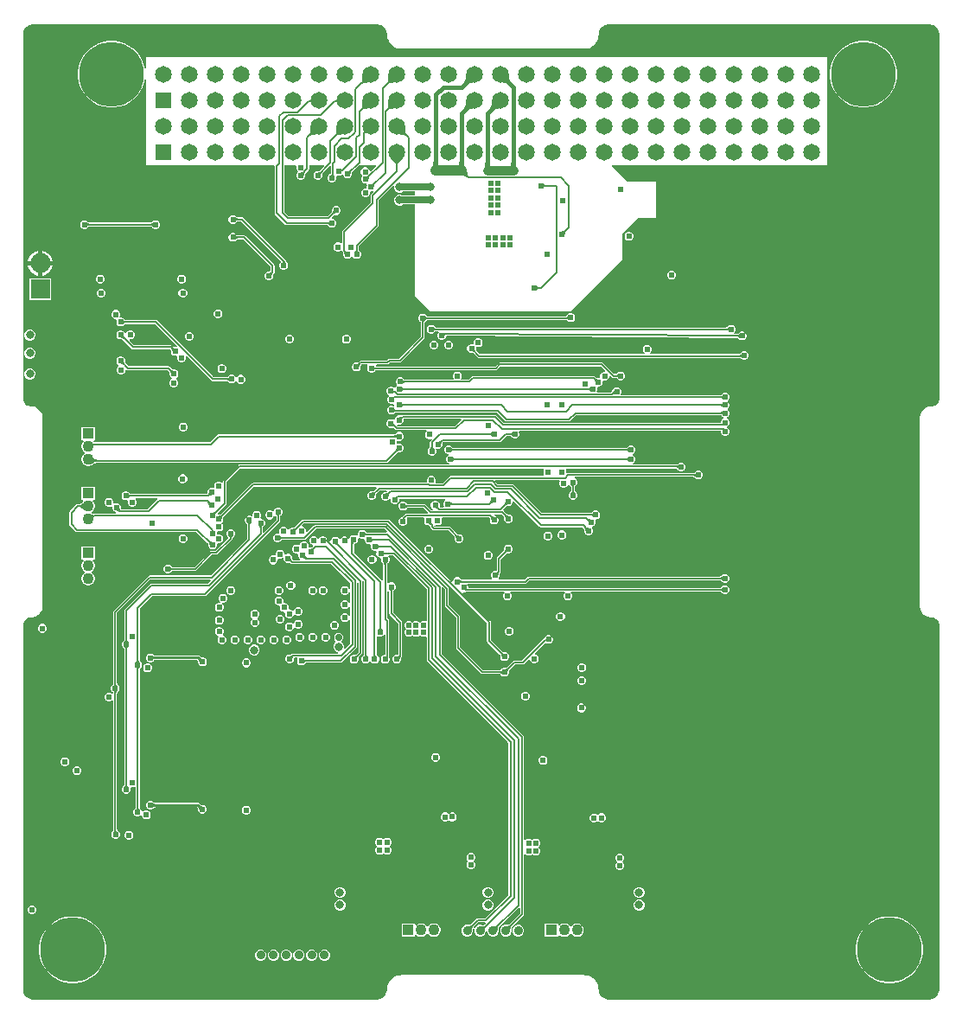
<source format=gbl>
G04*
G04 #@! TF.GenerationSoftware,Altium Limited,Altium Designer,25.0.2 (28)*
G04*
G04 Layer_Physical_Order=4*
G04 Layer_Color=16711680*
%FSLAX25Y25*%
%MOIN*%
G70*
G04*
G04 #@! TF.SameCoordinates,92B628A6-D60A-4015-8E16-F054796CA4EE*
G04*
G04*
G04 #@! TF.FilePolarity,Positive*
G04*
G01*
G75*
%ADD13C,0.00600*%
%ADD81C,0.01000*%
%ADD82C,0.00800*%
%ADD83C,0.00500*%
%ADD85C,0.01500*%
%ADD87C,0.02500*%
%ADD89C,0.04000*%
%ADD91C,0.03500*%
%ADD92R,0.04331X0.04331*%
%ADD93C,0.04331*%
%ADD94C,0.03543*%
%ADD95R,0.04331X0.04331*%
%ADD96C,0.06496*%
%ADD97R,0.07677X0.07677*%
%ADD98C,0.07677*%
%ADD99R,0.06496X0.06496*%
%ADD100C,0.25000*%
%ADD101C,0.02382*%
%ADD102C,0.03201*%
G36*
X351419Y376566D02*
X352133Y376271D01*
X352776Y375841D01*
X353322Y375295D01*
X353751Y374653D01*
X354047Y373939D01*
X354197Y373182D01*
Y372795D01*
Y232461D01*
Y232167D01*
X354083Y231592D01*
X353858Y231051D01*
X353533Y230563D01*
X353118Y230148D01*
X352630Y229823D01*
X352089Y229598D01*
X351514Y229484D01*
X351220D01*
X351201Y229480D01*
X351181Y229483D01*
X350811Y229465D01*
X350753Y229450D01*
X350693D01*
X349967Y229306D01*
X349894Y229275D01*
X349816Y229260D01*
X349132Y228976D01*
X349066Y228933D01*
X348993Y228902D01*
X348377Y228491D01*
X348321Y228435D01*
X348255Y228391D01*
X347731Y227867D01*
X347687Y227801D01*
X347631Y227745D01*
X347220Y227129D01*
X347189Y227056D01*
X347146Y226990D01*
X346862Y226306D01*
X346847Y226228D01*
X346816Y226155D01*
X346672Y225429D01*
Y225369D01*
X346657Y225311D01*
X346639Y224941D01*
X346642Y224921D01*
X346638Y224902D01*
Y152657D01*
X346642Y152638D01*
X346639Y152618D01*
X346657Y152248D01*
X346672Y152190D01*
Y152130D01*
X346816Y151404D01*
X346847Y151331D01*
X346862Y151253D01*
X347146Y150569D01*
X347189Y150503D01*
X347220Y150430D01*
X347631Y149814D01*
X347687Y149758D01*
X347731Y149692D01*
X348255Y149168D01*
X348321Y149124D01*
X348377Y149068D01*
X348993Y148657D01*
X349066Y148626D01*
X349132Y148582D01*
X349816Y148299D01*
X349894Y148284D01*
X349967Y148253D01*
X350693Y148109D01*
X350753D01*
X350811Y148094D01*
X351181Y148076D01*
X351201Y148079D01*
X351220Y148075D01*
X351514D01*
X352089Y147961D01*
X352630Y147736D01*
X353118Y147411D01*
X353533Y146996D01*
X353858Y146509D01*
X354083Y145967D01*
X354197Y145392D01*
Y145098D01*
Y4724D01*
Y4338D01*
X354047Y3581D01*
X353751Y2867D01*
X353322Y2224D01*
X352776Y1678D01*
X352133Y1249D01*
X351419Y953D01*
X350662Y803D01*
X226346D01*
X225588Y953D01*
X224875Y1249D01*
X224232Y1678D01*
X223686Y2224D01*
X223257Y2867D01*
X222961Y3581D01*
X222811Y4338D01*
Y4724D01*
X222807Y4744D01*
X222810Y4764D01*
X222787Y5227D01*
X222773Y5285D01*
Y5344D01*
X222592Y6252D01*
X222562Y6325D01*
X222546Y6403D01*
X222192Y7259D01*
X222148Y7324D01*
X222117Y7397D01*
X221603Y8168D01*
X221547Y8223D01*
X221503Y8289D01*
X220848Y8944D01*
X220782Y8988D01*
X220727Y9044D01*
X219956Y9558D01*
X219883Y9589D01*
X219818Y9633D01*
X218962Y9987D01*
X218884Y10002D01*
X218811Y10033D01*
X217903Y10213D01*
X217844D01*
X217786Y10228D01*
X217323Y10251D01*
X217303Y10248D01*
X217284Y10252D01*
X146732Y10252D01*
X146713Y10248D01*
X146693Y10251D01*
X146230Y10228D01*
X146172Y10213D01*
X146113D01*
X145204Y10033D01*
X145131Y10002D01*
X145054Y9987D01*
X144198Y9633D01*
X144132Y9589D01*
X144059Y9558D01*
X143289Y9044D01*
X143233Y8988D01*
X143167Y8944D01*
X142513Y8289D01*
X142469Y8223D01*
X142413Y8168D01*
X141898Y7397D01*
X141868Y7324D01*
X141824Y7259D01*
X141470Y6403D01*
X141454Y6325D01*
X141424Y6252D01*
X141243Y5344D01*
Y5285D01*
X141229Y5227D01*
X141206Y4764D01*
X141209Y4744D01*
X141205Y4724D01*
Y4338D01*
X141054Y3581D01*
X140759Y2867D01*
X140330Y2224D01*
X139783Y1678D01*
X139141Y1249D01*
X138427Y953D01*
X137670Y803D01*
X4338D01*
X3581Y953D01*
X2867Y1249D01*
X2224Y1678D01*
X1678Y2224D01*
X1249Y2867D01*
X953Y3581D01*
X803Y4338D01*
Y4724D01*
Y145079D01*
Y145372D01*
X917Y145947D01*
X1142Y146489D01*
X1467Y146976D01*
X1882Y147391D01*
X2369Y147717D01*
X2911Y147941D01*
X3486Y148056D01*
X3779D01*
X3799Y148059D01*
X3819Y148056D01*
X4189Y148075D01*
X4247Y148089D01*
X4307D01*
X5033Y148234D01*
X5106Y148264D01*
X5184Y148279D01*
X5868Y148563D01*
X5934Y148607D01*
X6007Y148637D01*
X6623Y149049D01*
X6679Y149105D01*
X6745Y149148D01*
X7269Y149672D01*
X7313Y149738D01*
X7369Y149794D01*
X7780Y150410D01*
X7811Y150483D01*
X7854Y150549D01*
X8138Y151233D01*
X8153Y151311D01*
X8184Y151384D01*
X8328Y152111D01*
Y152170D01*
X8343Y152228D01*
X8361Y152598D01*
X8358Y152618D01*
X8362Y152638D01*
Y224882D01*
X8358Y224902D01*
X8361Y224921D01*
X8343Y225292D01*
X8328Y225349D01*
Y225409D01*
X8184Y226136D01*
X8153Y226209D01*
X8138Y226286D01*
X7854Y226971D01*
X7811Y227036D01*
X7780Y227110D01*
X7369Y227726D01*
X7313Y227782D01*
X7269Y227847D01*
X6745Y228371D01*
X6679Y228415D01*
X6623Y228471D01*
X6007Y228883D01*
X5934Y228913D01*
X5868Y228957D01*
X5184Y229240D01*
X5106Y229256D01*
X5033Y229286D01*
X4307Y229431D01*
X4247D01*
X4189Y229445D01*
X3819Y229463D01*
X3799Y229460D01*
X3779Y229464D01*
X3486D01*
X2911Y229579D01*
X2369Y229803D01*
X1882Y230129D01*
X1467Y230543D01*
X1142Y231031D01*
X917Y231573D01*
X803Y232148D01*
Y232441D01*
Y372795D01*
Y373182D01*
X953Y373939D01*
X1249Y374653D01*
X1678Y375295D01*
X2224Y375841D01*
X2867Y376271D01*
X3581Y376566D01*
X4338Y376717D01*
X137670D01*
X138427Y376566D01*
X139141Y376271D01*
X139783Y375841D01*
X140330Y375295D01*
X140759Y374653D01*
X141054Y373939D01*
X141205Y373182D01*
Y372795D01*
X141209Y372776D01*
X141206Y372756D01*
X141229Y372293D01*
X141243Y372235D01*
Y372176D01*
X141424Y371267D01*
X141454Y371194D01*
X141470Y371117D01*
X141824Y370261D01*
X141868Y370195D01*
X141898Y370122D01*
X142413Y369352D01*
X142469Y369296D01*
X142513Y369231D01*
X143167Y368576D01*
X143233Y368532D01*
X143289Y368476D01*
X144059Y367961D01*
X144132Y367931D01*
X144198Y367887D01*
X145054Y367533D01*
X145131Y367517D01*
X145204Y367487D01*
X146113Y367306D01*
X146172D01*
X146230Y367292D01*
X146693Y367269D01*
X146713Y367272D01*
X146732Y367268D01*
X217284Y367268D01*
X217303Y367272D01*
X217323Y367269D01*
X217786Y367292D01*
X217844Y367306D01*
X217903D01*
X218811Y367487D01*
X218884Y367517D01*
X218962Y367533D01*
X219818Y367887D01*
X219883Y367931D01*
X219956Y367961D01*
X220727Y368476D01*
X220782Y368532D01*
X220848Y368576D01*
X221503Y369231D01*
X221547Y369296D01*
X221603Y369352D01*
X222117Y370122D01*
X222148Y370195D01*
X222192Y370261D01*
X222546Y371117D01*
X222562Y371194D01*
X222592Y371267D01*
X222773Y372176D01*
Y372235D01*
X222787Y372293D01*
X222810Y372756D01*
X222807Y372776D01*
X222811Y372795D01*
X222811Y373182D01*
X222961Y373939D01*
X223257Y374653D01*
X223686Y375295D01*
X224232Y375841D01*
X224875Y376271D01*
X225588Y376566D01*
X226346Y376717D01*
X350662D01*
X351419Y376566D01*
D02*
G37*
%LPC*%
G36*
X326015Y370420D02*
X323985D01*
X321979Y370102D01*
X320048Y369475D01*
X318239Y368553D01*
X316596Y367359D01*
X315160Y365924D01*
X313967Y364281D01*
X313045Y362472D01*
X312418Y360541D01*
X312100Y358535D01*
Y356505D01*
X312418Y354499D01*
X313045Y352568D01*
X313967Y350759D01*
X315160Y349116D01*
X316596Y347680D01*
X318239Y346487D01*
X320048Y345565D01*
X321979Y344937D01*
X323985Y344620D01*
X326015D01*
X328021Y344937D01*
X329952Y345565D01*
X331761Y346487D01*
X333404Y347680D01*
X334840Y349116D01*
X336033Y350759D01*
X336955Y352568D01*
X337582Y354499D01*
X337900Y356505D01*
Y358535D01*
X337582Y360541D01*
X336955Y362472D01*
X336033Y364281D01*
X334840Y365924D01*
X333404Y367359D01*
X331761Y368553D01*
X329952Y369475D01*
X328021Y370102D01*
X326015Y370420D01*
D02*
G37*
G36*
X36015D02*
X33985D01*
X31979Y370102D01*
X30048Y369475D01*
X28239Y368553D01*
X26596Y367359D01*
X25160Y365924D01*
X23967Y364281D01*
X23045Y362472D01*
X22418Y360541D01*
X22100Y358535D01*
Y356505D01*
X22418Y354499D01*
X23045Y352568D01*
X23967Y350759D01*
X25160Y349116D01*
X26596Y347680D01*
X28239Y346487D01*
X30048Y345565D01*
X31979Y344937D01*
X33985Y344620D01*
X36015D01*
X38021Y344937D01*
X39952Y345565D01*
X41761Y346487D01*
X43404Y347680D01*
X44840Y349116D01*
X46033Y350759D01*
X46955Y352568D01*
X47582Y354499D01*
X47827Y356043D01*
X48327Y356003D01*
Y322539D01*
X97477D01*
X97560Y322482D01*
X97845Y322039D01*
X97837Y322000D01*
Y304000D01*
X97888Y303746D01*
X98031Y303531D01*
X102031Y299531D01*
X102246Y299388D01*
X102500Y299337D01*
X118054D01*
X118094Y299318D01*
X118160Y299314D01*
X118206Y299305D01*
X118260Y299289D01*
X118323Y299263D01*
X118393Y299227D01*
X118471Y299179D01*
X118526Y299139D01*
X118567Y299042D01*
X119042Y298567D01*
X119664Y298309D01*
X120336D01*
X120958Y298567D01*
X121433Y299042D01*
X121691Y299664D01*
Y300336D01*
X121433Y300958D01*
X120958Y301433D01*
X120336Y301691D01*
X120054D01*
X119846Y302191D01*
X120727Y303071D01*
X120768Y303085D01*
X120818Y303129D01*
X120857Y303156D01*
X120906Y303183D01*
X120969Y303209D01*
X121044Y303233D01*
X121133Y303254D01*
X121200Y303265D01*
X121298Y303225D01*
X121970D01*
X122592Y303482D01*
X123067Y303958D01*
X123325Y304579D01*
Y305252D01*
X123067Y305873D01*
X122592Y306349D01*
X121970Y306607D01*
X121298D01*
X120676Y306349D01*
X120200Y305873D01*
X119943Y305252D01*
Y304579D01*
X119983Y304482D01*
X119972Y304415D01*
X119951Y304326D01*
X119927Y304250D01*
X119901Y304188D01*
X119874Y304138D01*
X119848Y304100D01*
X119804Y304050D01*
X119789Y304008D01*
X118444Y302663D01*
X103275D01*
X101549Y304389D01*
Y322539D01*
X105959D01*
X106293Y322039D01*
X106209Y321836D01*
Y321164D01*
X106466Y320542D01*
X106732Y320277D01*
X106935Y320052D01*
X106732Y319623D01*
X106567Y319458D01*
X106309Y318836D01*
Y318164D01*
X106567Y317542D01*
X107042Y317067D01*
X107664Y316809D01*
X108336D01*
X108958Y317067D01*
X109433Y317542D01*
X109691Y318164D01*
Y318836D01*
X109658Y318916D01*
X109664Y318949D01*
X109686Y319030D01*
X109712Y319102D01*
X109740Y319164D01*
X109771Y319217D01*
X109804Y319262D01*
X109854Y319319D01*
X109869Y319359D01*
X110957Y320447D01*
X111111Y320679D01*
X111166Y320952D01*
Y322539D01*
X116949D01*
X117140Y322077D01*
X115407Y320344D01*
X115366Y320330D01*
X115316Y320286D01*
X115277Y320260D01*
X115227Y320233D01*
X115165Y320207D01*
X115090Y320183D01*
X115001Y320162D01*
X114934Y320151D01*
X114836Y320191D01*
X114164D01*
X113542Y319934D01*
X113066Y319458D01*
X112809Y318836D01*
Y318164D01*
X113066Y317542D01*
X113542Y317067D01*
X114164Y316809D01*
X114836D01*
X115458Y317067D01*
X115934Y317542D01*
X116191Y318164D01*
Y318836D01*
X116151Y318934D01*
X116162Y319001D01*
X116183Y319090D01*
X116207Y319165D01*
X116233Y319227D01*
X116260Y319277D01*
X116286Y319316D01*
X116330Y319366D01*
X116344Y319407D01*
X119111Y322174D01*
X119611Y321967D01*
Y319518D01*
X119603Y319507D01*
X119609Y319468D01*
X119592Y319433D01*
X119587Y319363D01*
X119579Y319322D01*
X119565Y319281D01*
X119543Y319236D01*
X119512Y319187D01*
X119469Y319134D01*
X119430Y319094D01*
X119042Y318934D01*
X118567Y318458D01*
X118309Y317836D01*
Y317164D01*
X118567Y316542D01*
X119042Y316067D01*
X119664Y315809D01*
X120336D01*
X120958Y316067D01*
X121433Y316542D01*
X121691Y317164D01*
Y317836D01*
X121627Y317990D01*
X122010Y318373D01*
X122164Y318309D01*
X122836D01*
X123458Y318566D01*
X123809Y318918D01*
X124309Y318742D01*
Y318664D01*
X124566Y318042D01*
X125042Y317566D01*
X125664Y317309D01*
X126336D01*
X126958Y317566D01*
X127434Y318042D01*
X127691Y318664D01*
Y319336D01*
X127651Y319433D01*
X127662Y319501D01*
X127683Y319590D01*
X127707Y319665D01*
X127733Y319727D01*
X127760Y319777D01*
X127786Y319816D01*
X127830Y319866D01*
X127845Y319907D01*
X130477Y322539D01*
X136949D01*
X137140Y322077D01*
X134991Y319928D01*
X134491Y320135D01*
Y320236D01*
X134233Y320858D01*
X133758Y321334D01*
X133136Y321591D01*
X132464D01*
X131842Y321334D01*
X131367Y320858D01*
X131109Y320236D01*
Y319564D01*
X131367Y318942D01*
X131605Y318704D01*
X131653Y318045D01*
X131567Y317958D01*
X131309Y317336D01*
Y316664D01*
X131567Y316042D01*
X132042Y315566D01*
X132664Y315309D01*
X133212D01*
X133364Y315158D01*
X133445Y315036D01*
X133521Y314847D01*
X133309Y314336D01*
Y313664D01*
X132847Y313491D01*
X132664D01*
X132042Y313233D01*
X131567Y312758D01*
X131309Y312136D01*
Y311464D01*
X131567Y310842D01*
X132042Y310367D01*
X132664Y310109D01*
X133336D01*
X133958Y310367D01*
X134433Y310842D01*
X134691Y311464D01*
Y312136D01*
X135153Y312309D01*
X135336D01*
X135958Y312566D01*
X136250Y312188D01*
X135131Y311069D01*
X134988Y310854D01*
X134937Y310600D01*
Y307975D01*
X124031Y297069D01*
X123888Y296854D01*
X123837Y296600D01*
Y292361D01*
X123337Y292154D01*
X123158Y292334D01*
X122536Y292591D01*
X121864D01*
X121242Y292334D01*
X120766Y291858D01*
X120509Y291236D01*
Y290564D01*
X120766Y289942D01*
X121242Y289467D01*
X121864Y289209D01*
X122536D01*
X123158Y289467D01*
X123337Y289646D01*
X123699Y289540D01*
X123847Y289449D01*
X123888Y289246D01*
X124031Y289031D01*
X124155Y288907D01*
X124170Y288866D01*
X124214Y288816D01*
X124240Y288777D01*
X124267Y288727D01*
X124293Y288665D01*
X124317Y288590D01*
X124338Y288501D01*
X124349Y288434D01*
X124309Y288336D01*
Y287664D01*
X124566Y287042D01*
X125042Y286566D01*
X125664Y286309D01*
X126336D01*
X126958Y286566D01*
X127434Y287042D01*
X127479Y287153D01*
X128021D01*
X128067Y287042D01*
X128542Y286566D01*
X129164Y286309D01*
X129836D01*
X130458Y286566D01*
X130933Y287042D01*
X131191Y287664D01*
Y288336D01*
X130933Y288958D01*
X130458Y289434D01*
X130361Y289474D01*
X130321Y289529D01*
X130273Y289607D01*
X130237Y289677D01*
X130211Y289740D01*
X130195Y289794D01*
X130186Y289840D01*
X130182Y289906D01*
X130163Y289946D01*
Y291226D01*
X137669Y298731D01*
X137812Y298946D01*
X137863Y299200D01*
Y308926D01*
X143431Y314494D01*
X143900Y314255D01*
Y313582D01*
X144219Y312810D01*
X144810Y312219D01*
X145582Y311900D01*
X146418D01*
X147190Y312219D01*
X147288Y312318D01*
X152000D01*
Y310682D01*
X147288D01*
X147190Y310781D01*
X146418Y311100D01*
X145582D01*
X144810Y310781D01*
X144219Y310190D01*
X143900Y309418D01*
Y308582D01*
X144219Y307810D01*
X144810Y307219D01*
X145582Y306900D01*
X146418D01*
X147190Y307219D01*
X147288Y307318D01*
X152000D01*
Y272000D01*
X158000Y266000D01*
X212000D01*
X232000Y286000D01*
Y296000D01*
X238000Y302000D01*
X245000D01*
Y316000D01*
X234000D01*
X227923Y322077D01*
X228114Y322539D01*
X311024D01*
Y363976D01*
X48327D01*
Y359036D01*
X47827Y358997D01*
X47582Y360541D01*
X46955Y362472D01*
X46033Y364281D01*
X44840Y365924D01*
X43404Y367359D01*
X41761Y368553D01*
X39952Y369475D01*
X38021Y370102D01*
X36015Y370420D01*
D02*
G37*
G36*
X52336Y301191D02*
X51664D01*
X51042Y300934D01*
X50567Y300458D01*
X50552Y300423D01*
X50516Y300405D01*
X50450Y300379D01*
X50383Y300359D01*
X50313Y300345D01*
X50240Y300336D01*
X50147Y300333D01*
X50110Y300316D01*
X26390D01*
X26353Y300333D01*
X26260Y300336D01*
X26187Y300345D01*
X26117Y300359D01*
X26050Y300379D01*
X25984Y300405D01*
X25948Y300423D01*
X25934Y300458D01*
X25458Y300934D01*
X24836Y301191D01*
X24164D01*
X23542Y300934D01*
X23066Y300458D01*
X22809Y299836D01*
Y299164D01*
X23066Y298542D01*
X23542Y298066D01*
X24164Y297809D01*
X24836D01*
X25458Y298066D01*
X25934Y298542D01*
X25948Y298577D01*
X25984Y298595D01*
X26050Y298621D01*
X26117Y298641D01*
X26187Y298655D01*
X26260Y298664D01*
X26353Y298667D01*
X26390Y298684D01*
X50110D01*
X50147Y298667D01*
X50240Y298664D01*
X50313Y298655D01*
X50383Y298641D01*
X50450Y298621D01*
X50516Y298595D01*
X50552Y298577D01*
X50567Y298542D01*
X51042Y298066D01*
X51664Y297809D01*
X52336D01*
X52958Y298066D01*
X53434Y298542D01*
X53691Y299164D01*
Y299836D01*
X53434Y300458D01*
X52958Y300934D01*
X52336Y301191D01*
D02*
G37*
G36*
X234836Y296691D02*
X234164D01*
X233542Y296433D01*
X233067Y295958D01*
X232809Y295336D01*
Y294664D01*
X233067Y294042D01*
X233542Y293566D01*
X234164Y293309D01*
X234836D01*
X235458Y293566D01*
X235933Y294042D01*
X236191Y294664D01*
Y295336D01*
X235933Y295958D01*
X235458Y296433D01*
X234836Y296691D01*
D02*
G37*
G36*
X8230Y289454D02*
Y285396D01*
X12289D01*
X11989Y286513D01*
X11352Y287617D01*
X10451Y288518D01*
X9348Y289155D01*
X8230Y289454D01*
D02*
G37*
G36*
X6730Y289454D02*
X5613Y289155D01*
X4509Y288518D01*
X3608Y287617D01*
X2971Y286513D01*
X2672Y285396D01*
X6730D01*
Y289454D01*
D02*
G37*
G36*
X82136Y303191D02*
X81464D01*
X80842Y302934D01*
X80366Y302458D01*
X80109Y301836D01*
Y301164D01*
X80366Y300542D01*
X80842Y300066D01*
X81464Y299809D01*
X82136D01*
X82758Y300066D01*
X83233Y300542D01*
X83248Y300577D01*
X83284Y300595D01*
X83350Y300621D01*
X83417Y300641D01*
X83487Y300655D01*
X83560Y300664D01*
X83653Y300667D01*
X83690Y300684D01*
X85062D01*
X100201Y285546D01*
X100209Y285532D01*
X100174Y284865D01*
X99967Y284658D01*
X99709Y284036D01*
Y283364D01*
X99967Y282742D01*
X100442Y282266D01*
X101064Y282009D01*
X101736D01*
X102358Y282266D01*
X102833Y282742D01*
X103091Y283364D01*
Y284036D01*
X102833Y284658D01*
X102358Y285134D01*
X102273Y285169D01*
X102268Y285184D01*
X102254Y285246D01*
X102243Y285320D01*
X102236Y285405D01*
X102233Y285511D01*
X102198Y285590D01*
X102154Y285812D01*
X101977Y286077D01*
X101977Y286077D01*
X85977Y302077D01*
X85712Y302254D01*
X85400Y302316D01*
X85400Y302316D01*
X83690D01*
X83653Y302333D01*
X83560Y302336D01*
X83487Y302345D01*
X83417Y302359D01*
X83350Y302379D01*
X83284Y302405D01*
X83248Y302423D01*
X83233Y302458D01*
X82758Y302934D01*
X82136Y303191D01*
D02*
G37*
G36*
X12289Y283896D02*
X8230D01*
Y279837D01*
X9348Y280137D01*
X10451Y280774D01*
X11352Y281675D01*
X11989Y282778D01*
X12289Y283896D01*
D02*
G37*
G36*
X6730D02*
X2672D01*
X2971Y282778D01*
X3608Y281675D01*
X4509Y280774D01*
X5613Y280137D01*
X6730Y279837D01*
Y283896D01*
D02*
G37*
G36*
X251336Y281691D02*
X250664D01*
X250042Y281434D01*
X249567Y280958D01*
X249309Y280336D01*
Y279664D01*
X249567Y279042D01*
X250042Y278567D01*
X250664Y278309D01*
X251336D01*
X251958Y278567D01*
X252433Y279042D01*
X252691Y279664D01*
Y280336D01*
X252433Y280958D01*
X251958Y281434D01*
X251336Y281691D01*
D02*
G37*
G36*
X82136Y296291D02*
X81464D01*
X80842Y296034D01*
X80366Y295558D01*
X80109Y294936D01*
Y294264D01*
X80366Y293642D01*
X80842Y293166D01*
X81464Y292909D01*
X82136D01*
X82758Y293166D01*
X83233Y293642D01*
X83239Y293655D01*
X83270Y293670D01*
X83337Y293696D01*
X83406Y293716D01*
X83477Y293730D01*
X83551Y293739D01*
X83644Y293742D01*
X83681Y293759D01*
X85787D01*
X96184Y283362D01*
Y281949D01*
X96059Y281487D01*
X95386D01*
X94765Y281230D01*
X94289Y280754D01*
X94032Y280133D01*
Y279460D01*
X94289Y278838D01*
X94765Y278363D01*
X95386Y278105D01*
X96059D01*
X96680Y278363D01*
X97156Y278838D01*
X97414Y279460D01*
Y280133D01*
X97379Y280215D01*
X97390Y280234D01*
X97424Y280290D01*
X97468Y280350D01*
X97523Y280415D01*
X97597Y280493D01*
X97628Y280573D01*
X97754Y280761D01*
X97816Y281073D01*
Y283700D01*
X97754Y284012D01*
X97577Y284277D01*
X97577Y284277D01*
X86702Y295152D01*
X86437Y295329D01*
X86125Y295391D01*
X86125Y295391D01*
X83699D01*
X83662Y295408D01*
X83569Y295411D01*
X83496Y295420D01*
X83428Y295435D01*
X83362Y295455D01*
X83297Y295480D01*
X83257Y295500D01*
X83233Y295558D01*
X82758Y296034D01*
X82136Y296291D01*
D02*
G37*
G36*
X62422Y280223D02*
X61749D01*
X61128Y279965D01*
X60652Y279489D01*
X60395Y278868D01*
Y278195D01*
X60652Y277574D01*
X61128Y277098D01*
X61749Y276841D01*
X62422D01*
X63044Y277098D01*
X63519Y277574D01*
X63777Y278195D01*
Y278868D01*
X63519Y279489D01*
X63044Y279965D01*
X62422Y280223D01*
D02*
G37*
G36*
X30922D02*
X30249D01*
X29628Y279965D01*
X29152Y279489D01*
X28895Y278868D01*
Y278195D01*
X29152Y277574D01*
X29628Y277098D01*
X30249Y276841D01*
X30922D01*
X31544Y277098D01*
X32019Y277574D01*
X32277Y278195D01*
Y278868D01*
X32019Y279489D01*
X31544Y279965D01*
X30922Y280223D01*
D02*
G37*
G36*
X62816Y274723D02*
X62143D01*
X61522Y274465D01*
X61046Y273989D01*
X60788Y273368D01*
Y272695D01*
X61046Y272074D01*
X61522Y271598D01*
X62143Y271341D01*
X62816D01*
X63437Y271598D01*
X63913Y272074D01*
X64170Y272695D01*
Y273368D01*
X63913Y273989D01*
X63437Y274465D01*
X62816Y274723D01*
D02*
G37*
G36*
X31316D02*
X30643D01*
X30022Y274465D01*
X29546Y273989D01*
X29288Y273368D01*
Y272695D01*
X29546Y272074D01*
X30022Y271598D01*
X30643Y271341D01*
X31316D01*
X31937Y271598D01*
X32413Y272074D01*
X32670Y272695D01*
Y273368D01*
X32413Y273989D01*
X31937Y274465D01*
X31316Y274723D01*
D02*
G37*
G36*
X11719Y278884D02*
X3242D01*
Y270407D01*
X11719D01*
Y278884D01*
D02*
G37*
G36*
X212382Y265336D02*
X211709D01*
X211088Y265079D01*
X210612Y264603D01*
X210476Y264275D01*
X210446Y264248D01*
X210393Y264210D01*
X210343Y264181D01*
X210295Y264160D01*
X210246Y264145D01*
X210195Y264137D01*
X210117Y264132D01*
X210084Y264117D01*
X210049Y264123D01*
X210036Y264114D01*
X156960D01*
X156926Y264131D01*
X156919Y264129D01*
X156913Y264132D01*
X156835Y264137D01*
X156782Y264145D01*
X156727Y264161D01*
X156669Y264184D01*
X156608Y264216D01*
X156543Y264257D01*
X156505Y264286D01*
X156433Y264458D01*
X155958Y264933D01*
X155336Y265191D01*
X154664D01*
X154042Y264933D01*
X153567Y264458D01*
X153309Y263836D01*
Y263164D01*
X153567Y262542D01*
X154042Y262067D01*
X154122Y262033D01*
X154140Y262006D01*
X154183Y261933D01*
X154215Y261864D01*
X154239Y261800D01*
X154255Y261741D01*
X154264Y261686D01*
X154268Y261610D01*
X154286Y261571D01*
Y256296D01*
X145890Y247900D01*
X142186D01*
X141913Y247845D01*
X141681Y247691D01*
X140990Y247000D01*
X131086D01*
X130813Y246945D01*
X130581Y246791D01*
X130260Y246469D01*
X130219Y246455D01*
X130162Y246404D01*
X130117Y246371D01*
X130063Y246340D01*
X130002Y246312D01*
X129930Y246286D01*
X129849Y246264D01*
X129816Y246258D01*
X129736Y246291D01*
X129064D01*
X128442Y246034D01*
X127966Y245558D01*
X127709Y244936D01*
Y244264D01*
X127966Y243642D01*
X128442Y243166D01*
X129064Y242909D01*
X129736D01*
X130358Y243166D01*
X130833Y243642D01*
X131091Y244264D01*
Y244936D01*
X131058Y245016D01*
X131064Y245049D01*
X131086Y245130D01*
X131112Y245202D01*
X131140Y245264D01*
X131171Y245317D01*
X131204Y245362D01*
X131254Y245419D01*
X131269Y245460D01*
X131381Y245572D01*
X133574D01*
X133781Y245072D01*
X133766Y245058D01*
X133509Y244436D01*
Y243764D01*
X133766Y243142D01*
X134242Y242667D01*
X134864Y242409D01*
X135536D01*
X136158Y242667D01*
X136634Y243142D01*
X136667Y243222D01*
X136694Y243240D01*
X136767Y243283D01*
X136836Y243315D01*
X136900Y243339D01*
X136959Y243355D01*
X137014Y243364D01*
X137090Y243368D01*
X137129Y243386D01*
X183258D01*
X183532Y243441D01*
X183763Y243595D01*
X185054Y244886D01*
X223804D01*
X225364Y243327D01*
X225157Y242827D01*
X224799D01*
X224178Y242569D01*
X223702Y242094D01*
X223445Y241472D01*
Y240799D01*
X223463Y240755D01*
X223081Y240373D01*
X223036Y240391D01*
X222364D01*
X222284Y240358D01*
X222251Y240364D01*
X222170Y240386D01*
X222098Y240412D01*
X222036Y240440D01*
X221983Y240471D01*
X221938Y240504D01*
X221881Y240555D01*
X221841Y240569D01*
X221633Y240776D01*
X221402Y240931D01*
X221128Y240985D01*
X174272D01*
X173998Y240931D01*
X173767Y240776D01*
X172663Y239673D01*
X169992D01*
X169785Y240173D01*
X169799Y240187D01*
X170056Y240809D01*
Y241481D01*
X169799Y242103D01*
X169323Y242578D01*
X168702Y242836D01*
X168029D01*
X167408Y242578D01*
X166932Y242103D01*
X166674Y241481D01*
Y240809D01*
X166932Y240187D01*
X166946Y240173D01*
X166739Y239673D01*
X148276D01*
X148237Y239691D01*
X148161Y239695D01*
X148105Y239704D01*
X148044Y239720D01*
X147978Y239744D01*
X147907Y239776D01*
X147830Y239819D01*
X147810Y239831D01*
X147792Y239875D01*
X147316Y240351D01*
X146695Y240609D01*
X146022D01*
X145401Y240351D01*
X144925Y239875D01*
X144667Y239254D01*
Y238581D01*
X144925Y237960D01*
X144937Y237948D01*
X144913Y237362D01*
X144567Y237016D01*
X144454Y236744D01*
X143864Y236627D01*
X143728Y236763D01*
X143107Y237020D01*
X142434D01*
X141813Y236763D01*
X141337Y236287D01*
X141079Y235666D01*
Y234993D01*
X141337Y234372D01*
X141813Y233896D01*
X141840Y233833D01*
X141878Y233328D01*
X141531Y232981D01*
X141273Y232360D01*
Y231687D01*
X141531Y231065D01*
X142007Y230590D01*
X142628Y230332D01*
X143301D01*
X143679Y230489D01*
X144099Y230221D01*
X144105Y229811D01*
X143703Y229539D01*
X143336Y229691D01*
X142664D01*
X142042Y229433D01*
X141567Y228958D01*
X141309Y228336D01*
Y227664D01*
X141567Y227042D01*
X142042Y226567D01*
X142664Y226309D01*
X143336D01*
X143958Y226567D01*
X144310Y226919D01*
X144383Y226957D01*
X144471Y226998D01*
X144552Y227031D01*
X144626Y227054D01*
X144692Y227069D01*
X144751Y227078D01*
X144824Y227082D01*
X144863Y227100D01*
X183590D01*
X186795Y223895D01*
X187027Y223741D01*
X187300Y223686D01*
X211300D01*
X211573Y223741D01*
X211805Y223895D01*
X214096Y226186D01*
X269682D01*
X269712Y226170D01*
X269725Y226173D01*
X269737Y226168D01*
X269814Y226163D01*
X269867Y226154D01*
X269921Y226139D01*
X269977Y226116D01*
X270036Y226085D01*
X270098Y226044D01*
X270137Y226014D01*
X270220Y225814D01*
X270696Y225338D01*
X270859Y225271D01*
Y224729D01*
X270696Y224662D01*
X270220Y224186D01*
X269963Y223565D01*
Y223014D01*
X186296D01*
X183319Y225991D01*
X183087Y226145D01*
X182814Y226200D01*
X147585D01*
X147444Y226171D01*
X147133D01*
X146860Y226117D01*
X146715Y226020D01*
X146627Y225988D01*
X146565Y225931D01*
X146519Y225895D01*
X146475Y225867D01*
X146433Y225845D01*
X146395Y225831D01*
X146167Y225925D01*
X145494D01*
X144873Y225668D01*
X144397Y225192D01*
X144140Y224571D01*
Y224500D01*
X143640Y224293D01*
X143623Y224311D01*
X143001Y224568D01*
X142328D01*
X141707Y224311D01*
X141231Y223835D01*
X140974Y223214D01*
Y222541D01*
X141231Y221919D01*
X141707Y221444D01*
X142328Y221186D01*
X143001D01*
X143456Y221375D01*
X143465Y221375D01*
X143521Y221368D01*
X143569Y221357D01*
X143613Y221340D01*
X143654Y221319D01*
X143694Y221291D01*
X143753Y221238D01*
X143794Y221224D01*
X144408Y220609D01*
X144639Y220455D01*
X144913Y220401D01*
X156330D01*
X156331Y220399D01*
X156483Y219900D01*
X156116Y219533D01*
X155858Y218911D01*
Y218239D01*
X156116Y217617D01*
X156591Y217142D01*
X157213Y216884D01*
X157886D01*
X158196Y217013D01*
X158480Y216589D01*
X157995Y216105D01*
X157841Y215873D01*
X157786Y215600D01*
Y214129D01*
X157768Y214090D01*
X157764Y214014D01*
X157755Y213959D01*
X157739Y213900D01*
X157715Y213836D01*
X157683Y213767D01*
X157641Y213694D01*
X157622Y213667D01*
X157542Y213633D01*
X157067Y213158D01*
X156809Y212536D01*
Y211864D01*
X157067Y211242D01*
X157542Y210767D01*
X158164Y210509D01*
X158836D01*
X159458Y210767D01*
X159933Y211242D01*
X160191Y211864D01*
Y212536D01*
X160027Y212931D01*
X160410Y213314D01*
X160664Y213209D01*
X161336D01*
X161958Y213467D01*
X162434Y213942D01*
X162691Y214564D01*
Y215236D01*
X162658Y215316D01*
X162664Y215349D01*
X162686Y215430D01*
X162712Y215502D01*
X162740Y215564D01*
X162771Y215617D01*
X162804Y215662D01*
X162855Y215719D01*
X162869Y215759D01*
X162910Y215800D01*
X184796D01*
X185069Y215855D01*
X185301Y216009D01*
X187277Y217986D01*
X188571D01*
X188610Y217968D01*
X188686Y217964D01*
X188741Y217955D01*
X188800Y217939D01*
X188864Y217915D01*
X188933Y217883D01*
X189006Y217841D01*
X189033Y217822D01*
X189067Y217742D01*
X189542Y217267D01*
X190164Y217009D01*
X190836D01*
X191458Y217267D01*
X191934Y217742D01*
X192191Y218364D01*
Y219036D01*
X192008Y219477D01*
X192267Y219977D01*
X269963D01*
Y219349D01*
X270220Y218727D01*
X270696Y218251D01*
X271317Y217994D01*
X271990D01*
X272611Y218251D01*
X273087Y218727D01*
X273344Y219349D01*
Y220021D01*
X273087Y220643D01*
X272611Y221119D01*
X272448Y221186D01*
Y221727D01*
X272611Y221795D01*
X273087Y222270D01*
X273344Y222892D01*
Y223565D01*
X273087Y224186D01*
X272611Y224662D01*
X272448Y224729D01*
Y225271D01*
X272611Y225338D01*
X273087Y225814D01*
X273344Y226435D01*
Y227108D01*
X273087Y227730D01*
X272794Y228022D01*
X272667Y228346D01*
X272794Y228671D01*
X273087Y228963D01*
X273344Y229585D01*
Y230258D01*
X273087Y230879D01*
X272794Y231172D01*
X272667Y231496D01*
X272794Y231820D01*
X273087Y232113D01*
X273344Y232734D01*
Y233407D01*
X273087Y234029D01*
X272611Y234504D01*
X271990Y234762D01*
X271317D01*
X270696Y234504D01*
X270220Y234029D01*
X270187Y233949D01*
X270160Y233930D01*
X270086Y233888D01*
X270018Y233856D01*
X269954Y233832D01*
X269895Y233816D01*
X269839Y233807D01*
X269763Y233803D01*
X269724Y233785D01*
X231429D01*
X231251Y234285D01*
X231491Y234864D01*
Y235536D01*
X231234Y236158D01*
X230758Y236633D01*
X230136Y236891D01*
X229464D01*
X228842Y236633D01*
X228366Y236158D01*
X228109Y235536D01*
Y235461D01*
X228023Y235305D01*
X227975Y235230D01*
X227873Y235087D01*
X227834Y235040D01*
X227787Y234990D01*
X227771Y234947D01*
X227731Y234907D01*
X227723Y234900D01*
X227723Y234899D01*
X227709Y234885D01*
X222367D01*
X222108Y235385D01*
X222291Y235825D01*
Y236498D01*
X222271Y236547D01*
X222271Y236548D01*
X222621Y237009D01*
X223036D01*
X223658Y237266D01*
X224133Y237742D01*
X224391Y238364D01*
Y239036D01*
X224373Y239081D01*
X224755Y239463D01*
X224799Y239445D01*
X225472D01*
X226094Y239702D01*
X226569Y240178D01*
X226827Y240799D01*
Y241157D01*
X227327Y241364D01*
X227995Y240695D01*
X228227Y240541D01*
X228500Y240486D01*
X229371D01*
X229410Y240468D01*
X229486Y240464D01*
X229541Y240455D01*
X229600Y240439D01*
X229664Y240415D01*
X229733Y240383D01*
X229806Y240340D01*
X229833Y240322D01*
X229867Y240242D01*
X230342Y239767D01*
X230964Y239509D01*
X231636D01*
X232258Y239767D01*
X232733Y240242D01*
X232991Y240864D01*
Y241536D01*
X232733Y242158D01*
X232258Y242634D01*
X231636Y242891D01*
X230964D01*
X230342Y242634D01*
X229867Y242158D01*
X229833Y242078D01*
X229806Y242059D01*
X229733Y242017D01*
X229664Y241985D01*
X229600Y241961D01*
X229541Y241945D01*
X229486Y241936D01*
X229410Y241932D01*
X229371Y241914D01*
X228796D01*
X224605Y246105D01*
X224373Y246259D01*
X224100Y246314D01*
X184758D01*
X184485Y246259D01*
X184254Y246105D01*
X182963Y244814D01*
X137129D01*
X137090Y244832D01*
X137036Y244835D01*
X136986Y244874D01*
X136841Y245065D01*
X136838Y245072D01*
X136897Y245254D01*
X137146Y245572D01*
X141286D01*
X141559Y245626D01*
X141790Y245781D01*
X142482Y246472D01*
X146186D01*
X146459Y246527D01*
X146690Y246681D01*
X155505Y255495D01*
X155659Y255727D01*
X155714Y256000D01*
Y261571D01*
X155732Y261610D01*
X155736Y261686D01*
X155745Y261741D01*
X155761Y261800D01*
X155785Y261864D01*
X155817Y261933D01*
X155859Y262006D01*
X155878Y262033D01*
X155958Y262067D01*
X156424Y262533D01*
X156437Y262541D01*
X156519Y262583D01*
X156594Y262615D01*
X156664Y262639D01*
X156727Y262655D01*
X156784Y262664D01*
X156859Y262668D01*
X156898Y262686D01*
X210212D01*
X210251Y262668D01*
X210323Y262664D01*
X210382Y262656D01*
X210450Y262641D01*
X210521Y262619D01*
X210710Y262544D01*
X210800Y262499D01*
X211088Y262212D01*
X211709Y261955D01*
X212382D01*
X213003Y262212D01*
X213479Y262688D01*
X213737Y263309D01*
Y263982D01*
X213479Y264603D01*
X213003Y265079D01*
X212382Y265336D01*
D02*
G37*
G36*
X76436Y266891D02*
X75764D01*
X75142Y266634D01*
X74667Y266158D01*
X74409Y265536D01*
Y264864D01*
X74667Y264242D01*
X75142Y263767D01*
X75764Y263509D01*
X76436D01*
X77058Y263767D01*
X77534Y264242D01*
X77791Y264864D01*
Y265536D01*
X77534Y266158D01*
X77058Y266634D01*
X76436Y266891D01*
D02*
G37*
G36*
X158536Y260891D02*
X157864D01*
X157242Y260633D01*
X156766Y260158D01*
X156509Y259536D01*
Y258864D01*
X156766Y258242D01*
X157242Y257767D01*
X157864Y257509D01*
X158536D01*
X159158Y257767D01*
X159634Y258242D01*
X159658Y258302D01*
X159681Y258317D01*
X159757Y258359D01*
X159827Y258392D01*
X159892Y258416D01*
X159952Y258432D01*
X160008Y258440D01*
X160084Y258444D01*
X160123Y258463D01*
X161065D01*
X161272Y257963D01*
X160967Y257658D01*
X160709Y257036D01*
Y256364D01*
X160967Y255742D01*
X161442Y255266D01*
X162064Y255009D01*
X162736D01*
X163358Y255266D01*
X163833Y255742D01*
X164091Y256364D01*
X164579Y256738D01*
X276215Y255895D01*
X276254Y255876D01*
X276330Y255872D01*
X276385Y255862D01*
X276444Y255846D01*
X276508Y255822D01*
X276576Y255789D01*
X276649Y255746D01*
X276679Y255726D01*
X276716Y255637D01*
X277192Y255161D01*
X277813Y254904D01*
X278486D01*
X279107Y255161D01*
X279583Y255637D01*
X279840Y256258D01*
Y256931D01*
X279583Y257552D01*
X279107Y258028D01*
X278486Y258285D01*
X277813D01*
X277192Y258028D01*
X276716Y257552D01*
X276687Y257482D01*
X276662Y257465D01*
X276589Y257424D01*
X276520Y257392D01*
X276456Y257368D01*
X276396Y257353D01*
X276341Y257345D01*
X276265Y257341D01*
X276226Y257323D01*
X275239Y257330D01*
X275085Y257831D01*
X275449Y258196D01*
X275707Y258817D01*
Y259490D01*
X275449Y260111D01*
X274974Y260587D01*
X274352Y260844D01*
X273679D01*
X273058Y260587D01*
X272582Y260111D01*
X272557Y260052D01*
X272534Y260036D01*
X272459Y259994D01*
X272389Y259962D01*
X272324Y259938D01*
X272264Y259922D01*
X272208Y259913D01*
X272132Y259909D01*
X272093Y259891D01*
X160135D01*
X160096Y259909D01*
X160020Y259913D01*
X159965Y259922D01*
X159907Y259938D01*
X159844Y259961D01*
X159777Y259994D01*
X159706Y260036D01*
X159675Y260057D01*
X159634Y260158D01*
X159158Y260633D01*
X158536Y260891D01*
D02*
G37*
G36*
X3918Y259100D02*
X3082D01*
X2310Y258781D01*
X1719Y258190D01*
X1400Y257418D01*
Y256582D01*
X1719Y255810D01*
X2310Y255219D01*
X3082Y254900D01*
X3918D01*
X4690Y255219D01*
X5281Y255810D01*
X5600Y256582D01*
Y257418D01*
X5281Y258190D01*
X4690Y258781D01*
X3918Y259100D01*
D02*
G37*
G36*
X65336Y258091D02*
X64664D01*
X64042Y257834D01*
X63566Y257358D01*
X63309Y256736D01*
Y256064D01*
X63566Y255442D01*
X64042Y254966D01*
X64664Y254709D01*
X65336D01*
X65958Y254966D01*
X66434Y255442D01*
X66691Y256064D01*
Y256736D01*
X66434Y257358D01*
X65958Y257834D01*
X65336Y258091D01*
D02*
G37*
G36*
X104000Y257091D02*
X103328D01*
X102706Y256834D01*
X102231Y256358D01*
X101973Y255736D01*
Y255064D01*
X102231Y254442D01*
X102706Y253966D01*
X103328Y253709D01*
X104000D01*
X104622Y253966D01*
X105098Y254442D01*
X105355Y255064D01*
Y255736D01*
X105098Y256358D01*
X104622Y256834D01*
X104000Y257091D01*
D02*
G37*
G36*
X125854Y256978D02*
X125181D01*
X124560Y256721D01*
X124084Y256245D01*
X123827Y255624D01*
Y254951D01*
X124084Y254329D01*
X124560Y253854D01*
X125181Y253596D01*
X125854D01*
X126475Y253854D01*
X126951Y254329D01*
X127208Y254951D01*
Y255624D01*
X126951Y256245D01*
X126475Y256721D01*
X125854Y256978D01*
D02*
G37*
G36*
X176736Y255691D02*
X176064D01*
X175442Y255434D01*
X174967Y254958D01*
X174709Y254336D01*
Y253795D01*
X174413Y253516D01*
X174261Y253439D01*
X174136Y253491D01*
X173464D01*
X172842Y253234D01*
X172366Y252758D01*
X172109Y252136D01*
Y251464D01*
X172366Y250842D01*
X172842Y250366D01*
X173464Y250109D01*
X174136D01*
X174216Y250142D01*
X174249Y250136D01*
X174330Y250114D01*
X174402Y250088D01*
X174464Y250060D01*
X174517Y250029D01*
X174562Y249996D01*
X174619Y249945D01*
X174660Y249931D01*
X176195Y248395D01*
X176427Y248241D01*
X176700Y248186D01*
X277045D01*
X277084Y248168D01*
X277158Y248164D01*
X277216Y248155D01*
X277280Y248139D01*
X277350Y248116D01*
X277427Y248083D01*
X277509Y248041D01*
X277536Y248025D01*
X277979Y247582D01*
X278601Y247325D01*
X279273D01*
X279895Y247582D01*
X280370Y248058D01*
X280628Y248679D01*
Y249352D01*
X280370Y249974D01*
X279895Y250449D01*
X279273Y250707D01*
X278601D01*
X277979Y250449D01*
X277503Y249974D01*
X277426Y249786D01*
X277387Y249756D01*
X277324Y249715D01*
X277264Y249684D01*
X277207Y249661D01*
X277152Y249645D01*
X277099Y249637D01*
X277022Y249632D01*
X277012Y249628D01*
X277002Y249631D01*
X276971Y249614D01*
X242658D01*
X242534Y249893D01*
X242505Y250114D01*
X242934Y250542D01*
X243191Y251164D01*
Y251836D01*
X242934Y252458D01*
X242458Y252934D01*
X241836Y253191D01*
X241164D01*
X240542Y252934D01*
X240067Y252458D01*
X239809Y251836D01*
Y251164D01*
X240067Y250542D01*
X240495Y250114D01*
X240465Y249893D01*
X240342Y249614D01*
X176996D01*
X175669Y250940D01*
X175654Y250981D01*
X175604Y251038D01*
X175571Y251083D01*
X175540Y251136D01*
X175512Y251198D01*
X175486Y251270D01*
X175464Y251351D01*
X175458Y251384D01*
X175491Y251464D01*
Y252005D01*
X175787Y252284D01*
X175939Y252361D01*
X176064Y252309D01*
X176736D01*
X177358Y252567D01*
X177833Y253042D01*
X178091Y253664D01*
Y254336D01*
X177833Y254958D01*
X177358Y255434D01*
X176736Y255691D01*
D02*
G37*
G36*
X36936Y266591D02*
X36264D01*
X35642Y266334D01*
X35166Y265858D01*
X34909Y265236D01*
Y264564D01*
X35166Y263942D01*
X35642Y263467D01*
X36264Y263209D01*
X36664D01*
X36969Y262723D01*
X36809Y262336D01*
Y261664D01*
X37067Y261042D01*
X37542Y260566D01*
X38164Y260309D01*
X38836D01*
X39458Y260566D01*
X39933Y261042D01*
X39948Y261077D01*
X39984Y261095D01*
X40050Y261121D01*
X40117Y261141D01*
X40187Y261155D01*
X40260Y261164D01*
X40353Y261167D01*
X40390Y261184D01*
X51662D01*
X60140Y252706D01*
X59857Y252282D01*
X59836Y252291D01*
X59164D01*
X59128Y252276D01*
X59091Y252289D01*
X59026Y252318D01*
X58964Y252351D01*
X58905Y252390D01*
X58847Y252436D01*
X58778Y252499D01*
X58740Y252513D01*
X58377Y252877D01*
X58112Y253054D01*
X57800Y253116D01*
X57800Y253116D01*
X43538D01*
X41831Y254823D01*
X42052Y255309D01*
X42536D01*
X43158Y255567D01*
X43633Y256042D01*
X43891Y256664D01*
Y257336D01*
X43633Y257958D01*
X43158Y258434D01*
X42536Y258691D01*
X41864D01*
X41242Y258434D01*
X40767Y257958D01*
X40621Y257606D01*
X40079D01*
X39933Y257958D01*
X39458Y258434D01*
X38836Y258691D01*
X38164D01*
X37542Y258434D01*
X37067Y257958D01*
X36809Y257336D01*
Y256664D01*
X37067Y256042D01*
X37542Y255567D01*
X38164Y255309D01*
X38836D01*
X38871Y255324D01*
X38909Y255311D01*
X38974Y255282D01*
X39036Y255249D01*
X39095Y255210D01*
X39153Y255164D01*
X39222Y255101D01*
X39260Y255087D01*
X42623Y251723D01*
X42623Y251723D01*
X42888Y251546D01*
X43200Y251484D01*
X57462D01*
X57587Y251360D01*
X57601Y251322D01*
X57664Y251253D01*
X57709Y251195D01*
X57749Y251136D01*
X57782Y251074D01*
X57811Y251009D01*
X57824Y250972D01*
X57809Y250936D01*
Y250264D01*
X58066Y249642D01*
X58542Y249166D01*
X59164Y248909D01*
X59836D01*
X59869Y248923D01*
X60252Y248540D01*
X60209Y248436D01*
Y247764D01*
X60466Y247142D01*
X60942Y246667D01*
X61564Y246409D01*
X62236D01*
X62858Y246667D01*
X63333Y247142D01*
X63591Y247764D01*
Y248436D01*
X63512Y248628D01*
X63936Y248911D01*
X73423Y239423D01*
X73423Y239423D01*
X73688Y239246D01*
X74000Y239184D01*
X74000Y239184D01*
X79410D01*
X79447Y239167D01*
X79540Y239164D01*
X79613Y239155D01*
X79683Y239141D01*
X79750Y239121D01*
X79816Y239095D01*
X79852Y239077D01*
X79866Y239042D01*
X80342Y238566D01*
X80964Y238309D01*
X81636D01*
X82258Y238566D01*
X82734Y239042D01*
X82759Y239103D01*
X83300D01*
X83367Y238942D01*
X83842Y238467D01*
X84464Y238209D01*
X85136D01*
X85758Y238467D01*
X86234Y238942D01*
X86491Y239564D01*
Y240236D01*
X86234Y240858D01*
X85758Y241334D01*
X85136Y241591D01*
X84464D01*
X83842Y241334D01*
X83367Y240858D01*
X83341Y240797D01*
X82800D01*
X82734Y240958D01*
X82258Y241434D01*
X81636Y241691D01*
X80964D01*
X80342Y241434D01*
X79866Y240958D01*
X79852Y240923D01*
X79816Y240905D01*
X79750Y240879D01*
X79683Y240859D01*
X79613Y240845D01*
X79540Y240836D01*
X79447Y240833D01*
X79410Y240816D01*
X74338D01*
X52577Y262577D01*
X52312Y262754D01*
X52000Y262816D01*
X52000Y262816D01*
X40390D01*
X40353Y262833D01*
X40260Y262836D01*
X40187Y262845D01*
X40117Y262859D01*
X40050Y262879D01*
X39984Y262905D01*
X39948Y262923D01*
X39933Y262958D01*
X39458Y263434D01*
X38836Y263691D01*
X38436D01*
X38131Y264177D01*
X38291Y264564D01*
Y265236D01*
X38034Y265858D01*
X37558Y266334D01*
X36936Y266591D01*
D02*
G37*
G36*
X165336Y254791D02*
X164664D01*
X164042Y254534D01*
X163567Y254058D01*
X163309Y253436D01*
Y252764D01*
X163567Y252142D01*
X164042Y251666D01*
X164664Y251409D01*
X165336D01*
X165958Y251666D01*
X166434Y252142D01*
X166691Y252764D01*
Y253436D01*
X166434Y254058D01*
X165958Y254534D01*
X165336Y254791D01*
D02*
G37*
G36*
X159636D02*
X158964D01*
X158342Y254534D01*
X157867Y254058D01*
X157609Y253436D01*
Y252764D01*
X157867Y252142D01*
X158342Y251666D01*
X158964Y251409D01*
X159636D01*
X160258Y251666D01*
X160733Y252142D01*
X160991Y252764D01*
Y253436D01*
X160733Y254058D01*
X160258Y254534D01*
X159636Y254791D01*
D02*
G37*
G36*
X3918Y252100D02*
X3082D01*
X2310Y251781D01*
X1719Y251190D01*
X1400Y250418D01*
Y249582D01*
X1719Y248810D01*
X2310Y248219D01*
X3082Y247900D01*
X3918D01*
X4690Y248219D01*
X5281Y248810D01*
X5600Y249582D01*
Y250418D01*
X5281Y251190D01*
X4690Y251781D01*
X3918Y252100D01*
D02*
G37*
G36*
X77836Y245691D02*
X77164D01*
X76542Y245433D01*
X76066Y244958D01*
X75809Y244336D01*
Y243664D01*
X76066Y243042D01*
X76542Y242566D01*
X77164Y242309D01*
X77836D01*
X78458Y242566D01*
X78934Y243042D01*
X79191Y243664D01*
Y244336D01*
X78934Y244958D01*
X78458Y245433D01*
X77836Y245691D01*
D02*
G37*
G36*
X3918Y244100D02*
X3082D01*
X2310Y243781D01*
X1719Y243190D01*
X1400Y242418D01*
Y241582D01*
X1719Y240810D01*
X2310Y240219D01*
X3082Y239900D01*
X3918D01*
X4690Y240219D01*
X5281Y240810D01*
X5600Y241582D01*
Y242418D01*
X5281Y243190D01*
X4690Y243781D01*
X3918Y244100D01*
D02*
G37*
G36*
X38836Y248691D02*
X38164D01*
X37542Y248433D01*
X37067Y247958D01*
X36809Y247336D01*
Y246664D01*
X37067Y246042D01*
X37542Y245567D01*
X37753Y245479D01*
Y244938D01*
X37742Y244934D01*
X37266Y244458D01*
X37009Y243836D01*
Y243164D01*
X37266Y242542D01*
X37742Y242067D01*
X38364Y241809D01*
X39036D01*
X39658Y242067D01*
X40134Y242542D01*
X40391Y243164D01*
Y243248D01*
X40644Y243409D01*
X40891Y243478D01*
X41088Y243346D01*
X41400Y243284D01*
X41400Y243284D01*
X56662D01*
X57187Y242760D01*
X57201Y242722D01*
X57264Y242653D01*
X57310Y242595D01*
X57349Y242536D01*
X57382Y242474D01*
X57411Y242409D01*
X57424Y242372D01*
X57409Y242336D01*
Y241664D01*
X57666Y241042D01*
X58142Y240566D01*
X58153Y240562D01*
Y240021D01*
X57942Y239933D01*
X57467Y239458D01*
X57209Y238836D01*
Y238164D01*
X57467Y237542D01*
X57942Y237067D01*
X58564Y236809D01*
X59236D01*
X59858Y237067D01*
X60334Y237542D01*
X60591Y238164D01*
Y238836D01*
X60334Y239458D01*
X59858Y239933D01*
X59847Y239938D01*
Y240479D01*
X60058Y240566D01*
X60533Y241042D01*
X60791Y241664D01*
Y242336D01*
X60533Y242958D01*
X60058Y243433D01*
X59436Y243691D01*
X58764D01*
X58728Y243676D01*
X58691Y243689D01*
X58626Y243718D01*
X58564Y243751D01*
X58505Y243790D01*
X58447Y243836D01*
X58378Y243899D01*
X58340Y243913D01*
X57577Y244677D01*
X57312Y244854D01*
X57000Y244916D01*
X57000Y244916D01*
X41738D01*
X40413Y246240D01*
X40399Y246278D01*
X40336Y246347D01*
X40290Y246405D01*
X40251Y246464D01*
X40218Y246526D01*
X40189Y246591D01*
X40176Y246628D01*
X40191Y246664D01*
Y247336D01*
X39933Y247958D01*
X39458Y248433D01*
X38836Y248691D01*
D02*
G37*
G36*
X62936Y223176D02*
X62264D01*
X61642Y222919D01*
X61167Y222443D01*
X60909Y221821D01*
Y221149D01*
X61167Y220527D01*
X61642Y220052D01*
X62264Y219794D01*
X62936D01*
X63558Y220052D01*
X64034Y220527D01*
X64291Y221149D01*
Y221821D01*
X64034Y222443D01*
X63558Y222919D01*
X62936Y223176D01*
D02*
G37*
G36*
X28489Y221487D02*
X23358D01*
Y216356D01*
X23945D01*
X24152Y215856D01*
X23871Y215575D01*
X23533Y214990D01*
X23358Y214338D01*
Y213662D01*
X23533Y213010D01*
X23871Y212425D01*
X24348Y211947D01*
X24555Y211828D01*
Y211251D01*
X24348Y211132D01*
X23871Y210654D01*
X23533Y210069D01*
X23358Y209417D01*
Y208741D01*
X23533Y208089D01*
X23871Y207504D01*
X24348Y207026D01*
X24933Y206688D01*
X25586Y206513D01*
X26261D01*
X26914Y206688D01*
X27137Y206817D01*
X27219Y206826D01*
X27790Y207144D01*
X28274Y207384D01*
X28676Y207551D01*
X28834Y207605D01*
X28971Y207641D01*
X29079Y207661D01*
X29184Y207668D01*
X29217Y207684D01*
X141069D01*
X141069Y207684D01*
X141381Y207746D01*
X141646Y207923D01*
X145191Y211469D01*
X145229Y211483D01*
X145298Y211546D01*
X145356Y211591D01*
X145415Y211631D01*
X145477Y211664D01*
X145542Y211693D01*
X145580Y211705D01*
X145615Y211691D01*
X146287D01*
X146909Y211948D01*
X147385Y212424D01*
X147642Y213046D01*
Y213718D01*
X147385Y214340D01*
X146909Y214815D01*
X146287Y215073D01*
X145615D01*
X145422Y214993D01*
X145239Y215106D01*
X144991Y215356D01*
Y215932D01*
X145386Y216286D01*
X145615Y216191D01*
X146287D01*
X146909Y216448D01*
X147385Y216924D01*
X147642Y217546D01*
Y218218D01*
X147385Y218840D01*
X146909Y219315D01*
X146287Y219573D01*
X145615D01*
X144993Y219315D01*
X144518Y218840D01*
X144503Y218805D01*
X144467Y218787D01*
X144401Y218761D01*
X144334Y218741D01*
X144264Y218727D01*
X144191Y218718D01*
X144098Y218714D01*
X144061Y218698D01*
X76282D01*
X75970Y218636D01*
X75705Y218459D01*
X75705Y218459D01*
X72962Y215716D01*
X28158D01*
X28157Y215716D01*
X28051Y215856D01*
X28299Y216356D01*
X28489D01*
Y221487D01*
D02*
G37*
G36*
X165236Y214491D02*
X164564D01*
X163942Y214233D01*
X163467Y213758D01*
X163209Y213136D01*
Y212464D01*
X163467Y211842D01*
X163942Y211367D01*
X164564Y211109D01*
X164825D01*
X164925Y210609D01*
X164742Y210533D01*
X164267Y210058D01*
X164009Y209436D01*
Y208764D01*
X164267Y208142D01*
X164742Y207666D01*
X165179Y207485D01*
X165080Y206985D01*
X84372D01*
X84099Y206931D01*
X83867Y206776D01*
X78195Y201105D01*
X78041Y200873D01*
X77986Y200600D01*
Y200112D01*
X77486Y199905D01*
X77158Y200234D01*
X76536Y200491D01*
X75864D01*
X75242Y200234D01*
X74766Y199758D01*
X74509Y199136D01*
Y198464D01*
X74523Y198431D01*
X74140Y198048D01*
X74036Y198091D01*
X73364D01*
X72742Y197834D01*
X72267Y197358D01*
X72009Y196736D01*
Y196178D01*
X71982Y196109D01*
X71949Y196040D01*
X71911Y195975D01*
X71868Y195912D01*
X71821Y195853D01*
X71786Y195816D01*
X42390D01*
X42353Y195833D01*
X42260Y195836D01*
X42187Y195845D01*
X42117Y195859D01*
X42050Y195879D01*
X41984Y195905D01*
X41948Y195923D01*
X41934Y195958D01*
X41458Y196433D01*
X40836Y196691D01*
X40164D01*
X39542Y196433D01*
X39066Y195958D01*
X38809Y195336D01*
Y194664D01*
X39066Y194042D01*
X39542Y193567D01*
X40164Y193309D01*
X40836D01*
X40990Y193373D01*
X41373Y192990D01*
X41309Y192836D01*
Y192164D01*
X41567Y191542D01*
X42042Y191067D01*
X42664Y190809D01*
X43336D01*
X43958Y191067D01*
X44434Y191542D01*
X44691Y192164D01*
Y192836D01*
X44434Y193458D01*
X44207Y193684D01*
X44414Y194184D01*
X52785D01*
X52884Y193684D01*
X52723Y193577D01*
X52723Y193577D01*
X48962Y189816D01*
X39017D01*
X38591Y190064D01*
Y190736D01*
X38333Y191358D01*
X37858Y191833D01*
X37236Y192091D01*
X36564D01*
X36127Y191910D01*
X35920Y192031D01*
X35691Y192236D01*
Y192836D01*
X35434Y193458D01*
X34958Y193933D01*
X34336Y194191D01*
X33664D01*
X33042Y193933D01*
X32566Y193458D01*
X32309Y192836D01*
Y192164D01*
X32566Y191542D01*
X33042Y191067D01*
X33664Y190809D01*
X34336D01*
X34773Y190990D01*
X34980Y190869D01*
X35209Y190664D01*
Y190064D01*
X35467Y189442D01*
X35942Y188967D01*
X36564Y188709D01*
X36548Y188216D01*
X28158D01*
X28157Y188216D01*
X27845Y188154D01*
X27696Y188054D01*
X27380Y188256D01*
X27292Y188327D01*
Y188863D01*
X27499Y188983D01*
X27976Y189460D01*
X28314Y190045D01*
X28489Y190698D01*
Y191373D01*
X28314Y192025D01*
X27976Y192611D01*
X27695Y192891D01*
X27903Y193391D01*
X28489D01*
Y198522D01*
X23358D01*
Y193391D01*
X23896D01*
X24122Y192965D01*
X24080Y192866D01*
X23665Y192474D01*
X23483Y192324D01*
X23306Y192194D01*
X23140Y192087D01*
X22985Y192003D01*
X22843Y191941D01*
X22714Y191900D01*
X22599Y191876D01*
X22466Y191867D01*
X22434Y191851D01*
X22035D01*
X22035Y191851D01*
X21723Y191789D01*
X21459Y191612D01*
X21459Y191612D01*
X18923Y189077D01*
X18746Y188812D01*
X18684Y188500D01*
X18684Y188500D01*
Y184000D01*
X18684Y184000D01*
X18746Y183688D01*
X18923Y183423D01*
X21023Y181323D01*
X21023Y181323D01*
X21288Y181146D01*
X21600Y181084D01*
X67762D01*
X72087Y176760D01*
X72101Y176722D01*
X72164Y176653D01*
X72210Y176595D01*
X72249Y176536D01*
X72282Y176474D01*
X72311Y176409D01*
X72324Y176372D01*
X72309Y176336D01*
Y175664D01*
X72566Y175042D01*
X73042Y174566D01*
X73664Y174309D01*
X74336D01*
X74958Y174566D01*
X75433Y175042D01*
X75691Y175664D01*
Y176336D01*
X76069Y176680D01*
X76742D01*
X77363Y176937D01*
X77839Y177413D01*
X78096Y178034D01*
Y178707D01*
X77839Y179329D01*
X77363Y179804D01*
X76742Y180062D01*
X76167D01*
X76068Y180063D01*
X75705Y180452D01*
Y180739D01*
X75616Y180956D01*
X75999Y181338D01*
X76069Y181309D01*
X76742D01*
X77363Y181567D01*
X77839Y182042D01*
X78096Y182664D01*
Y183336D01*
X77839Y183958D01*
X77595Y184202D01*
X77416Y184529D01*
X77595Y184855D01*
X77839Y185100D01*
X78096Y185721D01*
Y186394D01*
X78051Y186504D01*
X78058Y186543D01*
X78078Y186623D01*
X78102Y186692D01*
X78129Y186752D01*
X78158Y186804D01*
X78191Y186849D01*
X78242Y186907D01*
X78256Y186947D01*
X89836Y198526D01*
X137110D01*
X137317Y198026D01*
X136259Y196969D01*
X136219Y196955D01*
X136162Y196904D01*
X136117Y196871D01*
X136064Y196840D01*
X136002Y196812D01*
X135930Y196786D01*
X135849Y196764D01*
X135816Y196758D01*
X135736Y196791D01*
X135064D01*
X134442Y196534D01*
X133967Y196058D01*
X133709Y195436D01*
Y194764D01*
X133967Y194142D01*
X134442Y193667D01*
X135064Y193409D01*
X135736D01*
X136358Y193667D01*
X136834Y194142D01*
X137091Y194764D01*
Y195436D01*
X137058Y195516D01*
X137064Y195549D01*
X137086Y195630D01*
X137112Y195702D01*
X137140Y195764D01*
X137171Y195817D01*
X137204Y195862D01*
X137255Y195919D01*
X137269Y195959D01*
X138430Y197121D01*
X141034D01*
X141294Y196621D01*
X141192Y196451D01*
X141147Y196416D01*
X141096Y196403D01*
X141056Y196397D01*
X140936Y196446D01*
X140264D01*
X139642Y196189D01*
X139166Y195713D01*
X138909Y195091D01*
Y194419D01*
X139166Y193797D01*
X139642Y193322D01*
X140264Y193064D01*
X140936D01*
X141558Y193322D01*
X142009Y193773D01*
X142132Y193764D01*
X142509Y193639D01*
Y193219D01*
X142766Y192597D01*
X143242Y192122D01*
X143864Y191864D01*
X144536D01*
X145158Y192122D01*
X145633Y192597D01*
X145891Y193219D01*
Y193886D01*
X163670D01*
X163770Y193386D01*
X163642Y193333D01*
X163166Y192858D01*
X162909Y192236D01*
Y191564D01*
X163166Y190942D01*
X163181Y190928D01*
X162974Y190428D01*
X161681D01*
X161669Y190440D01*
X161654Y190481D01*
X161604Y190538D01*
X161571Y190583D01*
X161540Y190637D01*
X161512Y190698D01*
X161486Y190770D01*
X161464Y190851D01*
X161458Y190884D01*
X161491Y190964D01*
Y191636D01*
X161233Y192258D01*
X160758Y192734D01*
X160136Y192991D01*
X159464D01*
X158842Y192734D01*
X158367Y192258D01*
X158109Y191636D01*
Y190964D01*
X158367Y190342D01*
X158842Y189866D01*
X159011Y189796D01*
X158912Y189296D01*
X158313D01*
X156105Y191505D01*
X155873Y191659D01*
X155600Y191714D01*
X149329D01*
X149290Y191732D01*
X149214Y191736D01*
X149159Y191745D01*
X149100Y191761D01*
X149036Y191785D01*
X148967Y191817D01*
X148894Y191859D01*
X148867Y191878D01*
X148834Y191958D01*
X148358Y192434D01*
X147736Y192691D01*
X147064D01*
X146442Y192434D01*
X145966Y191958D01*
X145709Y191336D01*
Y190664D01*
X145966Y190042D01*
X146442Y189567D01*
X147064Y189309D01*
X147736D01*
X148358Y189567D01*
X148834Y190042D01*
X148867Y190122D01*
X148894Y190140D01*
X148967Y190183D01*
X149036Y190215D01*
X149100Y190239D01*
X149159Y190255D01*
X149214Y190264D01*
X149290Y190268D01*
X149329Y190286D01*
X155304D01*
X157074Y188517D01*
X156867Y188017D01*
X148503D01*
X148230Y187962D01*
X147998Y187808D01*
X147008Y186817D01*
X146962Y186749D01*
X146442Y186533D01*
X145966Y186058D01*
X145709Y185436D01*
Y184764D01*
X145966Y184142D01*
X146442Y183667D01*
X147064Y183409D01*
X147736D01*
X148358Y183667D01*
X148834Y184142D01*
X149091Y184764D01*
Y185436D01*
X148834Y186058D01*
X148802Y186089D01*
X149009Y186589D01*
X155409D01*
X155668Y186089D01*
X155486Y185649D01*
Y184976D01*
X155743Y184354D01*
X156219Y183879D01*
X156840Y183621D01*
X157221D01*
X157337Y183583D01*
X157428Y183547D01*
X157510Y183508D01*
X157581Y183470D01*
X157640Y183432D01*
X157688Y183396D01*
X157741Y183348D01*
X157759Y183341D01*
Y183227D01*
X157813Y182954D01*
X157968Y182722D01*
X158895Y181795D01*
X159127Y181641D01*
X159400Y181586D01*
X164904D01*
X167131Y179360D01*
X167145Y179319D01*
X167196Y179262D01*
X167229Y179217D01*
X167260Y179164D01*
X167288Y179102D01*
X167314Y179030D01*
X167336Y178948D01*
X167342Y178916D01*
X167309Y178836D01*
Y178164D01*
X167567Y177542D01*
X168042Y177067D01*
X168664Y176809D01*
X169336D01*
X169958Y177067D01*
X170433Y177542D01*
X170691Y178164D01*
Y178836D01*
X170433Y179458D01*
X169958Y179934D01*
X169336Y180191D01*
X168664D01*
X168584Y180158D01*
X168551Y180164D01*
X168470Y180186D01*
X168398Y180212D01*
X168336Y180240D01*
X168283Y180271D01*
X168238Y180304D01*
X168181Y180355D01*
X168140Y180369D01*
X165705Y182805D01*
X165473Y182959D01*
X165200Y183014D01*
X159771D01*
X159414Y183397D01*
X159426Y183510D01*
X159466Y183556D01*
X159958Y183789D01*
X160364Y183621D01*
X161036D01*
X161658Y183879D01*
X162134Y184354D01*
X162391Y184976D01*
Y185649D01*
X162208Y186089D01*
X162467Y186589D01*
X180639D01*
X180893Y186138D01*
X180809Y185936D01*
Y185264D01*
X181067Y184642D01*
X181542Y184167D01*
X182164Y183909D01*
X182836D01*
X183458Y184167D01*
X183933Y184642D01*
X184191Y185264D01*
Y185936D01*
X183933Y186558D01*
X183458Y187033D01*
X182836Y187291D01*
X182611D01*
X182543Y187369D01*
X182771Y187869D01*
X185422D01*
X186231Y187059D01*
X186246Y187019D01*
X186296Y186962D01*
X186329Y186917D01*
X186360Y186864D01*
X186388Y186802D01*
X186414Y186730D01*
X186436Y186649D01*
X186442Y186616D01*
X186409Y186536D01*
Y185864D01*
X186667Y185242D01*
X187142Y184766D01*
X187764Y184509D01*
X188436D01*
X189058Y184766D01*
X189533Y185242D01*
X189791Y185864D01*
Y186536D01*
X189533Y187158D01*
X189058Y187634D01*
X188436Y187891D01*
X187764D01*
X187684Y187858D01*
X187651Y187864D01*
X187570Y187886D01*
X187498Y187912D01*
X187436Y187940D01*
X187383Y187971D01*
X187338Y188004D01*
X187281Y188055D01*
X187241Y188069D01*
X186222Y189087D01*
X186151Y189135D01*
X186036Y189627D01*
X186049Y189740D01*
X187040Y190731D01*
X187081Y190745D01*
X187138Y190796D01*
X187183Y190829D01*
X187236Y190860D01*
X187298Y190888D01*
X187370Y190914D01*
X187451Y190936D01*
X187484Y190942D01*
X187564Y190909D01*
X188236D01*
X188858Y191166D01*
X189333Y191642D01*
X189591Y192264D01*
Y192793D01*
X190022Y193031D01*
X190053Y193038D01*
X200017Y183074D01*
X200248Y182919D01*
X200521Y182865D01*
X216536D01*
X217041Y182360D01*
X217056Y182319D01*
X217107Y182263D01*
X217139Y182217D01*
X217170Y182164D01*
X217198Y182102D01*
X217224Y182031D01*
X217246Y181949D01*
X217252Y181917D01*
X217219Y181837D01*
Y181164D01*
X217477Y180543D01*
X217952Y180067D01*
X218574Y179809D01*
X219247D01*
X219868Y180067D01*
X220344Y180543D01*
X220601Y181164D01*
Y181837D01*
X220344Y182458D01*
X220193Y182609D01*
X220208Y182785D01*
X220352Y183157D01*
X220858Y183367D01*
X221334Y183842D01*
X221591Y184464D01*
Y185136D01*
X221478Y185409D01*
X221812Y185909D01*
X222050D01*
X222672Y186167D01*
X223148Y186642D01*
X223405Y187264D01*
Y187936D01*
X223148Y188558D01*
X222672Y189033D01*
X222050Y189291D01*
X221378D01*
X220756Y189033D01*
X220281Y188558D01*
X220248Y188478D01*
X220220Y188460D01*
X220147Y188417D01*
X220078Y188385D01*
X220015Y188361D01*
X219955Y188345D01*
X219900Y188336D01*
X219824Y188332D01*
X219785Y188314D01*
X200992D01*
X190001Y199305D01*
X189769Y199459D01*
X189496Y199514D01*
X183918D01*
X182746Y200686D01*
X182953Y201186D01*
X207788D01*
X207995Y200686D01*
X207966Y200658D01*
X207709Y200036D01*
Y199364D01*
X207966Y198742D01*
X208442Y198266D01*
X209064Y198009D01*
X209736D01*
X210358Y198266D01*
X210834Y198742D01*
X210983Y199103D01*
X211164Y199155D01*
X211548Y199161D01*
X211942Y198767D01*
X212022Y198733D01*
X212040Y198706D01*
X212083Y198633D01*
X212115Y198564D01*
X212139Y198500D01*
X212155Y198441D01*
X212164Y198386D01*
X212168Y198310D01*
X212186Y198271D01*
Y197129D01*
X212168Y197090D01*
X212164Y197014D01*
X212155Y196959D01*
X212139Y196900D01*
X212115Y196836D01*
X212083Y196767D01*
X212040Y196694D01*
X212022Y196667D01*
X211942Y196634D01*
X211467Y196158D01*
X211209Y195536D01*
Y194864D01*
X211467Y194242D01*
X211942Y193766D01*
X212564Y193509D01*
X213236D01*
X213858Y193766D01*
X214334Y194242D01*
X214591Y194864D01*
Y195536D01*
X214334Y196158D01*
X213858Y196634D01*
X213778Y196667D01*
X213759Y196694D01*
X213717Y196767D01*
X213685Y196836D01*
X213661Y196900D01*
X213645Y196959D01*
X213636Y197014D01*
X213632Y197090D01*
X213614Y197129D01*
Y198271D01*
X213632Y198310D01*
X213636Y198386D01*
X213645Y198441D01*
X213661Y198500D01*
X213685Y198564D01*
X213717Y198633D01*
X213759Y198706D01*
X213778Y198733D01*
X213858Y198767D01*
X214334Y199242D01*
X214591Y199864D01*
Y200536D01*
X214334Y201158D01*
X213858Y201634D01*
X213603Y201739D01*
X213703Y202239D01*
X259390D01*
X259429Y202220D01*
X259505Y202216D01*
X259560Y202207D01*
X259619Y202192D01*
X259683Y202168D01*
X259752Y202135D01*
X259825Y202093D01*
X259852Y202075D01*
X259885Y201995D01*
X260361Y201519D01*
X260982Y201262D01*
X261655D01*
X262277Y201519D01*
X262752Y201995D01*
X263010Y202616D01*
Y203289D01*
X262752Y203911D01*
X262277Y204386D01*
X261655Y204644D01*
X260982D01*
X260361Y204386D01*
X259885Y203911D01*
X259852Y203831D01*
X259825Y203812D01*
X259752Y203770D01*
X259683Y203738D01*
X259619Y203714D01*
X259560Y203698D01*
X259505Y203689D01*
X259429Y203685D01*
X259390Y203666D01*
X210985D01*
X210853Y203640D01*
X210837Y203644D01*
X210480Y203891D01*
X210391Y203999D01*
Y204422D01*
X210133Y205044D01*
X210119Y205058D01*
X210326Y205558D01*
X252640D01*
X252664Y205543D01*
X252684Y205549D01*
X252703Y205539D01*
X252781Y205535D01*
X252833Y205526D01*
X252886Y205511D01*
X252939Y205489D01*
X252995Y205458D01*
X253054Y205418D01*
X253092Y205387D01*
X253192Y205145D01*
X253668Y204669D01*
X254290Y204411D01*
X254962D01*
X255584Y204669D01*
X256060Y205145D01*
X256317Y205766D01*
Y206439D01*
X256060Y207060D01*
X255584Y207536D01*
X254962Y207793D01*
X254290D01*
X253668Y207536D01*
X253296Y207164D01*
X253233Y207129D01*
X253146Y207088D01*
X253065Y207055D01*
X252992Y207032D01*
X252927Y207016D01*
X252868Y207008D01*
X252795Y207004D01*
X252755Y206985D01*
X235920D01*
X235821Y207485D01*
X236258Y207666D01*
X236734Y208142D01*
X236991Y208764D01*
Y209436D01*
X236734Y210058D01*
X236258Y210533D01*
X236026Y210629D01*
Y211171D01*
X236258Y211266D01*
X236734Y211742D01*
X236991Y212364D01*
Y213036D01*
X236734Y213658D01*
X236258Y214134D01*
X235636Y214391D01*
X234964D01*
X234342Y214134D01*
X233867Y213658D01*
X233851Y213621D01*
X233833Y213610D01*
X233756Y213567D01*
X233684Y213535D01*
X233617Y213511D01*
X233556Y213495D01*
X233500Y213486D01*
X233424Y213482D01*
X233385Y213464D01*
X166841D01*
X166803Y213482D01*
X166726Y213487D01*
X166671Y213495D01*
X166614Y213511D01*
X166553Y213534D01*
X166488Y213567D01*
X166419Y213609D01*
X166385Y213633D01*
X166333Y213758D01*
X165858Y214233D01*
X165236Y214491D01*
D02*
G37*
G36*
X62791Y203256D02*
X62118D01*
X61497Y202999D01*
X61021Y202523D01*
X60764Y201902D01*
Y201229D01*
X61021Y200607D01*
X61497Y200132D01*
X62118Y199874D01*
X62791D01*
X63412Y200132D01*
X63888Y200607D01*
X64145Y201229D01*
Y201902D01*
X63888Y202523D01*
X63412Y202999D01*
X62791Y203256D01*
D02*
G37*
G36*
X99541Y190449D02*
X98869D01*
X98247Y190192D01*
X97772Y189716D01*
X97514Y189095D01*
X97014Y188921D01*
X96928Y189007D01*
X96307Y189264D01*
X95634D01*
X95013Y189007D01*
X94537Y188531D01*
X94279Y187910D01*
Y187237D01*
X94537Y186616D01*
X95013Y186140D01*
X95634Y185882D01*
X96307D01*
X96928Y186140D01*
X97404Y186616D01*
X97661Y187237D01*
X98129Y187399D01*
X98447Y187047D01*
X98460Y186999D01*
X98469Y186944D01*
X98473Y186868D01*
X98491Y186829D01*
Y185623D01*
X93714Y180845D01*
X93214Y181052D01*
Y182469D01*
X93232Y182508D01*
X93236Y182585D01*
X93245Y182640D01*
X93261Y182699D01*
X93285Y182763D01*
X93317Y182832D01*
X93360Y182905D01*
X93378Y182932D01*
X93458Y182965D01*
X93933Y183441D01*
X94191Y184063D01*
Y184735D01*
X93933Y185357D01*
X93458Y185832D01*
X92836Y186090D01*
X92688D01*
X92537Y186358D01*
X92453Y186590D01*
X92691Y187164D01*
Y187836D01*
X92434Y188458D01*
X91958Y188934D01*
X91336Y189191D01*
X90664D01*
X90042Y188934D01*
X89566Y188458D01*
X89309Y187836D01*
Y187442D01*
X88823Y187130D01*
X88449Y187285D01*
X87776D01*
X87155Y187027D01*
X86679Y186552D01*
X86422Y185930D01*
Y185257D01*
X86679Y184636D01*
X87155Y184160D01*
X87235Y184127D01*
X87253Y184100D01*
X87296Y184027D01*
X87328Y183958D01*
X87352Y183894D01*
X87367Y183835D01*
X87376Y183780D01*
X87380Y183703D01*
X87399Y183664D01*
Y178369D01*
X73271Y164241D01*
X49727D01*
X49454Y164187D01*
X49222Y164032D01*
X35895Y150705D01*
X35741Y150473D01*
X35686Y150200D01*
Y122729D01*
X35668Y122690D01*
X35664Y122614D01*
X35655Y122559D01*
X35639Y122500D01*
X35615Y122436D01*
X35583Y122367D01*
X35541Y122294D01*
X35522Y122267D01*
X35442Y122233D01*
X34966Y121758D01*
X34709Y121136D01*
Y120464D01*
X34966Y119842D01*
X35442Y119367D01*
X35535Y119328D01*
X35555Y119299D01*
X35597Y119227D01*
X35622Y119174D01*
X35651Y118874D01*
X35578Y118801D01*
X34932Y118774D01*
X34872Y118833D01*
X34251Y119091D01*
X33578D01*
X32956Y118833D01*
X32481Y118358D01*
X32223Y117736D01*
Y117064D01*
X32481Y116442D01*
X32956Y115966D01*
X33578Y115709D01*
X34251D01*
X34872Y115966D01*
X35201Y116295D01*
X35701Y116088D01*
Y66303D01*
X35682Y66264D01*
X35678Y66189D01*
X35669Y66132D01*
X35653Y66069D01*
X35629Y66001D01*
X35597Y65926D01*
X35555Y65846D01*
X35549Y65836D01*
X35542Y65833D01*
X35067Y65358D01*
X34809Y64736D01*
Y64064D01*
X35067Y63442D01*
X35542Y62967D01*
X36164Y62709D01*
X36836D01*
X37458Y62967D01*
X37933Y63442D01*
X38191Y64064D01*
Y64736D01*
X37933Y65358D01*
X37458Y65833D01*
X37299Y65899D01*
X37272Y65936D01*
X37230Y66003D01*
X37198Y66065D01*
X37175Y66123D01*
X37160Y66179D01*
X37151Y66233D01*
X37146Y66310D01*
X37145Y66314D01*
X37146Y66318D01*
X37128Y66354D01*
Y118875D01*
X37146Y118913D01*
X37151Y118990D01*
X37159Y119045D01*
X37175Y119105D01*
X37199Y119169D01*
X37232Y119239D01*
X37274Y119314D01*
X37290Y119339D01*
X37358Y119367D01*
X37833Y119842D01*
X38091Y120464D01*
Y121136D01*
X37833Y121758D01*
X37358Y122233D01*
X37278Y122267D01*
X37260Y122294D01*
X37217Y122367D01*
X37185Y122436D01*
X37161Y122500D01*
X37145Y122559D01*
X37136Y122614D01*
X37132Y122690D01*
X37114Y122729D01*
Y149904D01*
X50023Y162813D01*
X73105D01*
X73312Y162313D01*
X72193Y161195D01*
X50358D01*
X50085Y161140D01*
X49853Y160985D01*
X40224Y151356D01*
X40069Y151125D01*
X40015Y150851D01*
Y139771D01*
X39998Y139741D01*
X40002Y139729D01*
X39996Y139717D01*
X39992Y139640D01*
X39983Y139587D01*
X39967Y139533D01*
X39945Y139477D01*
X39913Y139418D01*
X39873Y139355D01*
X39842Y139316D01*
X39642Y139234D01*
X39167Y138758D01*
X38909Y138136D01*
Y137464D01*
X39167Y136842D01*
X39642Y136366D01*
X39722Y136333D01*
X39740Y136306D01*
X39783Y136233D01*
X39815Y136164D01*
X39839Y136100D01*
X39855Y136041D01*
X39864Y135986D01*
X39868Y135910D01*
X39886Y135871D01*
Y83829D01*
X39868Y83790D01*
X39864Y83714D01*
X39855Y83659D01*
X39839Y83600D01*
X39815Y83536D01*
X39783Y83467D01*
X39740Y83394D01*
X39722Y83367D01*
X39642Y83333D01*
X39167Y82858D01*
X38909Y82236D01*
Y81564D01*
X39167Y80942D01*
X39642Y80467D01*
X40264Y80209D01*
X40936D01*
X41558Y80467D01*
X42033Y80942D01*
X42291Y81564D01*
Y82236D01*
X42219Y82411D01*
X42564Y82809D01*
X43236D01*
X43858Y83066D01*
X43886Y83095D01*
X44386Y82888D01*
Y75060D01*
X44369Y75026D01*
X44371Y75019D01*
X44368Y75012D01*
X44363Y74935D01*
X44355Y74882D01*
X44339Y74827D01*
X44316Y74769D01*
X44284Y74708D01*
X44243Y74643D01*
X44214Y74605D01*
X44042Y74533D01*
X43567Y74058D01*
X43309Y73436D01*
Y72764D01*
X43567Y72142D01*
X44042Y71667D01*
X44664Y71409D01*
X45336D01*
X45958Y71667D01*
X46209Y71918D01*
X46709Y71711D01*
Y71664D01*
X46966Y71042D01*
X47442Y70566D01*
X48064Y70309D01*
X48736D01*
X49358Y70566D01*
X49834Y71042D01*
X50091Y71664D01*
Y72336D01*
X49834Y72958D01*
X49358Y73434D01*
X48736Y73691D01*
X48064D01*
X47442Y73434D01*
X47191Y73182D01*
X46691Y73389D01*
Y73436D01*
X46433Y74058D01*
X45967Y74524D01*
X45959Y74537D01*
X45917Y74619D01*
X45884Y74694D01*
X45861Y74764D01*
X45845Y74827D01*
X45836Y74884D01*
X45832Y74959D01*
X45814Y74998D01*
Y127971D01*
X45832Y128010D01*
X45836Y128086D01*
X45845Y128141D01*
X45861Y128200D01*
X45885Y128264D01*
X45917Y128333D01*
X45959Y128406D01*
X45978Y128433D01*
X46058Y128466D01*
X46534Y128942D01*
X46791Y129564D01*
Y130236D01*
X46534Y130858D01*
X46058Y131333D01*
X45978Y131367D01*
X45959Y131394D01*
X45917Y131467D01*
X45885Y131536D01*
X45861Y131600D01*
X45845Y131659D01*
X45836Y131714D01*
X45832Y131790D01*
X45814Y131829D01*
Y151504D01*
X50664Y156355D01*
X70947D01*
X71220Y156409D01*
X71451Y156564D01*
X99710Y184822D01*
X99865Y185054D01*
X99919Y185327D01*
Y186829D01*
X99937Y186868D01*
X99942Y186944D01*
X99950Y186999D01*
X99966Y187059D01*
X99990Y187122D01*
X100022Y187191D01*
X100065Y187264D01*
X100083Y187292D01*
X100163Y187325D01*
X100639Y187801D01*
X100896Y188422D01*
Y189095D01*
X100639Y189716D01*
X100163Y190192D01*
X99541Y190449D01*
D02*
G37*
G36*
X209036Y181591D02*
X208364D01*
X207742Y181334D01*
X207266Y180858D01*
X207009Y180236D01*
Y179564D01*
X207266Y178942D01*
X207742Y178467D01*
X208364Y178209D01*
X209036D01*
X209658Y178467D01*
X210133Y178942D01*
X210391Y179564D01*
Y180236D01*
X210133Y180858D01*
X209658Y181334D01*
X209036Y181591D01*
D02*
G37*
G36*
X203536Y181197D02*
X202864D01*
X202242Y180940D01*
X201766Y180464D01*
X201509Y179843D01*
Y179170D01*
X201766Y178549D01*
X202242Y178073D01*
X202864Y177815D01*
X203536D01*
X204158Y178073D01*
X204633Y178549D01*
X204891Y179170D01*
Y179843D01*
X204633Y180464D01*
X204158Y180940D01*
X203536Y181197D01*
D02*
G37*
G36*
X62836Y180191D02*
X62164D01*
X61542Y179934D01*
X61067Y179458D01*
X60809Y178836D01*
Y178164D01*
X61067Y177542D01*
X61542Y177067D01*
X62164Y176809D01*
X62836D01*
X63458Y177067D01*
X63933Y177542D01*
X64191Y178164D01*
Y178836D01*
X63933Y179458D01*
X63458Y179934D01*
X62836Y180191D01*
D02*
G37*
G36*
X141700Y185814D02*
X108900D01*
X108627Y185759D01*
X108395Y185605D01*
X105746Y182956D01*
X105705Y182941D01*
X105649Y182890D01*
X105603Y182858D01*
X105551Y182827D01*
X105490Y182800D01*
X105420Y182776D01*
X105340Y182755D01*
X105303Y182748D01*
X105201Y182791D01*
X104528D01*
X103906Y182534D01*
X103431Y182058D01*
X103415Y182020D01*
X102874D01*
X102734Y182358D01*
X102258Y182834D01*
X101636Y183091D01*
X100964D01*
X100342Y182834D01*
X99866Y182358D01*
X99609Y181736D01*
Y181064D01*
X99681Y180889D01*
X99336Y180491D01*
X98664D01*
X98042Y180234D01*
X97566Y179758D01*
X97309Y179136D01*
Y178464D01*
X97566Y177842D01*
X98042Y177366D01*
X98664Y177109D01*
X99336D01*
X99958Y177366D01*
X100434Y177842D01*
X100467Y177922D01*
X100494Y177940D01*
X100567Y177983D01*
X100636Y178015D01*
X100700Y178039D01*
X100759Y178055D01*
X100814Y178064D01*
X100890Y178068D01*
X100929Y178086D01*
X109300D01*
X109573Y178141D01*
X109805Y178295D01*
X113841Y182332D01*
X140281D01*
X141280Y181333D01*
X141274Y181288D01*
X141055Y180850D01*
X133509D01*
X133470Y180869D01*
X133394Y180873D01*
X133338Y180882D01*
X133279Y180898D01*
X133215Y180921D01*
X133147Y180954D01*
X133073Y180996D01*
X133046Y181015D01*
X133013Y181094D01*
X132537Y181570D01*
X131916Y181827D01*
X131243D01*
X130621Y181570D01*
X130146Y181094D01*
X129888Y180473D01*
Y179810D01*
X129859Y179782D01*
X129457Y179534D01*
X129358Y179633D01*
X128736Y179891D01*
X128064D01*
X127442Y179633D01*
X126967Y179158D01*
X126746Y178626D01*
X126404Y178557D01*
X126223Y178569D01*
X125758Y179034D01*
X125136Y179291D01*
X124464D01*
X123842Y179034D01*
X123366Y178558D01*
X123300Y178397D01*
X122759D01*
X122733Y178458D01*
X122258Y178934D01*
X121636Y179191D01*
X120964D01*
X120342Y178934D01*
X119867Y178458D01*
X119609Y177836D01*
Y177607D01*
X119109Y177400D01*
X118324Y178185D01*
X118093Y178340D01*
X118056Y178347D01*
X117933Y178644D01*
X117458Y179119D01*
X116836Y179377D01*
X116164D01*
X115542Y179119D01*
X115067Y178644D01*
X115024Y178540D01*
X114482D01*
X114434Y178658D01*
X113958Y179133D01*
X113336Y179391D01*
X112664D01*
X112042Y179133D01*
X111566Y178658D01*
X111309Y178036D01*
Y177364D01*
X111566Y176742D01*
X112042Y176267D01*
X112613Y176030D01*
X112703Y175836D01*
X112633Y175408D01*
X112195Y175177D01*
X112143Y175198D01*
X111470D01*
X111291Y175124D01*
X110891Y175464D01*
Y176136D01*
X110634Y176758D01*
X110158Y177234D01*
X109536Y177491D01*
X108864D01*
X108242Y177234D01*
X107766Y176758D01*
X107572Y176289D01*
X107368Y176108D01*
X107009Y176035D01*
X106577Y176214D01*
X105904D01*
X105282Y175957D01*
X104807Y175481D01*
X104549Y174860D01*
Y174187D01*
X104807Y173565D01*
X105282Y173090D01*
X105904Y172832D01*
X106577D01*
X106625Y172852D01*
X107008Y172470D01*
X106983Y172410D01*
Y171738D01*
X107241Y171116D01*
X107643Y170714D01*
X107571Y170368D01*
X107490Y170214D01*
X105141D01*
X104791Y170564D01*
Y171236D01*
X104534Y171858D01*
X104058Y172334D01*
X103436Y172591D01*
X102764D01*
X102142Y172334D01*
X102091Y172282D01*
X101591Y172489D01*
Y172836D01*
X101333Y173458D01*
X100858Y173933D01*
X100236Y174191D01*
X99564D01*
X98942Y173933D01*
X98466Y173458D01*
X98209Y172836D01*
Y172240D01*
X97993Y172014D01*
X97788Y171873D01*
X97629Y171939D01*
X96956D01*
X96335Y171682D01*
X95859Y171206D01*
X95602Y170585D01*
Y169912D01*
X95859Y169290D01*
X96335Y168815D01*
X96956Y168557D01*
X97629D01*
X98251Y168815D01*
X98726Y169290D01*
X98984Y169912D01*
Y170508D01*
X99200Y170734D01*
X99405Y170875D01*
X99564Y170809D01*
X100236D01*
X100858Y171066D01*
X100909Y171118D01*
X101409Y170911D01*
Y170564D01*
X101666Y169942D01*
X102142Y169466D01*
X102764Y169209D01*
X103436D01*
X103516Y169242D01*
X103549Y169236D01*
X103630Y169214D01*
X103702Y169188D01*
X103764Y169160D01*
X103817Y169129D01*
X103862Y169096D01*
X103919Y169045D01*
X103960Y169031D01*
X103995Y168995D01*
X104227Y168841D01*
X104500Y168786D01*
X119771D01*
X127086Y161471D01*
Y159188D01*
X126586Y159089D01*
X126434Y159458D01*
X125958Y159933D01*
X125336Y160191D01*
X124664D01*
X124042Y159933D01*
X123566Y159458D01*
X123309Y158836D01*
Y158164D01*
X123566Y157542D01*
X124042Y157067D01*
X124664Y156809D01*
X125336D01*
X125958Y157067D01*
X126434Y157542D01*
X126586Y157911D01*
X127086Y157811D01*
Y153689D01*
X126586Y153589D01*
X126434Y153958D01*
X125958Y154434D01*
X125336Y154691D01*
X124664D01*
X124042Y154434D01*
X123566Y153958D01*
X123309Y153336D01*
Y152664D01*
X123566Y152042D01*
X124042Y151567D01*
X124664Y151309D01*
X125336D01*
X125958Y151567D01*
X126434Y152042D01*
X126586Y152411D01*
X127086Y152312D01*
Y148688D01*
X126586Y148589D01*
X126434Y148958D01*
X125958Y149434D01*
X125336Y149691D01*
X124664D01*
X124042Y149434D01*
X123566Y148958D01*
X123309Y148336D01*
Y147664D01*
X123566Y147042D01*
X124042Y146566D01*
X124664Y146309D01*
X125336D01*
X125958Y146566D01*
X126434Y147042D01*
X126586Y147411D01*
X127086Y147311D01*
Y138037D01*
X125107Y136057D01*
X124683Y136340D01*
X124700Y136382D01*
Y137218D01*
X124381Y137990D01*
X123790Y138581D01*
X123641Y138642D01*
X123594Y139203D01*
X123933Y139542D01*
X124191Y140164D01*
Y140836D01*
X123933Y141458D01*
X123458Y141934D01*
X122836Y142191D01*
X122164D01*
X121542Y141934D01*
X121066Y141458D01*
X120809Y140836D01*
Y140164D01*
X121066Y139542D01*
X121464Y139144D01*
X121459Y138601D01*
X121410Y138581D01*
X120819Y137990D01*
X120500Y137218D01*
Y136382D01*
X120819Y135610D01*
X121410Y135019D01*
X122182Y134700D01*
X122148Y134214D01*
X105000D01*
X104727Y134159D01*
X104583Y134063D01*
X104495Y134031D01*
X104430Y133972D01*
X104378Y133932D01*
X104325Y133898D01*
X104271Y133871D01*
X104214Y133849D01*
X104169Y133836D01*
X104036Y133891D01*
X103364D01*
X102742Y133633D01*
X102267Y133158D01*
X102009Y132536D01*
Y131864D01*
X102267Y131242D01*
X102742Y130766D01*
X103364Y130509D01*
X104036D01*
X104658Y130766D01*
X105133Y131242D01*
X105391Y131864D01*
Y132536D01*
X105829Y132786D01*
X106574D01*
X106781Y132286D01*
X106766Y132272D01*
X106509Y131650D01*
Y130978D01*
X106766Y130356D01*
X107242Y129881D01*
X107864Y129623D01*
X108536D01*
X109158Y129881D01*
X109634Y130356D01*
X109667Y130436D01*
X109694Y130455D01*
X109767Y130497D01*
X109836Y130529D01*
X109900Y130553D01*
X109959Y130569D01*
X110014Y130578D01*
X110090Y130582D01*
X110129Y130601D01*
X123314D01*
X123587Y130655D01*
X123819Y130809D01*
X129405Y136395D01*
X129559Y136627D01*
X129614Y136900D01*
Y161247D01*
X130114Y161512D01*
X130226Y161436D01*
Y134736D01*
X129359Y133869D01*
X129319Y133854D01*
X129262Y133804D01*
X129217Y133771D01*
X129164Y133740D01*
X129102Y133712D01*
X129030Y133686D01*
X128949Y133664D01*
X128916Y133658D01*
X128836Y133691D01*
X128164D01*
X127542Y133433D01*
X127067Y132958D01*
X126809Y132336D01*
Y131664D01*
X127067Y131042D01*
X127542Y130567D01*
X128164Y130309D01*
X128836D01*
X129458Y130567D01*
X129934Y131042D01*
X130191Y131664D01*
Y132336D01*
X130158Y132416D01*
X130164Y132449D01*
X130186Y132530D01*
X130212Y132602D01*
X130240Y132664D01*
X130271Y132717D01*
X130304Y132762D01*
X130354Y132819D01*
X130369Y132860D01*
X131445Y133935D01*
X131599Y134167D01*
X131654Y134440D01*
Y162060D01*
X131649Y162086D01*
X132081Y162313D01*
X132412Y162049D01*
Y133970D01*
X132396Y133940D01*
X132399Y133928D01*
X132394Y133917D01*
X132389Y133839D01*
X132380Y133786D01*
X132365Y133732D01*
X132342Y133676D01*
X132311Y133617D01*
X132270Y133554D01*
X132240Y133515D01*
X132042Y133433D01*
X131567Y132958D01*
X131309Y132336D01*
Y131664D01*
X131567Y131042D01*
X132042Y130567D01*
X132664Y130309D01*
X133336D01*
X133958Y130567D01*
X134433Y131042D01*
X134452Y131086D01*
X134993D01*
X135011Y131042D01*
X135487Y130567D01*
X136109Y130309D01*
X136781D01*
X137403Y130567D01*
X137878Y131042D01*
X138136Y131664D01*
Y132336D01*
X137878Y132958D01*
X137403Y133433D01*
X137323Y133467D01*
X137304Y133494D01*
X137262Y133567D01*
X137230Y133636D01*
X137206Y133700D01*
X137190Y133759D01*
X137181Y133814D01*
X137177Y133890D01*
X137159Y133929D01*
Y140874D01*
X137659Y141081D01*
X137673Y141067D01*
X138294Y140809D01*
X138967D01*
X139589Y141067D01*
X139984Y141462D01*
X140362Y141377D01*
X140484Y141309D01*
Y133691D01*
X140164D01*
X139542Y133433D01*
X139067Y132958D01*
X138809Y132336D01*
Y131664D01*
X139067Y131042D01*
X139542Y130567D01*
X140164Y130309D01*
X140836D01*
X141458Y130567D01*
X141934Y131042D01*
X142191Y131664D01*
Y132336D01*
X142057Y132660D01*
X142116Y132955D01*
X142116Y132955D01*
Y146700D01*
X142116Y146700D01*
X142054Y147012D01*
X141877Y147277D01*
X141316Y147838D01*
Y158062D01*
X141559Y158293D01*
X141639Y158333D01*
X141816Y158374D01*
X141987Y158259D01*
X142059Y158183D01*
X142064Y158140D01*
X142067Y158047D01*
X142084Y158010D01*
Y149600D01*
X142084Y149600D01*
X142146Y149288D01*
X142323Y149023D01*
X145484Y145862D01*
Y134153D01*
X145336Y133691D01*
X144664D01*
X144042Y133433D01*
X143567Y132958D01*
X143309Y132336D01*
Y131664D01*
X143567Y131042D01*
X144042Y130567D01*
X144664Y130309D01*
X145336D01*
X145958Y130567D01*
X146433Y131042D01*
X146691Y131664D01*
Y132336D01*
X146663Y132404D01*
X146686Y132451D01*
X146722Y132511D01*
X146767Y132574D01*
X146822Y132640D01*
X146896Y132719D01*
X146926Y132797D01*
X147054Y132988D01*
X147116Y133300D01*
X147116Y133300D01*
Y146200D01*
X147116Y146200D01*
X147054Y146512D01*
X146877Y146777D01*
X146877Y146777D01*
X143716Y149938D01*
Y158010D01*
X143733Y158047D01*
X143736Y158140D01*
X143745Y158213D01*
X143759Y158283D01*
X143779Y158350D01*
X143805Y158416D01*
X143823Y158452D01*
X143858Y158466D01*
X144334Y158942D01*
X144591Y159564D01*
Y160236D01*
X144334Y160858D01*
X143858Y161334D01*
X143236Y161591D01*
X142564D01*
X141942Y161334D01*
X141816Y161207D01*
X141316Y161414D01*
Y168465D01*
X141332Y168501D01*
X141332Y168502D01*
X141333Y168503D01*
X141336Y168597D01*
X141345Y168668D01*
X141360Y168736D01*
X141380Y168801D01*
X141405Y168863D01*
X141428Y168907D01*
X141509Y168940D01*
X141985Y169416D01*
X142242Y170038D01*
Y170710D01*
X141985Y171332D01*
X141730Y171586D01*
X141937Y172086D01*
X143596D01*
X156477Y159205D01*
Y146867D01*
X155977Y146608D01*
X155536Y146791D01*
X154864D01*
X154242Y146534D01*
X153800Y146091D01*
X153358Y146534D01*
X152736Y146791D01*
X152064D01*
X151442Y146534D01*
X151000Y146091D01*
X150558Y146534D01*
X149936Y146791D01*
X149264D01*
X148642Y146534D01*
X148167Y146058D01*
X147909Y145436D01*
Y144764D01*
X148167Y144142D01*
X148609Y143700D01*
X148167Y143258D01*
X147909Y142636D01*
Y141964D01*
X148167Y141342D01*
X148642Y140866D01*
X149264Y140609D01*
X149936D01*
X150558Y140866D01*
X151000Y141309D01*
X151442Y140866D01*
X152064Y140609D01*
X152736D01*
X153358Y140866D01*
X153800Y141309D01*
X154242Y140866D01*
X154864Y140609D01*
X155536D01*
X155977Y140792D01*
X156477Y140533D01*
Y131745D01*
X156532Y131472D01*
X156686Y131240D01*
X188086Y99840D01*
Y41196D01*
X179004Y32114D01*
X176215D01*
X175942Y32059D01*
X175710Y31905D01*
X173744Y29939D01*
X173706Y29926D01*
X173632Y29862D01*
X173563Y29817D01*
X173473Y29773D01*
X173361Y29730D01*
X173227Y29693D01*
X173071Y29660D01*
X172898Y29635D01*
X172471Y29606D01*
X172229Y29605D01*
X172152Y29572D01*
X171783D01*
X170985Y29241D01*
X170374Y28630D01*
X170043Y27832D01*
Y26968D01*
X170374Y26170D01*
X170985Y25559D01*
X171783Y25228D01*
X172647D01*
X173445Y25559D01*
X174056Y26170D01*
X174386Y26968D01*
Y27337D01*
X174419Y27415D01*
X174421Y27656D01*
X174450Y28083D01*
X174475Y28256D01*
X174507Y28412D01*
X174545Y28546D01*
X174588Y28658D01*
X174632Y28748D01*
X174677Y28817D01*
X174741Y28891D01*
X174754Y28930D01*
X176510Y30686D01*
X179070D01*
X179277Y30186D01*
X178880Y29789D01*
X178852Y29782D01*
X178843Y29768D01*
X178827Y29762D01*
X178748Y29694D01*
X178681Y29651D01*
X178597Y29612D01*
X178496Y29579D01*
X178375Y29553D01*
X178234Y29535D01*
X178080Y29529D01*
X177689Y29550D01*
X177588Y29563D01*
X177568Y29572D01*
X177526D01*
X177468Y29579D01*
X177439Y29572D01*
X176704D01*
X175906Y29241D01*
X175295Y28630D01*
X174965Y27832D01*
Y26968D01*
X175295Y26170D01*
X175906Y25559D01*
X176704Y25228D01*
X177568D01*
X178366Y25559D01*
X178977Y26170D01*
X179308Y26968D01*
Y27023D01*
X179386Y27213D01*
X179886Y27114D01*
Y26968D01*
X180216Y26170D01*
X180827Y25559D01*
X181625Y25228D01*
X182489D01*
X183288Y25559D01*
X183898Y26170D01*
X184229Y26968D01*
Y27337D01*
X184262Y27415D01*
X184264Y27656D01*
X184293Y28083D01*
X184318Y28256D01*
X184350Y28412D01*
X184388Y28546D01*
X184430Y28658D01*
X184475Y28748D01*
X184519Y28817D01*
X184584Y28891D01*
X184596Y28930D01*
X192086Y36419D01*
X192586Y36212D01*
Y34017D01*
X188508Y29939D01*
X188470Y29926D01*
X188395Y29862D01*
X188327Y29817D01*
X188237Y29773D01*
X188125Y29730D01*
X187991Y29693D01*
X187835Y29660D01*
X187662Y29635D01*
X187234Y29606D01*
X186993Y29605D01*
X186915Y29572D01*
X186547D01*
X185749Y29241D01*
X185138Y28630D01*
X184807Y27832D01*
Y26968D01*
X185138Y26170D01*
X185749Y25559D01*
X186547Y25228D01*
X187411D01*
X188209Y25559D01*
X188820Y26170D01*
X189150Y26968D01*
Y27337D01*
X189183Y27415D01*
X189185Y27656D01*
X189214Y28083D01*
X189239Y28256D01*
X189271Y28412D01*
X189309Y28546D01*
X189351Y28658D01*
X189396Y28748D01*
X189441Y28817D01*
X189505Y28891D01*
X189517Y28930D01*
X193805Y33217D01*
X193959Y33448D01*
X194014Y33721D01*
Y56761D01*
X194514Y56917D01*
X194879Y56551D01*
X195501Y56294D01*
X196173D01*
X196795Y56551D01*
X197237Y56994D01*
X197679Y56551D01*
X198301Y56294D01*
X198973D01*
X199595Y56551D01*
X200071Y57027D01*
X200328Y57649D01*
Y58321D01*
X200071Y58943D01*
X199742Y59271D01*
X199646Y59585D01*
X199742Y59899D01*
X200071Y60227D01*
X200328Y60849D01*
Y61521D01*
X200071Y62143D01*
X199595Y62618D01*
X198973Y62876D01*
X198301D01*
X197679Y62618D01*
X197237Y62176D01*
X196795Y62618D01*
X196173Y62876D01*
X195501D01*
X194879Y62618D01*
X194514Y62253D01*
X194014Y62409D01*
Y102000D01*
X193959Y102273D01*
X193805Y102505D01*
X162214Y134096D01*
Y159692D01*
X162651Y159911D01*
X162696Y159916D01*
X163686Y158926D01*
Y152600D01*
X163741Y152327D01*
X163895Y152095D01*
X167986Y148004D01*
Y136300D01*
X168041Y136027D01*
X168195Y135795D01*
X177495Y126495D01*
X177727Y126341D01*
X178000Y126286D01*
X184615D01*
X184654Y126268D01*
X184730Y126264D01*
X184785Y126255D01*
X184845Y126239D01*
X184908Y126215D01*
X184977Y126183D01*
X185050Y126140D01*
X185078Y126122D01*
X185111Y126042D01*
X185586Y125566D01*
X186208Y125309D01*
X186881D01*
X187502Y125566D01*
X187978Y126042D01*
X188235Y126664D01*
Y127336D01*
X188202Y127416D01*
X188208Y127449D01*
X188230Y127530D01*
X188256Y127602D01*
X188284Y127664D01*
X188315Y127717D01*
X188348Y127762D01*
X188399Y127819D01*
X188413Y127859D01*
X190540Y129986D01*
X193509D01*
X193782Y130041D01*
X194013Y130195D01*
X195909Y132091D01*
X196409Y131884D01*
Y131864D01*
X196667Y131242D01*
X197142Y130766D01*
X197764Y130509D01*
X198436D01*
X199058Y130766D01*
X199533Y131242D01*
X199791Y131864D01*
Y132536D01*
X199533Y133158D01*
X199058Y133633D01*
X198436Y133891D01*
X198416D01*
X198209Y134391D01*
X202263Y138445D01*
X202542Y138166D01*
X203164Y137909D01*
X203836D01*
X204458Y138166D01*
X204934Y138642D01*
X205191Y139264D01*
Y139936D01*
X204934Y140558D01*
X204458Y141033D01*
X203836Y141291D01*
X203164D01*
X202542Y141033D01*
X202066Y140558D01*
X201847Y140027D01*
X201787Y139988D01*
X193213Y131414D01*
X190244D01*
X189971Y131359D01*
X189740Y131205D01*
X187404Y128869D01*
X187363Y128855D01*
X187306Y128804D01*
X187261Y128771D01*
X187208Y128740D01*
X187146Y128712D01*
X187074Y128686D01*
X186993Y128664D01*
X186960Y128658D01*
X186881Y128691D01*
X186208D01*
X185586Y128434D01*
X185111Y127958D01*
X185078Y127878D01*
X185050Y127859D01*
X184977Y127817D01*
X184908Y127785D01*
X184845Y127761D01*
X184785Y127745D01*
X184730Y127736D01*
X184654Y127732D01*
X184615Y127714D01*
X178296D01*
X169414Y136596D01*
Y148300D01*
X169359Y148573D01*
X169205Y148805D01*
X165114Y152896D01*
Y159222D01*
X165059Y159495D01*
X164905Y159727D01*
X141081Y183550D01*
X140850Y183705D01*
X140577Y183759D01*
X113545D01*
X113272Y183705D01*
X113041Y183550D01*
X110449Y180958D01*
X110388Y180972D01*
X109987Y181203D01*
Y181741D01*
X109729Y182362D01*
X109253Y182838D01*
X108632Y183095D01*
X108612D01*
X108405Y183595D01*
X109196Y184386D01*
X141404D01*
X179786Y146004D01*
Y139044D01*
X179841Y138771D01*
X179995Y138540D01*
X184675Y133860D01*
X184690Y133819D01*
X184741Y133762D01*
X184774Y133717D01*
X184804Y133663D01*
X184833Y133602D01*
X184858Y133530D01*
X184880Y133449D01*
X184886Y133416D01*
X184853Y133336D01*
Y132664D01*
X185111Y132042D01*
X185586Y131567D01*
X186208Y131309D01*
X186881D01*
X187502Y131567D01*
X187978Y132042D01*
X188235Y132664D01*
Y133336D01*
X187978Y133958D01*
X187502Y134433D01*
X186881Y134691D01*
X186208D01*
X186128Y134658D01*
X186096Y134664D01*
X186014Y134686D01*
X185942Y134712D01*
X185881Y134740D01*
X185828Y134771D01*
X185782Y134804D01*
X185725Y134854D01*
X185685Y134869D01*
X181214Y139340D01*
Y146300D01*
X181159Y146573D01*
X181005Y146805D01*
X170385Y157424D01*
X170412Y157527D01*
X170630Y157886D01*
X171180D01*
X171725Y158112D01*
X171781Y158100D01*
X186321D01*
X186509Y157600D01*
X186167Y157258D01*
X185909Y156636D01*
Y155964D01*
X186167Y155342D01*
X186642Y154867D01*
X187264Y154609D01*
X187936D01*
X188558Y154867D01*
X189033Y155342D01*
X189291Y155964D01*
Y156636D01*
X189033Y157258D01*
X188691Y157600D01*
X188879Y158100D01*
X209621D01*
X209809Y157600D01*
X209467Y157258D01*
X209209Y156636D01*
Y155964D01*
X209467Y155342D01*
X209942Y154867D01*
X210564Y154609D01*
X211236D01*
X211858Y154867D01*
X212333Y155342D01*
X212591Y155964D01*
Y156636D01*
X212333Y157258D01*
X211991Y157600D01*
X212179Y158100D01*
X269571D01*
X269610Y158082D01*
X269686Y158078D01*
X269741Y158069D01*
X269800Y158053D01*
X269864Y158029D01*
X269933Y157997D01*
X270006Y157955D01*
X270033Y157936D01*
X270066Y157856D01*
X270542Y157381D01*
X271164Y157123D01*
X271836D01*
X272458Y157381D01*
X272934Y157856D01*
X273191Y158478D01*
Y159151D01*
X272934Y159772D01*
X272458Y160248D01*
X271836Y160505D01*
X271164D01*
X270542Y160248D01*
X270066Y159772D01*
X270033Y159692D01*
X270006Y159674D01*
X269933Y159631D01*
X269864Y159599D01*
X269800Y159575D01*
X269741Y159560D01*
X269686Y159551D01*
X269610Y159546D01*
X269571Y159528D01*
X172535D01*
Y159914D01*
X172277Y160535D01*
X172126Y160686D01*
X172333Y161186D01*
X194609D01*
X194882Y161241D01*
X195113Y161395D01*
X196190Y162472D01*
X269571D01*
X269610Y162453D01*
X269686Y162449D01*
X269741Y162441D01*
X269800Y162425D01*
X269864Y162401D01*
X269933Y162369D01*
X270006Y162326D01*
X270033Y162308D01*
X270066Y162228D01*
X270542Y161752D01*
X271164Y161495D01*
X271836D01*
X272458Y161752D01*
X272934Y162228D01*
X273191Y162849D01*
Y163522D01*
X272934Y164144D01*
X272458Y164619D01*
X271836Y164877D01*
X271164D01*
X270542Y164619D01*
X270066Y164144D01*
X270033Y164064D01*
X270006Y164045D01*
X269933Y164003D01*
X269864Y163971D01*
X269800Y163947D01*
X269741Y163931D01*
X269686Y163922D01*
X269610Y163918D01*
X269571Y163900D01*
X195895D01*
X195622Y163845D01*
X195390Y163690D01*
X194313Y162614D01*
X184426D01*
X184219Y163114D01*
X184433Y163328D01*
X184691Y163950D01*
Y164622D01*
X184636Y164755D01*
X184649Y164800D01*
X184671Y164857D01*
X184698Y164911D01*
X184732Y164964D01*
X184772Y165016D01*
X184831Y165081D01*
X184863Y165168D01*
X184959Y165313D01*
X185014Y165586D01*
Y170504D01*
X187141Y172631D01*
X187181Y172645D01*
X187238Y172696D01*
X187283Y172729D01*
X187337Y172760D01*
X187398Y172788D01*
X187470Y172814D01*
X187551Y172836D01*
X187584Y172842D01*
X187664Y172809D01*
X188336D01*
X188958Y173066D01*
X189434Y173542D01*
X189691Y174164D01*
Y174836D01*
X189434Y175458D01*
X188958Y175934D01*
X188336Y176191D01*
X187664D01*
X187042Y175934D01*
X186566Y175458D01*
X186309Y174836D01*
Y174164D01*
X186342Y174084D01*
X186336Y174051D01*
X186314Y173970D01*
X186288Y173898D01*
X186260Y173836D01*
X186229Y173783D01*
X186196Y173738D01*
X186145Y173681D01*
X186131Y173641D01*
X183795Y171305D01*
X183641Y171073D01*
X183586Y170800D01*
Y166414D01*
X183336Y165977D01*
X182664D01*
X182042Y165719D01*
X181567Y165244D01*
X181309Y164622D01*
Y163950D01*
X181567Y163328D01*
X181781Y163114D01*
X181574Y162614D01*
X170229D01*
X170190Y162632D01*
X170114Y162636D01*
X170059Y162645D01*
X170000Y162661D01*
X169936Y162685D01*
X169867Y162717D01*
X169794Y162759D01*
X169767Y162778D01*
X169734Y162858D01*
X169258Y163333D01*
X168636Y163591D01*
X167964D01*
X167342Y163333D01*
X166867Y162858D01*
X166609Y162236D01*
Y161907D01*
X166109Y161700D01*
X142205Y185605D01*
X141973Y185759D01*
X141700Y185814D01*
D02*
G37*
G36*
X157687Y176056D02*
X157015D01*
X156393Y175799D01*
X155918Y175323D01*
X155660Y174702D01*
Y174029D01*
X155918Y173407D01*
X156393Y172932D01*
X157015Y172674D01*
X157687D01*
X158309Y172932D01*
X158785Y173407D01*
X159042Y174029D01*
Y174702D01*
X158785Y175323D01*
X158309Y175799D01*
X157687Y176056D01*
D02*
G37*
G36*
X180536Y173691D02*
X179864D01*
X179242Y173433D01*
X178767Y172958D01*
X178509Y172336D01*
Y171664D01*
X178767Y171042D01*
X179242Y170566D01*
X179864Y170309D01*
X180536D01*
X181158Y170566D01*
X181633Y171042D01*
X181891Y171664D01*
Y172336D01*
X181633Y172958D01*
X181158Y173433D01*
X180536Y173691D01*
D02*
G37*
G36*
X81293Y182007D02*
X80621D01*
X79999Y181749D01*
X79524Y181274D01*
X79266Y180652D01*
Y179979D01*
X79524Y179358D01*
X79999Y178882D01*
X79874Y178393D01*
X75126Y173645D01*
X73298D01*
X73045Y173595D01*
X72830Y173451D01*
X66872Y167493D01*
X58737D01*
X58698Y167513D01*
X58631Y167517D01*
X58585Y167525D01*
X58531Y167542D01*
X58469Y167567D01*
X58398Y167604D01*
X58321Y167652D01*
X58265Y167691D01*
X58225Y167789D01*
X57749Y168264D01*
X57128Y168522D01*
X56455D01*
X55834Y168264D01*
X55358Y167789D01*
X55100Y167167D01*
Y166494D01*
X55358Y165873D01*
X55834Y165397D01*
X56455Y165140D01*
X57128D01*
X57749Y165397D01*
X58225Y165873D01*
X58265Y165970D01*
X58321Y166010D01*
X58398Y166058D01*
X58469Y166094D01*
X58531Y166120D01*
X58585Y166136D01*
X58631Y166144D01*
X58698Y166149D01*
X58737Y166168D01*
X67146D01*
X67400Y166218D01*
X67615Y166362D01*
X73573Y172320D01*
X75400D01*
X75654Y172370D01*
X75869Y172514D01*
X81426Y178071D01*
X81569Y178286D01*
X81599Y178432D01*
X81640Y178520D01*
X81643Y178597D01*
X81650Y178650D01*
X81662Y178697D01*
X81677Y178741D01*
X81697Y178782D01*
X81705Y178795D01*
X81915Y178882D01*
X82391Y179358D01*
X82648Y179979D01*
Y180652D01*
X82391Y181274D01*
X81915Y181749D01*
X81293Y182007D01*
D02*
G37*
G36*
X28489Y175510D02*
X23358D01*
Y170379D01*
X23945D01*
X24152Y169879D01*
X23871Y169598D01*
X23533Y169013D01*
X23358Y168360D01*
Y167685D01*
X23533Y167033D01*
X23871Y166448D01*
X24348Y165970D01*
X24555Y165851D01*
Y165273D01*
X24348Y165154D01*
X23871Y164677D01*
X23533Y164092D01*
X23358Y163439D01*
Y162764D01*
X23533Y162111D01*
X23871Y161526D01*
X24348Y161049D01*
X24933Y160711D01*
X25586Y160536D01*
X26261D01*
X26914Y160711D01*
X27499Y161049D01*
X27976Y161526D01*
X28314Y162111D01*
X28489Y162764D01*
Y163439D01*
X28314Y164092D01*
X27976Y164677D01*
X27499Y165154D01*
X27292Y165273D01*
Y165851D01*
X27499Y165970D01*
X27976Y166448D01*
X28314Y167033D01*
X28489Y167685D01*
Y168360D01*
X28314Y169013D01*
X27976Y169598D01*
X27695Y169879D01*
X27903Y170379D01*
X28489D01*
Y175510D01*
D02*
G37*
G36*
X104469Y162083D02*
X103796D01*
X103174Y161826D01*
X102699Y161350D01*
X102441Y160729D01*
Y160056D01*
X102699Y159434D01*
X103174Y158959D01*
X103796Y158701D01*
X104469D01*
X105090Y158959D01*
X105566Y159434D01*
X105823Y160056D01*
Y160729D01*
X105566Y161350D01*
X105090Y161826D01*
X104469Y162083D01*
D02*
G37*
G36*
X116836Y160191D02*
X116164D01*
X115542Y159933D01*
X115067Y159458D01*
X114809Y158836D01*
Y158164D01*
X115067Y157542D01*
X115542Y157067D01*
X116164Y156809D01*
X116836D01*
X117458Y157067D01*
X117933Y157542D01*
X118191Y158164D01*
Y158836D01*
X117933Y159458D01*
X117458Y159933D01*
X116836Y160191D01*
D02*
G37*
G36*
X112836D02*
X112164D01*
X111542Y159933D01*
X111066Y159458D01*
X110809Y158836D01*
Y158164D01*
X111066Y157542D01*
X111542Y157067D01*
X112164Y156809D01*
X112836D01*
X113458Y157067D01*
X113934Y157542D01*
X114191Y158164D01*
Y158836D01*
X113934Y159458D01*
X113458Y159933D01*
X112836Y160191D01*
D02*
G37*
G36*
X99836D02*
X99164D01*
X98542Y159933D01*
X98067Y159458D01*
X97809Y158836D01*
Y158164D01*
X98067Y157542D01*
X98542Y157067D01*
X99164Y156809D01*
X99836D01*
X100458Y157067D01*
X100934Y157542D01*
X101191Y158164D01*
Y158836D01*
X100934Y159458D01*
X100458Y159933D01*
X99836Y160191D01*
D02*
G37*
G36*
X81336D02*
X80664D01*
X80042Y159933D01*
X79567Y159458D01*
X79309Y158836D01*
Y158164D01*
X79567Y157542D01*
X80042Y157067D01*
X80664Y156809D01*
X81336D01*
X81958Y157067D01*
X82433Y157542D01*
X82691Y158164D01*
Y158836D01*
X82433Y159458D01*
X81958Y159933D01*
X81336Y160191D01*
D02*
G37*
G36*
X78336Y157191D02*
X77664D01*
X77042Y156933D01*
X76566Y156458D01*
X76309Y155836D01*
Y155164D01*
X76566Y154542D01*
X76956Y154153D01*
X76927Y154042D01*
X76742Y153691D01*
X76164D01*
X75542Y153434D01*
X75067Y152958D01*
X74809Y152336D01*
Y151664D01*
X75067Y151042D01*
X75542Y150566D01*
X76164Y150309D01*
X76836D01*
X77458Y150566D01*
X77934Y151042D01*
X78191Y151664D01*
Y152336D01*
X77934Y152958D01*
X77544Y153347D01*
X77573Y153458D01*
X77758Y153809D01*
X78336D01*
X78958Y154067D01*
X79434Y154542D01*
X79691Y155164D01*
Y155836D01*
X79434Y156458D01*
X78958Y156933D01*
X78336Y157191D01*
D02*
G37*
G36*
X99836Y156191D02*
X99164D01*
X98542Y155933D01*
X98067Y155458D01*
X97809Y154836D01*
Y154164D01*
X98067Y153542D01*
X98542Y153067D01*
X99164Y152809D01*
X99464D01*
X99809Y152336D01*
Y151664D01*
X100066Y151042D01*
X100542Y150566D01*
X101164Y150309D01*
X101464D01*
X101809Y149836D01*
Y149164D01*
X102067Y148542D01*
X102542Y148066D01*
X103164Y147809D01*
X103836D01*
X104458Y148066D01*
X104934Y148542D01*
X105169Y149111D01*
X105408Y149221D01*
X105691Y149296D01*
X105961Y149026D01*
X106582Y148768D01*
X107255D01*
X107877Y149026D01*
X108352Y149502D01*
X108610Y150123D01*
Y150796D01*
X108352Y151417D01*
X107877Y151893D01*
X107255Y152150D01*
X106582D01*
X105961Y151893D01*
X105485Y151417D01*
X105250Y150849D01*
X105010Y150738D01*
X104728Y150663D01*
X104458Y150934D01*
X103836Y151191D01*
X103536D01*
X103191Y151664D01*
Y152336D01*
X102934Y152958D01*
X102458Y153434D01*
X101836Y153691D01*
X101536D01*
X101191Y154164D01*
Y154836D01*
X100934Y155458D01*
X100458Y155933D01*
X99836Y156191D01*
D02*
G37*
G36*
X208464Y150148D02*
X207791D01*
X207170Y149890D01*
X206694Y149415D01*
X206437Y148793D01*
Y148120D01*
X206694Y147499D01*
X207170Y147023D01*
X207791Y146766D01*
X208464D01*
X209085Y147023D01*
X209561Y147499D01*
X209818Y148120D01*
Y148793D01*
X209561Y149415D01*
X209085Y149890D01*
X208464Y150148D01*
D02*
G37*
G36*
X100248Y149091D02*
X99575D01*
X98954Y148833D01*
X98478Y148358D01*
X98221Y147736D01*
Y147064D01*
X98478Y146442D01*
X98954Y145966D01*
X99575Y145709D01*
X100248D01*
X100870Y145966D01*
X101345Y146442D01*
X101603Y147064D01*
Y147736D01*
X101345Y148358D01*
X100870Y148833D01*
X100248Y149091D01*
D02*
G37*
G36*
X107336Y147191D02*
X106664D01*
X106042Y146933D01*
X105567Y146458D01*
X105309Y145836D01*
Y145758D01*
X104809Y145582D01*
X104458Y145933D01*
X103836Y146191D01*
X103164D01*
X102542Y145933D01*
X102067Y145458D01*
X101809Y144836D01*
Y144164D01*
X102067Y143542D01*
X102542Y143067D01*
X103164Y142809D01*
X103836D01*
X104458Y143067D01*
X104934Y143542D01*
X105191Y144164D01*
Y144242D01*
X105691Y144418D01*
X106042Y144067D01*
X106664Y143809D01*
X107336D01*
X107958Y144067D01*
X108433Y144542D01*
X108691Y145164D01*
Y145836D01*
X108433Y146458D01*
X107958Y146933D01*
X107336Y147191D01*
D02*
G37*
G36*
X76836Y148691D02*
X76164D01*
X75542Y148433D01*
X75067Y147958D01*
X74809Y147336D01*
Y146664D01*
X75067Y146042D01*
X75542Y145566D01*
X76164Y145309D01*
X76836D01*
X77458Y145566D01*
X77934Y146042D01*
X78191Y146664D01*
Y147336D01*
X77934Y147958D01*
X77458Y148433D01*
X76836Y148691D01*
D02*
G37*
G36*
X90536Y151091D02*
X89864D01*
X89242Y150833D01*
X88766Y150358D01*
X88509Y149736D01*
Y149064D01*
X88766Y148442D01*
X89132Y148077D01*
X89228Y147874D01*
X89166Y147457D01*
X88867Y147158D01*
X88609Y146536D01*
Y145864D01*
X88867Y145242D01*
X89342Y144766D01*
X89964Y144509D01*
X90636D01*
X91258Y144766D01*
X91733Y145242D01*
X91991Y145864D01*
Y146536D01*
X91733Y147158D01*
X91368Y147523D01*
X91272Y147726D01*
X91334Y148143D01*
X91633Y148442D01*
X91891Y149064D01*
Y149736D01*
X91633Y150358D01*
X91158Y150833D01*
X90536Y151091D01*
D02*
G37*
G36*
X121336Y146691D02*
X120664D01*
X120042Y146433D01*
X119567Y145958D01*
X119309Y145336D01*
Y144664D01*
X119567Y144042D01*
X120042Y143567D01*
X120664Y143309D01*
X121336D01*
X121958Y143567D01*
X122433Y144042D01*
X122691Y144664D01*
Y145336D01*
X122433Y145958D01*
X121958Y146433D01*
X121336Y146691D01*
D02*
G37*
G36*
X8629Y145588D02*
X7956D01*
X7334Y145330D01*
X6859Y144855D01*
X6601Y144233D01*
Y143560D01*
X6859Y142939D01*
X7334Y142463D01*
X7956Y142206D01*
X8629D01*
X9250Y142463D01*
X9726Y142939D01*
X9983Y143560D01*
Y144233D01*
X9726Y144855D01*
X9250Y145330D01*
X8629Y145588D01*
D02*
G37*
G36*
X188736Y144491D02*
X188064D01*
X187442Y144234D01*
X186967Y143758D01*
X186709Y143136D01*
Y142464D01*
X186967Y141842D01*
X187442Y141367D01*
X188064Y141109D01*
X188736D01*
X189358Y141367D01*
X189833Y141842D01*
X190091Y142464D01*
Y143136D01*
X189833Y143758D01*
X189358Y144234D01*
X188736Y144491D01*
D02*
G37*
G36*
X117836Y142191D02*
X117164D01*
X116542Y141934D01*
X116067Y141458D01*
X115809Y140836D01*
Y140164D01*
X116067Y139542D01*
X116542Y139067D01*
X117164Y138809D01*
X117836D01*
X118458Y139067D01*
X118933Y139542D01*
X119191Y140164D01*
Y140836D01*
X118933Y141458D01*
X118458Y141934D01*
X117836Y142191D01*
D02*
G37*
G36*
X112836D02*
X112164D01*
X111542Y141934D01*
X111066Y141458D01*
X110809Y140836D01*
Y140164D01*
X111066Y139542D01*
X111542Y139067D01*
X112164Y138809D01*
X112836D01*
X113458Y139067D01*
X113934Y139542D01*
X114191Y140164D01*
Y140836D01*
X113934Y141458D01*
X113458Y141934D01*
X112836Y142191D01*
D02*
G37*
G36*
X107836D02*
X107164D01*
X106542Y141934D01*
X106067Y141458D01*
X105809Y140836D01*
Y140164D01*
X106067Y139542D01*
X106542Y139067D01*
X107164Y138809D01*
X107836D01*
X108458Y139067D01*
X108933Y139542D01*
X109191Y140164D01*
Y140836D01*
X108933Y141458D01*
X108458Y141934D01*
X107836Y142191D01*
D02*
G37*
G36*
X102836Y141191D02*
X102164D01*
X101542Y140934D01*
X101067Y140458D01*
X100809Y139836D01*
Y139164D01*
X101067Y138542D01*
X101542Y138066D01*
X102164Y137809D01*
X102836D01*
X103458Y138066D01*
X103934Y138542D01*
X104191Y139164D01*
Y139836D01*
X103934Y140458D01*
X103458Y140934D01*
X102836Y141191D01*
D02*
G37*
G36*
X97836D02*
X97164D01*
X96542Y140934D01*
X96066Y140458D01*
X95809Y139836D01*
Y139164D01*
X96066Y138542D01*
X96542Y138066D01*
X97164Y137809D01*
X97836D01*
X98458Y138066D01*
X98934Y138542D01*
X99191Y139164D01*
Y139836D01*
X98934Y140458D01*
X98458Y140934D01*
X97836Y141191D01*
D02*
G37*
G36*
X92836D02*
X92164D01*
X91542Y140934D01*
X91066Y140458D01*
X90809Y139836D01*
Y139164D01*
X91066Y138542D01*
X91542Y138066D01*
X92164Y137809D01*
X92836D01*
X93458Y138066D01*
X93933Y138542D01*
X94191Y139164D01*
Y139836D01*
X93933Y140458D01*
X93458Y140934D01*
X92836Y141191D01*
D02*
G37*
G36*
X87836D02*
X87164D01*
X86542Y140934D01*
X86067Y140458D01*
X85809Y139836D01*
Y139164D01*
X86067Y138542D01*
X86542Y138066D01*
X87164Y137809D01*
X87836D01*
X88458Y138066D01*
X88933Y138542D01*
X89191Y139164D01*
Y139836D01*
X88933Y140458D01*
X88458Y140934D01*
X87836Y141191D01*
D02*
G37*
G36*
X82836D02*
X82164D01*
X81542Y140934D01*
X81067Y140458D01*
X80809Y139836D01*
Y139164D01*
X81067Y138542D01*
X81542Y138066D01*
X82164Y137809D01*
X82836D01*
X83458Y138066D01*
X83934Y138542D01*
X84191Y139164D01*
Y139836D01*
X83934Y140458D01*
X83458Y140934D01*
X82836Y141191D01*
D02*
G37*
G36*
X76836Y144391D02*
X76164D01*
X75542Y144133D01*
X75067Y143658D01*
X74809Y143036D01*
Y142364D01*
X75067Y141742D01*
X75542Y141267D01*
X75985Y141083D01*
X76137Y140607D01*
X76131Y140523D01*
X76066Y140458D01*
X75809Y139836D01*
Y139164D01*
X76066Y138542D01*
X76542Y138066D01*
X77164Y137809D01*
X77836D01*
X78458Y138066D01*
X78934Y138542D01*
X79191Y139164D01*
Y139836D01*
X78934Y140458D01*
X78458Y140934D01*
X78015Y141117D01*
X77863Y141593D01*
X77869Y141677D01*
X77934Y141742D01*
X78191Y142364D01*
Y143036D01*
X77934Y143658D01*
X77458Y144133D01*
X76836Y144391D01*
D02*
G37*
G36*
X90418Y137600D02*
X89582D01*
X88810Y137281D01*
X88219Y136690D01*
X87900Y135918D01*
Y135082D01*
X88219Y134310D01*
X88810Y133719D01*
X89582Y133400D01*
X90418D01*
X91190Y133719D01*
X91781Y134310D01*
X92100Y135082D01*
Y135918D01*
X91781Y136690D01*
X91190Y137281D01*
X90418Y137600D01*
D02*
G37*
G36*
X50336Y134191D02*
X49664D01*
X49042Y133933D01*
X48566Y133458D01*
X48309Y132836D01*
Y132164D01*
X48566Y131542D01*
X49042Y131067D01*
X49664Y130809D01*
X50336D01*
X50958Y131067D01*
X51433Y131542D01*
X51461Y131609D01*
X51513Y131627D01*
X51580Y131643D01*
X51657Y131656D01*
X51742Y131664D01*
X51849Y131667D01*
X51863Y131673D01*
X51876Y131669D01*
X51902Y131682D01*
X67912D01*
X68063Y131531D01*
X68077Y131496D01*
X68151Y131418D01*
X68211Y131348D01*
X68262Y131281D01*
X68305Y131216D01*
X68340Y131153D01*
X68355Y131123D01*
Y130643D01*
X68612Y130022D01*
X69088Y129546D01*
X69709Y129289D01*
X70382D01*
X71004Y129546D01*
X71479Y130022D01*
X71737Y130643D01*
Y131316D01*
X71479Y131937D01*
X71004Y132413D01*
X70382Y132670D01*
X69709D01*
X69648Y132645D01*
X69599Y132669D01*
X69540Y132705D01*
X69477Y132750D01*
X69411Y132805D01*
X69333Y132879D01*
X69320Y132883D01*
X69314Y132895D01*
X69286Y132904D01*
X68941Y133249D01*
X68643Y133448D01*
X68292Y133518D01*
X51788D01*
X51754Y133533D01*
X51645Y133536D01*
X51554Y133543D01*
X51471Y133554D01*
X51394Y133570D01*
X51324Y133589D01*
X51291Y133601D01*
X50958Y133933D01*
X50336Y134191D01*
D02*
G37*
G36*
X87262Y132277D02*
X86589D01*
X85968Y132019D01*
X85492Y131544D01*
X85235Y130922D01*
Y130250D01*
X85492Y129628D01*
X85968Y129152D01*
X86589Y128895D01*
X87262D01*
X87884Y129152D01*
X88359Y129628D01*
X88617Y130250D01*
Y130922D01*
X88359Y131544D01*
X87884Y132019D01*
X87262Y132277D01*
D02*
G37*
G36*
X216736Y130391D02*
X216064D01*
X215442Y130133D01*
X214967Y129658D01*
X214709Y129036D01*
Y128364D01*
X214967Y127742D01*
X215442Y127267D01*
X216064Y127009D01*
X216736D01*
X217358Y127267D01*
X217833Y127742D01*
X218091Y128364D01*
Y129036D01*
X217833Y129658D01*
X217358Y130133D01*
X216736Y130391D01*
D02*
G37*
G36*
X49192Y130350D02*
X48520D01*
X47898Y130093D01*
X47423Y129617D01*
X47165Y128996D01*
Y128323D01*
X47423Y127701D01*
X47898Y127226D01*
X48520Y126968D01*
X49192D01*
X49814Y127226D01*
X50290Y127701D01*
X50547Y128323D01*
Y128996D01*
X50290Y129617D01*
X49814Y130093D01*
X49192Y130350D01*
D02*
G37*
G36*
X216636Y125391D02*
X215964D01*
X215342Y125134D01*
X214866Y124658D01*
X214609Y124036D01*
Y123364D01*
X214866Y122742D01*
X215342Y122266D01*
X215964Y122009D01*
X216636D01*
X217258Y122266D01*
X217734Y122742D01*
X217991Y123364D01*
Y124036D01*
X217734Y124658D01*
X217258Y125134D01*
X216636Y125391D01*
D02*
G37*
G36*
X194877Y119444D02*
X194205D01*
X193583Y119186D01*
X193107Y118711D01*
X192850Y118089D01*
Y117416D01*
X193107Y116795D01*
X193583Y116319D01*
X194205Y116062D01*
X194877D01*
X195499Y116319D01*
X195974Y116795D01*
X196232Y117416D01*
Y118089D01*
X195974Y118711D01*
X195499Y119186D01*
X194877Y119444D01*
D02*
G37*
G36*
X216501Y114938D02*
X215828D01*
X215207Y114681D01*
X214731Y114205D01*
X214474Y113584D01*
Y112911D01*
X214731Y112289D01*
X215207Y111814D01*
X215828Y111556D01*
X216501D01*
X217122Y111814D01*
X217598Y112289D01*
X217856Y112911D01*
Y113584D01*
X217598Y114205D01*
X217122Y114681D01*
X216501Y114938D01*
D02*
G37*
G36*
X160336Y95891D02*
X159664D01*
X159042Y95634D01*
X158566Y95158D01*
X158309Y94536D01*
Y93864D01*
X158566Y93242D01*
X159042Y92766D01*
X159664Y92509D01*
X160336D01*
X160958Y92766D01*
X161433Y93242D01*
X161691Y93864D01*
Y94536D01*
X161433Y95158D01*
X160958Y95634D01*
X160336Y95891D01*
D02*
G37*
G36*
X201736Y94691D02*
X201064D01*
X200442Y94433D01*
X199967Y93958D01*
X199709Y93336D01*
Y92664D01*
X199967Y92042D01*
X200442Y91566D01*
X201064Y91309D01*
X201736D01*
X202358Y91566D01*
X202834Y92042D01*
X203091Y92664D01*
Y93336D01*
X202834Y93958D01*
X202358Y94433D01*
X201736Y94691D01*
D02*
G37*
G36*
X17406Y94191D02*
X16734D01*
X16112Y93933D01*
X15637Y93458D01*
X15379Y92836D01*
Y92164D01*
X15637Y91542D01*
X16112Y91066D01*
X16734Y90809D01*
X17406D01*
X18028Y91066D01*
X18504Y91542D01*
X18761Y92164D01*
Y92836D01*
X18504Y93458D01*
X18028Y93933D01*
X17406Y94191D01*
D02*
G37*
G36*
X21906Y90691D02*
X21234D01*
X20612Y90434D01*
X20136Y89958D01*
X19879Y89336D01*
Y88664D01*
X20136Y88042D01*
X20612Y87567D01*
X21234Y87309D01*
X21906D01*
X22528Y87567D01*
X23004Y88042D01*
X23261Y88664D01*
Y89336D01*
X23004Y89958D01*
X22528Y90434D01*
X21906Y90691D01*
D02*
G37*
G36*
X50258Y77413D02*
X49586D01*
X48964Y77156D01*
X48489Y76680D01*
X48231Y76059D01*
Y75386D01*
X48489Y74764D01*
X48964Y74289D01*
X49586Y74031D01*
X50258D01*
X50880Y74289D01*
X51356Y74764D01*
X51383Y74831D01*
X51435Y74849D01*
X51502Y74866D01*
X51579Y74878D01*
X51664Y74886D01*
X51771Y74889D01*
X51785Y74895D01*
X51799Y74891D01*
X51824Y74905D01*
X67834D01*
X67985Y74753D01*
X67999Y74718D01*
X68074Y74640D01*
X68133Y74570D01*
X68184Y74503D01*
X68227Y74438D01*
X68262Y74375D01*
X68277Y74345D01*
Y73865D01*
X68534Y73244D01*
X69010Y72768D01*
X69631Y72511D01*
X70304D01*
X70926Y72768D01*
X71401Y73244D01*
X71659Y73865D01*
Y74538D01*
X71401Y75160D01*
X70926Y75635D01*
X70304Y75893D01*
X69631D01*
X69570Y75867D01*
X69522Y75891D01*
X69462Y75927D01*
X69399Y75972D01*
X69333Y76027D01*
X69255Y76101D01*
X69242Y76105D01*
X69236Y76117D01*
X69208Y76126D01*
X68863Y76471D01*
X68565Y76670D01*
X68214Y76740D01*
X51711D01*
X51676Y76755D01*
X51568Y76758D01*
X51477Y76765D01*
X51393Y76776D01*
X51316Y76792D01*
X51246Y76811D01*
X51213Y76823D01*
X50880Y77156D01*
X50258Y77413D01*
D02*
G37*
G36*
X166762Y72928D02*
X166089D01*
X165467Y72670D01*
X165013Y72216D01*
X164583Y72646D01*
X163962Y72904D01*
X163289D01*
X162667Y72646D01*
X162192Y72170D01*
X161934Y71549D01*
Y70876D01*
X162192Y70255D01*
X162667Y69779D01*
X163289Y69522D01*
X163962D01*
X164583Y69779D01*
X165037Y70233D01*
X165467Y69803D01*
X166089Y69546D01*
X166762D01*
X167383Y69803D01*
X167859Y70279D01*
X168116Y70900D01*
Y71573D01*
X167859Y72195D01*
X167383Y72670D01*
X166762Y72928D01*
D02*
G37*
G36*
X87184Y75499D02*
X86512D01*
X85890Y75242D01*
X85414Y74766D01*
X85157Y74144D01*
Y73472D01*
X85414Y72850D01*
X85890Y72375D01*
X86512Y72117D01*
X87184D01*
X87806Y72375D01*
X88282Y72850D01*
X88539Y73472D01*
Y74144D01*
X88282Y74766D01*
X87806Y75242D01*
X87184Y75499D01*
D02*
G37*
G36*
X224236Y72572D02*
X223564D01*
X222942Y72315D01*
X222488Y71860D01*
X222058Y72290D01*
X221436Y72548D01*
X220764D01*
X220142Y72290D01*
X219666Y71815D01*
X219409Y71193D01*
Y70520D01*
X219666Y69899D01*
X220142Y69423D01*
X220764Y69166D01*
X221436D01*
X222058Y69423D01*
X222512Y69877D01*
X222942Y69447D01*
X223564Y69190D01*
X224236D01*
X224858Y69447D01*
X225333Y69923D01*
X225591Y70545D01*
Y71217D01*
X225333Y71839D01*
X224858Y72315D01*
X224236Y72572D01*
D02*
G37*
G36*
X42036Y65891D02*
X41364D01*
X40742Y65633D01*
X40266Y65158D01*
X40009Y64536D01*
Y63864D01*
X40266Y63242D01*
X40742Y62766D01*
X41364Y62509D01*
X42036D01*
X42658Y62766D01*
X43134Y63242D01*
X43391Y63864D01*
Y64536D01*
X43134Y65158D01*
X42658Y65633D01*
X42036Y65891D01*
D02*
G37*
G36*
X141536Y63191D02*
X140864D01*
X140242Y62933D01*
X139800Y62491D01*
X139358Y62933D01*
X138736Y63191D01*
X138064D01*
X137442Y62933D01*
X136967Y62458D01*
X136709Y61836D01*
Y61164D01*
X136967Y60542D01*
X137295Y60214D01*
X137391Y59900D01*
X137295Y59586D01*
X136967Y59258D01*
X136709Y58636D01*
Y57964D01*
X136967Y57342D01*
X137442Y56867D01*
X138064Y56609D01*
X138736D01*
X139358Y56867D01*
X139800Y57309D01*
X140242Y56867D01*
X140864Y56609D01*
X141536D01*
X142158Y56867D01*
X142633Y57342D01*
X142891Y57964D01*
Y58636D01*
X142633Y59258D01*
X142305Y59586D01*
X142209Y59900D01*
X142305Y60214D01*
X142633Y60542D01*
X142891Y61164D01*
Y61836D01*
X142633Y62458D01*
X142158Y62933D01*
X141536Y63191D01*
D02*
G37*
G36*
X173846Y57291D02*
X173173D01*
X172552Y57033D01*
X172076Y56558D01*
X171818Y55936D01*
Y55264D01*
X172076Y54642D01*
X172530Y54188D01*
X172100Y53758D01*
X171843Y53136D01*
Y52464D01*
X172100Y51842D01*
X172576Y51366D01*
X173197Y51109D01*
X173870D01*
X174492Y51366D01*
X174967Y51842D01*
X175225Y52464D01*
Y53136D01*
X174967Y53758D01*
X174513Y54212D01*
X174943Y54642D01*
X175200Y55264D01*
Y55936D01*
X174943Y56558D01*
X174467Y57033D01*
X173846Y57291D01*
D02*
G37*
G36*
X231321Y56991D02*
X230648D01*
X230026Y56734D01*
X229551Y56258D01*
X229293Y55636D01*
Y54964D01*
X229551Y54342D01*
X230005Y53888D01*
X229575Y53458D01*
X229318Y52836D01*
Y52164D01*
X229575Y51542D01*
X230051Y51066D01*
X230672Y50809D01*
X231345D01*
X231966Y51066D01*
X232442Y51542D01*
X232699Y52164D01*
Y52836D01*
X232442Y53458D01*
X231988Y53912D01*
X232418Y54342D01*
X232675Y54964D01*
Y55636D01*
X232418Y56258D01*
X231942Y56734D01*
X231321Y56991D01*
D02*
G37*
G36*
X238818Y44200D02*
X237982D01*
X237210Y43881D01*
X236619Y43290D01*
X236300Y42518D01*
Y41682D01*
X236619Y40910D01*
X237210Y40319D01*
X237982Y40000D01*
X238818D01*
X239590Y40319D01*
X240181Y40910D01*
X240500Y41682D01*
Y42518D01*
X240181Y43290D01*
X239590Y43881D01*
X238818Y44200D01*
D02*
G37*
G36*
X180634Y44200D02*
X179798D01*
X179026Y43881D01*
X178435Y43290D01*
X178115Y42518D01*
Y41682D01*
X178435Y40910D01*
X179026Y40319D01*
X179798Y40000D01*
X180634D01*
X181406Y40319D01*
X181996Y40910D01*
X182316Y41682D01*
Y42518D01*
X181996Y43290D01*
X181406Y43881D01*
X180634Y44200D01*
D02*
G37*
G36*
X123497Y44200D02*
X122662D01*
X121890Y43881D01*
X121299Y43290D01*
X120979Y42518D01*
Y41682D01*
X121299Y40910D01*
X121890Y40319D01*
X122662Y39999D01*
X123497D01*
X124269Y40319D01*
X124860Y40910D01*
X125180Y41682D01*
Y42518D01*
X124860Y43290D01*
X124269Y43881D01*
X123497Y44200D01*
D02*
G37*
G36*
X238818Y39400D02*
X237982D01*
X237210Y39081D01*
X236619Y38490D01*
X236300Y37718D01*
Y36882D01*
X236619Y36110D01*
X237210Y35519D01*
X237982Y35200D01*
X238818D01*
X239590Y35519D01*
X240181Y36110D01*
X240500Y36882D01*
Y37718D01*
X240181Y38490D01*
X239590Y39081D01*
X238818Y39400D01*
D02*
G37*
G36*
X180634Y39400D02*
X179798D01*
X179026Y39081D01*
X178435Y38490D01*
X178115Y37718D01*
Y36882D01*
X178435Y36110D01*
X179026Y35519D01*
X179798Y35200D01*
X180634D01*
X181406Y35519D01*
X181996Y36110D01*
X182316Y36882D01*
Y37718D01*
X181996Y38490D01*
X181406Y39081D01*
X180634Y39400D01*
D02*
G37*
G36*
X123497Y39400D02*
X122662D01*
X121890Y39081D01*
X121299Y38490D01*
X120979Y37718D01*
Y36882D01*
X121299Y36110D01*
X121890Y35519D01*
X122662Y35199D01*
X123497D01*
X124269Y35519D01*
X124860Y36110D01*
X125180Y36882D01*
Y37718D01*
X124860Y38490D01*
X124269Y39081D01*
X123497Y39400D01*
D02*
G37*
G36*
X4691Y37116D02*
X4019D01*
X3397Y36859D01*
X2922Y36383D01*
X2664Y35761D01*
Y35089D01*
X2922Y34467D01*
X3397Y33992D01*
X4019Y33734D01*
X4691D01*
X5313Y33992D01*
X5789Y34467D01*
X6046Y35089D01*
Y35761D01*
X5789Y36383D01*
X5313Y36859D01*
X4691Y37116D01*
D02*
G37*
G36*
X214859Y30165D02*
X214183D01*
X213531Y29991D01*
X212946Y29653D01*
X212468Y29175D01*
X212349Y28969D01*
X211772D01*
X211653Y29175D01*
X211175Y29653D01*
X210590Y29991D01*
X209938Y30165D01*
X209262D01*
X208610Y29991D01*
X208025Y29653D01*
X207744Y29372D01*
X207244Y29579D01*
Y30165D01*
X202113D01*
Y25035D01*
X207244D01*
Y25621D01*
X207744Y25828D01*
X208025Y25547D01*
X208610Y25210D01*
X209262Y25035D01*
X209938D01*
X210590Y25210D01*
X211175Y25547D01*
X211653Y26025D01*
X211772Y26231D01*
X212349D01*
X212468Y26025D01*
X212946Y25547D01*
X213531Y25210D01*
X214183Y25035D01*
X214859D01*
X215511Y25210D01*
X216096Y25547D01*
X216574Y26025D01*
X216912Y26610D01*
X217087Y27262D01*
Y27938D01*
X216912Y28590D01*
X216574Y29175D01*
X216096Y29653D01*
X215511Y29991D01*
X214859Y30165D01*
D02*
G37*
G36*
X159638D02*
X158962D01*
X158310Y29991D01*
X157725Y29653D01*
X157247Y29175D01*
X157128Y28969D01*
X156551D01*
X156432Y29175D01*
X155954Y29653D01*
X155369Y29991D01*
X154717Y30165D01*
X154041D01*
X153389Y29991D01*
X152804Y29653D01*
X152523Y29372D01*
X152023Y29579D01*
Y30165D01*
X146892D01*
Y25035D01*
X152023D01*
Y25621D01*
X152523Y25828D01*
X152804Y25547D01*
X153389Y25210D01*
X154041Y25035D01*
X154717D01*
X155369Y25210D01*
X155954Y25547D01*
X156432Y26025D01*
X156551Y26231D01*
X157128D01*
X157247Y26025D01*
X157725Y25547D01*
X158310Y25210D01*
X158962Y25035D01*
X159638D01*
X160290Y25210D01*
X160875Y25547D01*
X161353Y26025D01*
X161690Y26610D01*
X161865Y27262D01*
Y27938D01*
X161690Y28590D01*
X161353Y29175D01*
X160875Y29653D01*
X160290Y29991D01*
X159638Y30165D01*
D02*
G37*
G36*
X192332Y29572D02*
X191468D01*
X190670Y29241D01*
X190059Y28630D01*
X189728Y27832D01*
Y26968D01*
X190059Y26170D01*
X190670Y25559D01*
X191468Y25228D01*
X192332D01*
X193130Y25559D01*
X193741Y26170D01*
X194072Y26968D01*
Y27832D01*
X193741Y28630D01*
X193130Y29241D01*
X192332Y29572D01*
D02*
G37*
G36*
X117517Y20085D02*
X116653D01*
X115855Y19754D01*
X115244Y19143D01*
X114913Y18345D01*
Y17481D01*
X115244Y16683D01*
X115855Y16072D01*
X116653Y15742D01*
X117517D01*
X118315Y16072D01*
X118926Y16683D01*
X119257Y17481D01*
Y18345D01*
X118926Y19143D01*
X118315Y19754D01*
X117517Y20085D01*
D02*
G37*
G36*
X112596D02*
X111732D01*
X110934Y19754D01*
X110323Y19143D01*
X109992Y18345D01*
Y17481D01*
X110323Y16683D01*
X110934Y16072D01*
X111732Y15742D01*
X112596D01*
X113394Y16072D01*
X114005Y16683D01*
X114335Y17481D01*
Y18345D01*
X114005Y19143D01*
X113394Y19754D01*
X112596Y20085D01*
D02*
G37*
G36*
X107675D02*
X106810D01*
X106012Y19754D01*
X105402Y19143D01*
X105071Y18345D01*
Y17481D01*
X105402Y16683D01*
X106012Y16072D01*
X106810Y15742D01*
X107675D01*
X108473Y16072D01*
X109084Y16683D01*
X109414Y17481D01*
Y18345D01*
X109084Y19143D01*
X108473Y19754D01*
X107675Y20085D01*
D02*
G37*
G36*
X102753D02*
X101889D01*
X101091Y19754D01*
X100480Y19143D01*
X100150Y18345D01*
Y17481D01*
X100480Y16683D01*
X101091Y16072D01*
X101889Y15742D01*
X102753D01*
X103551Y16072D01*
X104162Y16683D01*
X104493Y17481D01*
Y18345D01*
X104162Y19143D01*
X103551Y19754D01*
X102753Y20085D01*
D02*
G37*
G36*
X97832D02*
X96968D01*
X96170Y19754D01*
X95559Y19143D01*
X95228Y18345D01*
Y17481D01*
X95559Y16683D01*
X96170Y16072D01*
X96968Y15742D01*
X97832D01*
X98630Y16072D01*
X99241Y16683D01*
X99572Y17481D01*
Y18345D01*
X99241Y19143D01*
X98630Y19754D01*
X97832Y20085D01*
D02*
G37*
G36*
X92911D02*
X92047D01*
X91249Y19754D01*
X90638Y19143D01*
X90307Y18345D01*
Y17481D01*
X90638Y16683D01*
X91249Y16072D01*
X92047Y15742D01*
X92911D01*
X93709Y16072D01*
X94320Y16683D01*
X94650Y17481D01*
Y18345D01*
X94320Y19143D01*
X93709Y19754D01*
X92911Y20085D01*
D02*
G37*
G36*
X336015Y32900D02*
X333985D01*
X331979Y32582D01*
X330048Y31955D01*
X328239Y31033D01*
X326596Y29840D01*
X325160Y28404D01*
X323967Y26761D01*
X323045Y24952D01*
X322418Y23021D01*
X322100Y21015D01*
Y18985D01*
X322418Y16979D01*
X323045Y15048D01*
X323967Y13239D01*
X325160Y11596D01*
X326596Y10160D01*
X328239Y8967D01*
X330048Y8045D01*
X331979Y7418D01*
X333985Y7100D01*
X336015D01*
X338021Y7418D01*
X339952Y8045D01*
X341761Y8967D01*
X343404Y10160D01*
X344840Y11596D01*
X346033Y13239D01*
X346955Y15048D01*
X347582Y16979D01*
X347900Y18985D01*
Y21015D01*
X347582Y23021D01*
X346955Y24952D01*
X346033Y26761D01*
X344840Y28404D01*
X343404Y29840D01*
X341761Y31033D01*
X339952Y31955D01*
X338021Y32582D01*
X336015Y32900D01*
D02*
G37*
G36*
X21015D02*
X18985D01*
X16979Y32582D01*
X15048Y31955D01*
X13239Y31033D01*
X11596Y29840D01*
X10160Y28404D01*
X8967Y26761D01*
X8045Y24952D01*
X7418Y23021D01*
X7100Y21015D01*
Y18985D01*
X7418Y16979D01*
X8045Y15048D01*
X8967Y13239D01*
X10160Y11596D01*
X11596Y10160D01*
X13239Y8967D01*
X15048Y8045D01*
X16979Y7418D01*
X18985Y7100D01*
X21015D01*
X23021Y7418D01*
X24952Y8045D01*
X26761Y8967D01*
X28404Y10160D01*
X29840Y11596D01*
X31033Y13239D01*
X31955Y15048D01*
X32582Y16979D01*
X32900Y18985D01*
Y21015D01*
X32582Y23021D01*
X31955Y24952D01*
X31033Y26761D01*
X29840Y28404D01*
X28404Y29840D01*
X26761Y31033D01*
X24952Y31955D01*
X23021Y32582D01*
X21015Y32900D01*
D02*
G37*
%LPD*%
G36*
X144967Y354272D02*
X144423Y354271D01*
X143054Y354190D01*
X142686Y354137D01*
X142362Y354071D01*
X142083Y353991D01*
X141847Y353899D01*
X141656Y353794D01*
X141509Y353675D01*
X141155Y354029D01*
X141274Y354176D01*
X141379Y354367D01*
X141472Y354603D01*
X141551Y354882D01*
X141617Y355206D01*
X141670Y355574D01*
X141737Y356442D01*
X141752Y357487D01*
X144967Y354272D01*
D02*
G37*
G36*
X134968D02*
X134423Y354271D01*
X133054Y354190D01*
X132686Y354137D01*
X132362Y354071D01*
X132083Y353991D01*
X131847Y353899D01*
X131656Y353794D01*
X131509Y353675D01*
X131155Y354029D01*
X131274Y354176D01*
X131379Y354367D01*
X131472Y354603D01*
X131551Y354882D01*
X131617Y355206D01*
X131670Y355574D01*
X131737Y356442D01*
X131752Y357487D01*
X134968Y354272D01*
D02*
G37*
G36*
X188253Y357073D02*
X188319Y356317D01*
X188381Y355975D01*
X188461Y355658D01*
X188560Y355365D01*
X188678Y355097D01*
X188814Y354853D01*
X188969Y354633D01*
X189143Y354437D01*
X188082Y353377D01*
X187887Y353551D01*
X187667Y353706D01*
X187423Y353842D01*
X187154Y353960D01*
X186862Y354059D01*
X186544Y354139D01*
X186203Y354200D01*
X185837Y354243D01*
X185447Y354267D01*
X185032Y354272D01*
X188248Y357487D01*
X188253Y357073D01*
D02*
G37*
G36*
X174968Y354272D02*
X174553Y354267D01*
X173797Y354200D01*
X173456Y354139D01*
X173138Y354059D01*
X172845Y353960D01*
X172577Y353842D01*
X172333Y353706D01*
X172113Y353551D01*
X171918Y353377D01*
X170857Y354437D01*
X171031Y354633D01*
X171186Y354853D01*
X171322Y355097D01*
X171440Y355365D01*
X171539Y355658D01*
X171619Y355975D01*
X171680Y356317D01*
X171723Y356683D01*
X171747Y357073D01*
X171752Y357487D01*
X174968Y354272D01*
D02*
G37*
G36*
X121997Y346282D02*
X121941Y346401D01*
X121874Y346508D01*
X121799Y346603D01*
X121713Y346684D01*
X121619Y346753D01*
X121514Y346810D01*
X121401Y346854D01*
X121277Y346885D01*
X121144Y346904D01*
X121002Y346911D01*
Y347411D01*
X121133Y347417D01*
X121253Y347437D01*
X121361Y347470D01*
X121458Y347516D01*
X121543Y347575D01*
X121617Y347647D01*
X121679Y347732D01*
X121731Y347831D01*
X121770Y347942D01*
X121798Y348067D01*
X121997Y346282D01*
D02*
G37*
G36*
X111997D02*
X111941Y346401D01*
X111874Y346508D01*
X111799Y346603D01*
X111713Y346684D01*
X111619Y346753D01*
X111514Y346810D01*
X111401Y346854D01*
X111277Y346885D01*
X111144Y346904D01*
X111002Y346911D01*
Y347411D01*
X111133Y347417D01*
X111253Y347437D01*
X111361Y347470D01*
X111458Y347516D01*
X111543Y347575D01*
X111617Y347647D01*
X111679Y347732D01*
X111731Y347831D01*
X111770Y347942D01*
X111798Y348067D01*
X111997Y346282D01*
D02*
G37*
G36*
X144967Y344272D02*
X144423Y344271D01*
X143054Y344190D01*
X142686Y344137D01*
X142362Y344071D01*
X142083Y343991D01*
X141847Y343899D01*
X141656Y343794D01*
X141509Y343675D01*
X141155Y344029D01*
X141274Y344176D01*
X141379Y344367D01*
X141472Y344602D01*
X141551Y344882D01*
X141617Y345206D01*
X141670Y345574D01*
X141737Y346442D01*
X141752Y347487D01*
X144967Y344272D01*
D02*
G37*
G36*
X134968D02*
X134423Y344271D01*
X133054Y344190D01*
X132686Y344137D01*
X132362Y344071D01*
X132083Y343991D01*
X131847Y343899D01*
X131656Y343794D01*
X131509Y343675D01*
X131155Y344029D01*
X131274Y344176D01*
X131379Y344367D01*
X131472Y344602D01*
X131551Y344882D01*
X131617Y345206D01*
X131670Y345574D01*
X131737Y346442D01*
X131752Y347487D01*
X134968Y344272D01*
D02*
G37*
G36*
X184968D02*
X184553Y344267D01*
X183797Y344200D01*
X183456Y344139D01*
X183138Y344059D01*
X182845Y343960D01*
X182577Y343842D01*
X182333Y343706D01*
X182113Y343551D01*
X181918Y343377D01*
X180857Y344437D01*
X181031Y344633D01*
X181186Y344853D01*
X181322Y345097D01*
X181440Y345365D01*
X181539Y345658D01*
X181619Y345975D01*
X181681Y346317D01*
X181723Y346683D01*
X181747Y347073D01*
X181752Y347487D01*
X184968Y344272D01*
D02*
G37*
G36*
X174968D02*
X174553Y344267D01*
X173797Y344200D01*
X173456Y344139D01*
X173138Y344059D01*
X172845Y343960D01*
X172577Y343842D01*
X172333Y343706D01*
X172113Y343551D01*
X171918Y343377D01*
X170857Y344437D01*
X171031Y344633D01*
X171186Y344853D01*
X171322Y345097D01*
X171440Y345365D01*
X171539Y345658D01*
X171619Y345975D01*
X171680Y346317D01*
X171723Y346683D01*
X171747Y347073D01*
X171752Y347487D01*
X174968Y344272D01*
D02*
G37*
G36*
X133147Y334852D02*
X133092Y334885D01*
X133035Y334907D01*
X132977Y334918D01*
X132918Y334918D01*
X132857Y334908D01*
X132795Y334887D01*
X132731Y334856D01*
X132666Y334814D01*
X132599Y334761D01*
X132531Y334697D01*
X132177Y335051D01*
X132241Y335119D01*
X132294Y335186D01*
X132336Y335251D01*
X132367Y335314D01*
X132388Y335377D01*
X132398Y335437D01*
X132398Y335497D01*
X132387Y335555D01*
X132365Y335611D01*
X132333Y335666D01*
X133147Y334852D01*
D02*
G37*
G36*
X148249Y336943D02*
X148330Y335574D01*
X148383Y335206D01*
X148449Y334882D01*
X148528Y334602D01*
X148621Y334367D01*
X148726Y334176D01*
X148845Y334029D01*
X148491Y333675D01*
X148344Y333794D01*
X148153Y333899D01*
X147917Y333991D01*
X147638Y334071D01*
X147314Y334137D01*
X146946Y334190D01*
X146078Y334257D01*
X145032Y334272D01*
X148248Y337487D01*
X148249Y336943D01*
D02*
G37*
G36*
X124968Y334272D02*
X124423Y334271D01*
X123054Y334190D01*
X122686Y334137D01*
X122362Y334071D01*
X122083Y333991D01*
X121847Y333899D01*
X121656Y333794D01*
X121509Y333675D01*
X121155Y334029D01*
X121274Y334176D01*
X121379Y334367D01*
X121472Y334602D01*
X121551Y334882D01*
X121617Y335206D01*
X121670Y335574D01*
X121737Y336442D01*
X121752Y337487D01*
X124968Y334272D01*
D02*
G37*
G36*
X114968D02*
X114436Y334271D01*
X113094Y334185D01*
X112731Y334128D01*
X112410Y334059D01*
X112131Y333975D01*
X111894Y333878D01*
X111700Y333767D01*
X111547Y333643D01*
X111123Y334067D01*
X111247Y334219D01*
X111358Y334414D01*
X111455Y334651D01*
X111539Y334929D01*
X111609Y335250D01*
X111665Y335613D01*
X111736Y336466D01*
X111751Y336956D01*
X111752Y337487D01*
X114968Y334272D01*
D02*
G37*
G36*
X146889Y324815D02*
X145978Y323789D01*
X145756Y323492D01*
X145574Y323216D01*
X145432Y322962D01*
X145331Y322730D01*
X145270Y322520D01*
X145250Y322333D01*
X144750D01*
X144730Y322520D01*
X144669Y322730D01*
X144568Y322962D01*
X144426Y323216D01*
X144244Y323492D01*
X144021Y323789D01*
X143455Y324451D01*
X142726Y325200D01*
X147274D01*
X146889Y324815D01*
D02*
G37*
G36*
X190753Y324897D02*
X190924Y322545D01*
X190987Y322247D01*
X191060Y322006D01*
X191143Y321822D01*
X191236Y321695D01*
X191036D01*
X191048Y321679D01*
X191118Y321602D01*
X188878D01*
X188948Y321679D01*
X188960Y321695D01*
X188760D01*
X188853Y321822D01*
X188935Y322006D01*
X189009Y322247D01*
X189072Y322545D01*
X189126Y322901D01*
X189204Y323784D01*
X189243Y324897D01*
X189248Y325540D01*
X190748D01*
X190753Y324897D01*
D02*
G37*
G36*
X180757D02*
X180928Y322545D01*
X180991Y322247D01*
X181064Y322006D01*
X181147Y321822D01*
X181240Y321695D01*
X181040D01*
X181052Y321679D01*
X181122Y321602D01*
X178882D01*
X178952Y321679D01*
X178964Y321695D01*
X178764D01*
X178857Y321822D01*
X178939Y322006D01*
X179013Y322247D01*
X179076Y322545D01*
X179130Y322901D01*
X179208Y323784D01*
X179247Y324897D01*
X179252Y325540D01*
X180752D01*
X180757Y324897D01*
D02*
G37*
G36*
X170759Y325509D02*
X170918Y323235D01*
X170991Y322822D01*
X171078Y322471D01*
X171178Y322183D01*
X171291Y321956D01*
X171417Y321792D01*
X170930D01*
X170933Y321785D01*
X170989Y321687D01*
X171052Y321599D01*
X171122Y321522D01*
X168882D01*
X168952Y321599D01*
X169015Y321687D01*
X169070Y321785D01*
X169074Y321792D01*
X168587D01*
X168713Y321956D01*
X168826Y322183D01*
X168926Y322471D01*
X169012Y322822D01*
X169086Y323235D01*
X169192Y324248D01*
X169245Y325509D01*
X169252Y326233D01*
X170752D01*
X170759Y325509D01*
D02*
G37*
G36*
X160755D02*
X160914Y323235D01*
X160987Y322822D01*
X161074Y322471D01*
X161174Y322183D01*
X161287Y321956D01*
X161413Y321792D01*
X160926D01*
X160929Y321785D01*
X160985Y321687D01*
X161048Y321599D01*
X161118Y321522D01*
X158878D01*
X158948Y321599D01*
X159011Y321687D01*
X159066Y321785D01*
X159070Y321792D01*
X158583D01*
X158709Y321956D01*
X158822Y322183D01*
X158922Y322471D01*
X159009Y322822D01*
X159082Y323235D01*
X159188Y324248D01*
X159241Y325509D01*
X159248Y326233D01*
X160748D01*
X160755Y325509D01*
D02*
G37*
G36*
X172045Y320239D02*
X172273Y319189D01*
X172364Y318897D01*
X172463Y318634D01*
X172569Y318400D01*
X172683Y318195D01*
X172805Y318018D01*
X172934Y317871D01*
X172510Y317447D01*
X172362Y317576D01*
X172186Y317698D01*
X171981Y317811D01*
X171746Y317918D01*
X171483Y318017D01*
X171191Y318108D01*
X170521Y318267D01*
X170142Y318336D01*
X169734Y318397D01*
X170113Y318776D01*
X170018Y318778D01*
X170561Y319321D01*
X170498Y319376D01*
X170372Y319467D01*
X170259Y319538D01*
X170159Y319588D01*
X170074Y319619D01*
X170001Y319629D01*
X170752Y320379D01*
X170762Y320307D01*
X170792Y320221D01*
X170843Y320122D01*
X170913Y320009D01*
X171004Y319882D01*
X171057Y319818D01*
X171602Y320363D01*
X171603Y320265D01*
X171984Y320646D01*
X172045Y320239D01*
D02*
G37*
G36*
X123497Y320661D02*
X123536Y320626D01*
X123582Y320595D01*
X123635Y320568D01*
X123694Y320545D01*
X123759Y320526D01*
X123831Y320512D01*
X123909Y320502D01*
X123994Y320495D01*
X124085Y320493D01*
Y319993D01*
X124014Y319991D01*
X123951Y319983D01*
X123893Y319971D01*
X123841Y319953D01*
X123796Y319931D01*
X123757Y319903D01*
X123724Y319871D01*
X123697Y319833D01*
X123677Y319791D01*
X123663Y319743D01*
X123463Y320700D01*
X123497Y320661D01*
D02*
G37*
G36*
X127505Y320152D02*
X127444Y320082D01*
X127390Y320003D01*
X127342Y319914D01*
X127300Y319815D01*
X127265Y319706D01*
X127237Y319587D01*
X127216Y319458D01*
X127201Y319319D01*
X127191Y319012D01*
X126012Y320191D01*
X126170Y320193D01*
X126458Y320216D01*
X126587Y320237D01*
X126706Y320265D01*
X126815Y320300D01*
X126914Y320342D01*
X127003Y320390D01*
X127082Y320444D01*
X127152Y320505D01*
X127505Y320152D01*
D02*
G37*
G36*
X116005Y319652D02*
X115944Y319582D01*
X115890Y319503D01*
X115842Y319414D01*
X115800Y319315D01*
X115765Y319205D01*
X115737Y319087D01*
X115716Y318958D01*
X115701Y318819D01*
X115691Y318512D01*
X114512Y319691D01*
X114670Y319693D01*
X114958Y319716D01*
X115087Y319737D01*
X115206Y319765D01*
X115315Y319800D01*
X115414Y319842D01*
X115503Y319890D01*
X115582Y319944D01*
X115652Y320005D01*
X116005Y319652D01*
D02*
G37*
G36*
X109532Y319608D02*
X109466Y319534D01*
X109407Y319453D01*
X109355Y319363D01*
X109310Y319265D01*
X109273Y319160D01*
X109242Y319046D01*
X109219Y318924D01*
X109202Y318795D01*
X109193Y318657D01*
X109191Y318512D01*
X108012Y319691D01*
X108157Y319693D01*
X108295Y319702D01*
X108424Y319719D01*
X108546Y319742D01*
X108660Y319773D01*
X108765Y319810D01*
X108863Y319855D01*
X108953Y319907D01*
X109034Y319966D01*
X109108Y320032D01*
X109532Y319608D01*
D02*
G37*
G36*
X120524Y319284D02*
X120528Y319204D01*
X120543Y319116D01*
X120567Y319020D01*
X120601Y318916D01*
X120644Y318806D01*
X120760Y318561D01*
X120833Y318427D01*
X121007Y318136D01*
X119384Y318519D01*
X119506Y318598D01*
X119614Y318678D01*
X119710Y318761D01*
X119793Y318847D01*
X119864Y318934D01*
X119921Y319024D01*
X119966Y319116D01*
X119998Y319210D01*
X120017Y319306D01*
X120024Y319405D01*
X120524Y319284D01*
D02*
G37*
G36*
X134505Y318152D02*
X134444Y318082D01*
X134390Y318003D01*
X134342Y317914D01*
X134300Y317815D01*
X134265Y317705D01*
X134237Y317587D01*
X134216Y317458D01*
X134201Y317319D01*
X134191Y317012D01*
X133012Y318191D01*
X133170Y318193D01*
X133458Y318216D01*
X133587Y318237D01*
X133705Y318265D01*
X133815Y318300D01*
X133914Y318342D01*
X134003Y318390D01*
X134082Y318444D01*
X134152Y318505D01*
X134505Y318152D01*
D02*
G37*
G36*
X136505Y315152D02*
X136444Y315082D01*
X136390Y315003D01*
X136342Y314914D01*
X136300Y314815D01*
X136265Y314705D01*
X136237Y314587D01*
X136216Y314458D01*
X136201Y314319D01*
X136191Y314012D01*
X135012Y315191D01*
X135170Y315193D01*
X135458Y315216D01*
X135587Y315237D01*
X135705Y315265D01*
X135815Y315300D01*
X135914Y315342D01*
X136003Y315390D01*
X136082Y315444D01*
X136152Y315505D01*
X136505Y315152D01*
D02*
G37*
G36*
X201455Y315232D02*
X201559Y315142D01*
X201662Y315061D01*
X201764Y314992D01*
X201866Y314933D01*
X201968Y314885D01*
X202068Y314848D01*
X202168Y314821D01*
X202268Y314805D01*
X202367Y314800D01*
Y314200D01*
X202268Y314195D01*
X202168Y314179D01*
X202068Y314152D01*
X201968Y314115D01*
X201866Y314067D01*
X201764Y314008D01*
X201662Y313938D01*
X201559Y313859D01*
X201455Y313768D01*
X201350Y313666D01*
Y315334D01*
X201455Y315232D01*
D02*
G37*
G36*
X121622Y303725D02*
X121463Y303723D01*
X121176Y303700D01*
X121047Y303678D01*
X120928Y303650D01*
X120819Y303615D01*
X120720Y303574D01*
X120631Y303526D01*
X120551Y303471D01*
X120482Y303410D01*
X120128Y303764D01*
X120190Y303833D01*
X120244Y303913D01*
X120292Y304002D01*
X120334Y304101D01*
X120368Y304210D01*
X120396Y304329D01*
X120418Y304458D01*
X120433Y304596D01*
X120443Y304904D01*
X121622Y303725D01*
D02*
G37*
G36*
X119149Y299166D02*
X119036Y299277D01*
X118817Y299464D01*
X118710Y299540D01*
X118606Y299604D01*
X118505Y299657D01*
X118405Y299697D01*
X118308Y299727D01*
X118213Y299744D01*
X118121Y299750D01*
Y300250D01*
X118213Y300256D01*
X118308Y300273D01*
X118405Y300303D01*
X118505Y300343D01*
X118606Y300396D01*
X118710Y300460D01*
X118817Y300536D01*
X118925Y300623D01*
X119149Y300834D01*
Y299166D01*
D02*
G37*
G36*
X210232Y296908D02*
X210166Y296834D01*
X210107Y296753D01*
X210055Y296663D01*
X210010Y296565D01*
X209973Y296460D01*
X209942Y296346D01*
X209918Y296224D01*
X209902Y296095D01*
X209893Y295957D01*
X209891Y295812D01*
X208712Y296991D01*
X208857Y296993D01*
X208995Y297002D01*
X209124Y297019D01*
X209246Y297042D01*
X209360Y297073D01*
X209465Y297110D01*
X209563Y297155D01*
X209653Y297207D01*
X209734Y297266D01*
X209808Y297332D01*
X210232Y296908D01*
D02*
G37*
G36*
X129756Y289787D02*
X129773Y289692D01*
X129803Y289595D01*
X129843Y289495D01*
X129896Y289394D01*
X129960Y289290D01*
X130036Y289183D01*
X130123Y289075D01*
X130334Y288850D01*
X128666D01*
X128777Y288964D01*
X128964Y289183D01*
X129040Y289290D01*
X129104Y289394D01*
X129157Y289495D01*
X129198Y289595D01*
X129227Y289692D01*
X129244Y289787D01*
X129250Y289879D01*
X129750D01*
X129756Y289787D01*
D02*
G37*
G36*
X124918Y289444D02*
X124997Y289390D01*
X125086Y289342D01*
X125185Y289300D01*
X125294Y289265D01*
X125413Y289237D01*
X125542Y289216D01*
X125681Y289201D01*
X125988Y289191D01*
X124809Y288012D01*
X124807Y288170D01*
X124784Y288458D01*
X124763Y288587D01*
X124735Y288705D01*
X124700Y288815D01*
X124658Y288914D01*
X124610Y289003D01*
X124556Y289082D01*
X124495Y289152D01*
X124848Y289505D01*
X124918Y289444D01*
D02*
G37*
G36*
X199060Y275769D02*
X199144Y275671D01*
X199230Y275584D01*
X199319Y275508D01*
X199410Y275445D01*
X199504Y275393D01*
X199599Y275352D01*
X199698Y275323D01*
X199798Y275306D01*
X199901Y275300D01*
X199795Y274700D01*
X199703Y274695D01*
X199606Y274681D01*
X199505Y274658D01*
X199401Y274626D01*
X199294Y274584D01*
X199182Y274533D01*
X199067Y274472D01*
X198825Y274324D01*
X198698Y274235D01*
X198978Y275879D01*
X199060Y275769D01*
D02*
G37*
G36*
X51149Y298666D02*
X51063Y298749D01*
X50974Y298822D01*
X50882Y298887D01*
X50788Y298944D01*
X50691Y298992D01*
X50591Y299031D01*
X50488Y299061D01*
X50383Y299083D01*
X50274Y299096D01*
X50164Y299100D01*
Y299900D01*
X50274Y299904D01*
X50383Y299917D01*
X50488Y299939D01*
X50591Y299969D01*
X50691Y300008D01*
X50788Y300056D01*
X50882Y300113D01*
X50974Y300178D01*
X51063Y300251D01*
X51149Y300334D01*
Y298666D01*
D02*
G37*
G36*
X25437Y300251D02*
X25526Y300178D01*
X25618Y300113D01*
X25712Y300056D01*
X25809Y300008D01*
X25909Y299969D01*
X26012Y299939D01*
X26118Y299917D01*
X26226Y299904D01*
X26336Y299900D01*
Y299100D01*
X26226Y299096D01*
X26118Y299083D01*
X26012Y299061D01*
X25909Y299031D01*
X25809Y298992D01*
X25712Y298944D01*
X25618Y298887D01*
X25526Y298822D01*
X25437Y298749D01*
X25350Y298666D01*
Y300334D01*
X25437Y300251D01*
D02*
G37*
G36*
X82737Y302251D02*
X82826Y302178D01*
X82918Y302113D01*
X83012Y302056D01*
X83109Y302008D01*
X83209Y301969D01*
X83312Y301939D01*
X83417Y301917D01*
X83526Y301904D01*
X83636Y301900D01*
Y301100D01*
X83526Y301096D01*
X83417Y301083D01*
X83312Y301061D01*
X83209Y301031D01*
X83109Y300992D01*
X83012Y300944D01*
X82918Y300887D01*
X82826Y300822D01*
X82737Y300749D01*
X82651Y300666D01*
Y302334D01*
X82737Y302251D01*
D02*
G37*
G36*
X101803Y285381D02*
X101812Y285270D01*
X101828Y285166D01*
X101850Y285070D01*
X101878Y284982D01*
X101912Y284902D01*
X101952Y284829D01*
X101999Y284763D01*
X102052Y284706D01*
X102111Y284656D01*
X100689D01*
X100748Y284706D01*
X100801Y284763D01*
X100848Y284829D01*
X100888Y284902D01*
X100922Y284982D01*
X100950Y285070D01*
X100972Y285166D01*
X100988Y285270D01*
X100997Y285381D01*
X101000Y285500D01*
X101800D01*
X101803Y285381D01*
D02*
G37*
G36*
X82752Y295332D02*
X82839Y295257D01*
X82930Y295191D01*
X83023Y295134D01*
X83119Y295085D01*
X83218Y295046D01*
X83320Y295015D01*
X83426Y294993D01*
X83534Y294980D01*
X83645Y294975D01*
X83627Y294175D01*
X83517Y294171D01*
X83409Y294158D01*
X83303Y294137D01*
X83200Y294107D01*
X83099Y294069D01*
X83001Y294022D01*
X82905Y293966D01*
X82812Y293902D01*
X82721Y293830D01*
X82633Y293749D01*
X82668Y295416D01*
X82752Y295332D01*
D02*
G37*
G36*
X97283Y280791D02*
X97201Y280704D01*
X97128Y280618D01*
X97066Y280533D01*
X97013Y280449D01*
X96970Y280365D01*
X96937Y280283D01*
X96913Y280201D01*
X96900Y280120D01*
X96896Y280040D01*
X96902Y279960D01*
X95887Y280976D01*
X95966Y280970D01*
X96046Y280973D01*
X96127Y280987D01*
X96209Y281010D01*
X96292Y281043D01*
X96375Y281086D01*
X96460Y281139D01*
X96545Y281202D01*
X96631Y281274D01*
X96717Y281356D01*
X97283Y280791D01*
D02*
G37*
G36*
X211385Y262654D02*
X211254Y262739D01*
X211004Y262882D01*
X210886Y262940D01*
X210664Y263029D01*
X210559Y263060D01*
X210459Y263082D01*
X210364Y263095D01*
X210272Y263100D01*
X210141Y263700D01*
X210245Y263706D01*
X210346Y263723D01*
X210443Y263753D01*
X210538Y263794D01*
X210630Y263846D01*
X210718Y263911D01*
X210804Y263987D01*
X210886Y264075D01*
X210965Y264175D01*
X211041Y264286D01*
X211385Y262654D01*
D02*
G37*
G36*
X156010Y264153D02*
X156105Y264058D01*
X156199Y263974D01*
X156295Y263901D01*
X156392Y263840D01*
X156489Y263790D01*
X156588Y263750D01*
X156687Y263722D01*
X156787Y263706D01*
X156889Y263700D01*
X156836Y263100D01*
X156740Y263095D01*
X156642Y263080D01*
X156541Y263055D01*
X156438Y263020D01*
X156333Y262975D01*
X156227Y262919D01*
X156117Y262854D01*
X156006Y262779D01*
X155803Y262618D01*
X155732Y262545D01*
X155641Y262441D01*
X155561Y262338D01*
X155492Y262236D01*
X155433Y262134D01*
X155385Y262032D01*
X155348Y261932D01*
X155321Y261831D01*
X155305Y261732D01*
X155300Y261633D01*
X154700D01*
X154695Y261732D01*
X154679Y261831D01*
X154652Y261932D01*
X154615Y262032D01*
X154567Y262134D01*
X154508Y262236D01*
X154438Y262338D01*
X154358Y262441D01*
X154268Y262545D01*
X154166Y262649D01*
X155782D01*
X155918Y264259D01*
X156010Y264153D01*
D02*
G37*
G36*
X130932Y245708D02*
X130866Y245634D01*
X130807Y245553D01*
X130755Y245463D01*
X130710Y245365D01*
X130673Y245260D01*
X130642Y245146D01*
X130619Y245024D01*
X130602Y244895D01*
X130593Y244757D01*
X130591Y244612D01*
X129412Y245791D01*
X129557Y245793D01*
X129695Y245802D01*
X129824Y245818D01*
X129946Y245842D01*
X130060Y245872D01*
X130165Y245910D01*
X130263Y245955D01*
X130353Y246007D01*
X130434Y246066D01*
X130508Y246132D01*
X130932Y245708D01*
D02*
G37*
G36*
X136155Y244832D02*
X136259Y244742D01*
X136362Y244661D01*
X136464Y244592D01*
X136566Y244533D01*
X136668Y244485D01*
X136768Y244448D01*
X136869Y244421D01*
X136968Y244405D01*
X137067Y244400D01*
Y243800D01*
X136968Y243795D01*
X136869Y243779D01*
X136768Y243752D01*
X136668Y243715D01*
X136566Y243667D01*
X136464Y243608D01*
X136362Y243538D01*
X136259Y243459D01*
X136155Y243368D01*
X136050Y243266D01*
Y244934D01*
X136155Y244832D01*
D02*
G37*
G36*
X230450Y240366D02*
X230345Y240468D01*
X230241Y240559D01*
X230138Y240638D01*
X230036Y240708D01*
X229934Y240767D01*
X229832Y240815D01*
X229732Y240852D01*
X229631Y240879D01*
X229532Y240895D01*
X229433Y240900D01*
Y241500D01*
X229532Y241505D01*
X229631Y241521D01*
X229732Y241548D01*
X229832Y241585D01*
X229934Y241633D01*
X230036Y241692D01*
X230138Y241761D01*
X230241Y241842D01*
X230345Y241932D01*
X230450Y242034D01*
Y240366D01*
D02*
G37*
G36*
X221666Y240166D02*
X221747Y240107D01*
X221837Y240055D01*
X221935Y240010D01*
X222040Y239972D01*
X222154Y239942D01*
X222276Y239918D01*
X222405Y239902D01*
X222543Y239893D01*
X222688Y239891D01*
X221509Y238712D01*
X221507Y238857D01*
X221498Y238995D01*
X221481Y239124D01*
X221458Y239246D01*
X221427Y239360D01*
X221390Y239465D01*
X221345Y239563D01*
X221293Y239653D01*
X221234Y239734D01*
X221168Y239808D01*
X221592Y240232D01*
X221666Y240166D01*
D02*
G37*
G36*
X147288Y239681D02*
X147503Y239514D01*
X147608Y239447D01*
X147712Y239389D01*
X147815Y239342D01*
X147916Y239306D01*
X148017Y239280D01*
X148116Y239264D01*
X148214Y239259D01*
X148235Y238659D01*
X148136Y238653D01*
X148036Y238637D01*
X147936Y238610D01*
X147836Y238572D01*
X147736Y238523D01*
X147636Y238463D01*
X147537Y238392D01*
X147437Y238310D01*
X147337Y238217D01*
X147237Y238114D01*
X147179Y239780D01*
X147288Y239681D01*
D02*
G37*
G36*
X219798Y235282D02*
X219686Y235379D01*
X219467Y235543D01*
X219360Y235610D01*
X219255Y235667D01*
X219151Y235713D01*
X219049Y235749D01*
X218949Y235774D01*
X218850Y235790D01*
X218752Y235795D01*
X218718Y236395D01*
X218818Y236400D01*
X218918Y236417D01*
X219018Y236444D01*
X219117Y236483D01*
X219216Y236533D01*
X219314Y236593D01*
X219412Y236665D01*
X219510Y236748D01*
X219607Y236842D01*
X219704Y236946D01*
X219798Y235282D01*
D02*
G37*
G36*
X146933Y236818D02*
X147146Y236651D01*
X147251Y236583D01*
X147355Y236526D01*
X147458Y236478D01*
X147559Y236442D01*
X147660Y236416D01*
X147759Y236400D01*
X147857Y236395D01*
X147876Y235795D01*
X147776Y235789D01*
X147676Y235773D01*
X147576Y235746D01*
X147476Y235708D01*
X147376Y235659D01*
X147276Y235599D01*
X147176Y235528D01*
X147076Y235447D01*
X146976Y235354D01*
X146876Y235251D01*
X146824Y236918D01*
X146933Y236818D01*
D02*
G37*
G36*
X143964Y235372D02*
X143973Y235354D01*
X143989Y235339D01*
X144009Y235326D01*
X144036Y235314D01*
X144068Y235305D01*
X144106Y235298D01*
X144150Y235293D01*
X144199Y235290D01*
X144254Y235289D01*
Y234689D01*
X144163Y234688D01*
X143837Y234666D01*
X143798Y234658D01*
X143767Y234648D01*
X143745Y234638D01*
X143731Y234626D01*
X143960Y235391D01*
X143964Y235372D01*
D02*
G37*
G36*
X229247Y234145D02*
X229138Y234196D01*
X229032Y234234D01*
X228929Y234258D01*
X228830Y234268D01*
X228733Y234264D01*
X228640Y234247D01*
X228550Y234216D01*
X228463Y234172D01*
X228379Y234113D01*
X228299Y234041D01*
X228104Y234695D01*
X228159Y234754D01*
X228216Y234823D01*
X228334Y234988D01*
X228395Y235084D01*
X228586Y235428D01*
X228721Y235704D01*
X229247Y234145D01*
D02*
G37*
G36*
X144224Y232859D02*
X144180Y232814D01*
X144036Y232651D01*
X144022Y232630D01*
X144014Y232613D01*
X144010Y232600D01*
X144011Y232591D01*
X143532Y233070D01*
X143541Y233069D01*
X143554Y233072D01*
X143571Y233081D01*
X143592Y233095D01*
X143617Y233114D01*
X143678Y233166D01*
X143800Y233283D01*
X144224Y232859D01*
D02*
G37*
G36*
X270803Y232237D02*
X270699Y232339D01*
X270595Y232429D01*
X270492Y232509D01*
X270389Y232579D01*
X270287Y232637D01*
X270186Y232685D01*
X270085Y232723D01*
X269985Y232750D01*
X269885Y232766D01*
X269786Y232771D01*
Y233371D01*
X269885Y233376D01*
X269985Y233392D01*
X270085Y233419D01*
X270186Y233456D01*
X270287Y233504D01*
X270389Y233563D01*
X270492Y233632D01*
X270595Y233712D01*
X270699Y233803D01*
X270803Y233905D01*
Y232237D01*
D02*
G37*
G36*
X146847Y230732D02*
X146951Y230642D01*
X147054Y230561D01*
X147157Y230492D01*
X147259Y230433D01*
X147360Y230385D01*
X147461Y230348D01*
X147561Y230321D01*
X147661Y230305D01*
X147759Y230300D01*
Y229700D01*
X147661Y229695D01*
X147561Y229679D01*
X147461Y229652D01*
X147360Y229614D01*
X147259Y229567D01*
X147157Y229508D01*
X147054Y229438D01*
X146951Y229358D01*
X146847Y229268D01*
X146743Y229166D01*
Y230834D01*
X146847Y230732D01*
D02*
G37*
G36*
X270803Y229088D02*
X270699Y229189D01*
X270595Y229280D01*
X270492Y229360D01*
X270389Y229429D01*
X270287Y229488D01*
X270186Y229536D01*
X270085Y229573D01*
X269985Y229600D01*
X269885Y229616D01*
X269786Y229621D01*
Y230221D01*
X269885Y230227D01*
X269985Y230243D01*
X270085Y230269D01*
X270186Y230307D01*
X270287Y230355D01*
X270389Y230413D01*
X270492Y230483D01*
X270595Y230563D01*
X270699Y230654D01*
X270803Y230755D01*
Y229088D01*
D02*
G37*
G36*
X144053Y228581D02*
X144139Y228483D01*
X144226Y228397D01*
X144316Y228322D01*
X144408Y228258D01*
X144502Y228206D01*
X144598Y228166D01*
X144697Y228137D01*
X144797Y228120D01*
X144900Y228114D01*
X144802Y227514D01*
X144708Y227509D01*
X144612Y227495D01*
X144511Y227472D01*
X144407Y227439D01*
X144300Y227396D01*
X144189Y227345D01*
X144074Y227284D01*
X143835Y227133D01*
X143710Y227044D01*
X143970Y228691D01*
X144053Y228581D01*
D02*
G37*
G36*
X270718Y226034D02*
X270628Y226142D01*
X270537Y226238D01*
X270445Y226323D01*
X270351Y226396D01*
X270256Y226459D01*
X270160Y226509D01*
X270062Y226549D01*
X269963Y226577D01*
X269862Y226594D01*
X269760Y226600D01*
X269828Y227200D01*
X269923Y227205D01*
X270021Y227220D01*
X270122Y227244D01*
X270225Y227279D01*
X270331Y227323D01*
X270439Y227377D01*
X270550Y227441D01*
X270663Y227515D01*
X270898Y227692D01*
X270718Y226034D01*
D02*
G37*
G36*
X147345Y225246D02*
X147272Y225167D01*
X147208Y225087D01*
X147153Y225004D01*
X147106Y224920D01*
X147069Y224833D01*
X147040Y224745D01*
X147020Y224654D01*
X147009Y224562D01*
X147007Y224467D01*
X147014Y224371D01*
X146077Y225400D01*
X146171Y225384D01*
X146263Y225378D01*
X146352Y225382D01*
X146439Y225395D01*
X146525Y225417D01*
X146608Y225449D01*
X146689Y225490D01*
X146769Y225541D01*
X146846Y225601D01*
X146921Y225670D01*
X147345Y225246D01*
D02*
G37*
G36*
X169917Y224272D02*
X167473Y221828D01*
X145337D01*
X144967Y222224D01*
X145494Y222544D01*
X146167D01*
X146789Y222801D01*
X147264Y223277D01*
X147522Y223898D01*
Y224571D01*
X147980Y224772D01*
X169710D01*
X169917Y224272D01*
D02*
G37*
G36*
X143855Y223054D02*
X144003Y222651D01*
X144055Y222537D01*
X144163Y222339D01*
X144218Y222255D01*
X144275Y222181D01*
X144333Y222118D01*
X144042Y221561D01*
X143963Y221631D01*
X143879Y221689D01*
X143790Y221736D01*
X143696Y221772D01*
X143596Y221796D01*
X143491Y221808D01*
X143381Y221808D01*
X143266Y221797D01*
X143145Y221774D01*
X143019Y221740D01*
X143808Y223209D01*
X143855Y223054D01*
D02*
G37*
G36*
X189649Y217866D02*
X189545Y217968D01*
X189441Y218058D01*
X189338Y218139D01*
X189236Y218208D01*
X189134Y218267D01*
X189032Y218315D01*
X188932Y218352D01*
X188831Y218379D01*
X188732Y218395D01*
X188633Y218400D01*
Y219000D01*
X188732Y219005D01*
X188831Y219021D01*
X188932Y219048D01*
X189032Y219085D01*
X189134Y219133D01*
X189236Y219192D01*
X189338Y219262D01*
X189441Y219341D01*
X189545Y219432D01*
X189649Y219534D01*
Y217866D01*
D02*
G37*
G36*
X181649D02*
X181545Y217968D01*
X181441Y218058D01*
X181338Y218139D01*
X181236Y218208D01*
X181134Y218267D01*
X181032Y218315D01*
X180932Y218352D01*
X180832Y218379D01*
X180732Y218395D01*
X180633Y218400D01*
Y219000D01*
X180732Y219005D01*
X180832Y219021D01*
X180932Y219048D01*
X181032Y219085D01*
X181134Y219133D01*
X181236Y219192D01*
X181338Y219262D01*
X181441Y219341D01*
X181545Y219432D01*
X181649Y219534D01*
Y217866D01*
D02*
G37*
G36*
X162532Y216008D02*
X162466Y215934D01*
X162407Y215853D01*
X162355Y215763D01*
X162310Y215665D01*
X162273Y215560D01*
X162242Y215446D01*
X162218Y215324D01*
X162202Y215195D01*
X162193Y215057D01*
X162191Y214912D01*
X161012Y216091D01*
X161157Y216093D01*
X161295Y216102D01*
X161424Y216119D01*
X161546Y216142D01*
X161660Y216173D01*
X161765Y216210D01*
X161863Y216255D01*
X161953Y216307D01*
X162034Y216366D01*
X162108Y216432D01*
X162532Y216008D01*
D02*
G37*
G36*
X158805Y213968D02*
X158821Y213868D01*
X158848Y213768D01*
X158885Y213668D01*
X158933Y213566D01*
X158992Y213464D01*
X159062Y213362D01*
X159142Y213259D01*
X159232Y213155D01*
X159334Y213051D01*
X157666D01*
X157768Y213155D01*
X157859Y213259D01*
X157939Y213362D01*
X158008Y213464D01*
X158067Y213566D01*
X158115Y213668D01*
X158152Y213768D01*
X158179Y213868D01*
X158195Y213968D01*
X158200Y214067D01*
X158800D01*
X158805Y213968D01*
D02*
G37*
G36*
X159168Y259914D02*
X159270Y259823D01*
X159371Y259741D01*
X159472Y259671D01*
X159573Y259612D01*
X159673Y259563D01*
X159774Y259525D01*
X159874Y259498D01*
X159973Y259482D01*
X160073Y259477D01*
X160061Y258877D01*
X159962Y258872D01*
X159863Y258856D01*
X159763Y258829D01*
X159661Y258792D01*
X159559Y258745D01*
X159456Y258687D01*
X159352Y258619D01*
X159247Y258540D01*
X159141Y258450D01*
X159034Y258350D01*
X159067Y260017D01*
X159168Y259914D01*
D02*
G37*
G36*
X273149Y258337D02*
X273047Y258439D01*
X272946Y258531D01*
X272845Y258612D01*
X272744Y258682D01*
X272643Y258742D01*
X272543Y258790D01*
X272442Y258828D01*
X272342Y258855D01*
X272242Y258871D01*
X272143Y258877D01*
X272155Y259477D01*
X272253Y259482D01*
X272353Y259498D01*
X272453Y259524D01*
X272554Y259561D01*
X272656Y259609D01*
X272760Y259666D01*
X272864Y259735D01*
X272969Y259814D01*
X273075Y259904D01*
X273182Y260004D01*
X273149Y258337D01*
D02*
G37*
G36*
X162750Y257845D02*
X163098Y257798D01*
X163374Y257776D01*
X164033Y257756D01*
X164213Y257154D01*
X164102Y257150D01*
X164002Y257134D01*
X163913Y257106D01*
X163834Y257068D01*
X163766Y257018D01*
X163709Y256958D01*
X163663Y256886D01*
X163627Y256802D01*
X163601Y256708D01*
X163587Y256602D01*
X162652Y257864D01*
X162750Y257845D01*
D02*
G37*
G36*
X277293Y255767D02*
X277189Y255870D01*
X277086Y255961D01*
X276984Y256042D01*
X276882Y256112D01*
X276780Y256171D01*
X276679Y256220D01*
X276579Y256258D01*
X276479Y256286D01*
X276379Y256302D01*
X276280Y256309D01*
X276285Y256909D01*
X276384Y256913D01*
X276484Y256928D01*
X276584Y256954D01*
X276685Y256991D01*
X276787Y257038D01*
X276889Y257096D01*
X276992Y257165D01*
X277096Y257244D01*
X277200Y257334D01*
X277305Y257435D01*
X277293Y255767D01*
D02*
G37*
G36*
X174993Y251643D02*
X175002Y251505D01*
X175019Y251376D01*
X175042Y251254D01*
X175073Y251140D01*
X175110Y251035D01*
X175155Y250937D01*
X175207Y250847D01*
X175266Y250766D01*
X175332Y250692D01*
X174908Y250268D01*
X174834Y250334D01*
X174753Y250393D01*
X174663Y250445D01*
X174565Y250490D01*
X174460Y250528D01*
X174346Y250558D01*
X174224Y250582D01*
X174095Y250598D01*
X173957Y250607D01*
X173812Y250609D01*
X174991Y251788D01*
X174993Y251643D01*
D02*
G37*
G36*
X278172Y248103D02*
X278054Y248198D01*
X277827Y248357D01*
X277717Y248421D01*
X277609Y248476D01*
X277504Y248520D01*
X277401Y248555D01*
X277301Y248580D01*
X277202Y248595D01*
X277106Y248600D01*
X277046Y249200D01*
X277147Y249206D01*
X277248Y249222D01*
X277347Y249251D01*
X277445Y249290D01*
X277542Y249341D01*
X277638Y249403D01*
X277732Y249476D01*
X277826Y249560D01*
X277918Y249656D01*
X278010Y249763D01*
X278172Y248103D01*
D02*
G37*
G36*
X39437Y262751D02*
X39526Y262678D01*
X39618Y262613D01*
X39712Y262556D01*
X39810Y262508D01*
X39909Y262469D01*
X40012Y262439D01*
X40117Y262417D01*
X40225Y262404D01*
X40336Y262400D01*
Y261600D01*
X40225Y261596D01*
X40117Y261583D01*
X40012Y261561D01*
X39909Y261531D01*
X39810Y261492D01*
X39712Y261444D01*
X39618Y261387D01*
X39526Y261322D01*
X39437Y261249D01*
X39351Y261166D01*
Y262834D01*
X39437Y262751D01*
D02*
G37*
G36*
X39694Y256869D02*
X39705Y256754D01*
X39724Y256643D01*
X39750Y256536D01*
X39786Y256434D01*
X39829Y256335D01*
X39880Y256241D01*
X39939Y256151D01*
X40006Y256066D01*
X40081Y255984D01*
X39516Y255419D01*
X39434Y255494D01*
X39349Y255561D01*
X39259Y255620D01*
X39165Y255672D01*
X39066Y255715D01*
X38964Y255750D01*
X38857Y255777D01*
X38746Y255795D01*
X38631Y255806D01*
X38512Y255809D01*
X39691Y256988D01*
X39694Y256869D01*
D02*
G37*
G36*
X58566Y252106D02*
X58651Y252039D01*
X58741Y251980D01*
X58835Y251928D01*
X58934Y251886D01*
X59036Y251850D01*
X59143Y251823D01*
X59254Y251805D01*
X59369Y251794D01*
X59488Y251791D01*
X58309Y250612D01*
X58306Y250731D01*
X58295Y250846D01*
X58276Y250957D01*
X58250Y251064D01*
X58214Y251166D01*
X58171Y251265D01*
X58120Y251359D01*
X58061Y251449D01*
X57994Y251534D01*
X57919Y251616D01*
X58484Y252181D01*
X58566Y252106D01*
D02*
G37*
G36*
X80449Y239166D02*
X80363Y239249D01*
X80274Y239322D01*
X80182Y239387D01*
X80088Y239444D01*
X79991Y239492D01*
X79891Y239531D01*
X79788Y239561D01*
X79682Y239583D01*
X79575Y239596D01*
X79464Y239600D01*
Y240400D01*
X79575Y240404D01*
X79682Y240417D01*
X79788Y240439D01*
X79891Y240469D01*
X79991Y240508D01*
X80088Y240556D01*
X80182Y240613D01*
X80274Y240677D01*
X80363Y240751D01*
X80449Y240834D01*
Y239166D01*
D02*
G37*
G36*
X39694Y246869D02*
X39705Y246754D01*
X39724Y246643D01*
X39750Y246536D01*
X39786Y246434D01*
X39829Y246335D01*
X39880Y246241D01*
X39939Y246151D01*
X40006Y246066D01*
X40081Y245984D01*
X39516Y245419D01*
X39434Y245494D01*
X39349Y245561D01*
X39259Y245620D01*
X39165Y245672D01*
X39066Y245714D01*
X38964Y245750D01*
X38857Y245777D01*
X38746Y245795D01*
X38631Y245806D01*
X38512Y245809D01*
X39691Y246988D01*
X39694Y246869D01*
D02*
G37*
G36*
X58166Y243506D02*
X58251Y243439D01*
X58341Y243380D01*
X58435Y243328D01*
X58534Y243285D01*
X58636Y243250D01*
X58743Y243224D01*
X58854Y243205D01*
X58969Y243194D01*
X59088Y243191D01*
X57909Y242012D01*
X57906Y242131D01*
X57895Y242246D01*
X57876Y242357D01*
X57850Y242464D01*
X57815Y242566D01*
X57771Y242665D01*
X57720Y242759D01*
X57661Y242849D01*
X57594Y242934D01*
X57519Y243016D01*
X58084Y243581D01*
X58166Y243506D01*
D02*
G37*
G36*
X145101Y217048D02*
X145014Y217131D01*
X144925Y217204D01*
X144833Y217269D01*
X144739Y217326D01*
X144642Y217373D01*
X144542Y217412D01*
X144439Y217443D01*
X144334Y217465D01*
X144226Y217478D01*
X144115Y217482D01*
Y218282D01*
X144226Y218286D01*
X144334Y218299D01*
X144439Y218321D01*
X144542Y218351D01*
X144642Y218390D01*
X144739Y218438D01*
X144833Y218494D01*
X144925Y218559D01*
X145014Y218633D01*
X145101Y218716D01*
Y217048D01*
D02*
G37*
G36*
X145939Y212191D02*
X145820Y212188D01*
X145705Y212177D01*
X145594Y212158D01*
X145487Y212132D01*
X145385Y212096D01*
X145286Y212053D01*
X145192Y212002D01*
X145103Y211943D01*
X145017Y211876D01*
X144936Y211801D01*
X144370Y212366D01*
X144445Y212448D01*
X144512Y212533D01*
X144571Y212623D01*
X144623Y212717D01*
X144666Y212815D01*
X144701Y212918D01*
X144728Y213025D01*
X144746Y213136D01*
X144757Y213251D01*
X144760Y213370D01*
X145939Y212191D01*
D02*
G37*
G36*
X27956Y209893D02*
X28098Y209685D01*
X28244Y209501D01*
X28394Y209341D01*
X28548Y209207D01*
X28706Y209096D01*
X28869Y209010D01*
X29035Y208949D01*
X29206Y208912D01*
X29381Y208900D01*
X29154Y208100D01*
X29025Y208091D01*
X28877Y208064D01*
X28709Y208019D01*
X28523Y207957D01*
X28094Y207778D01*
X27589Y207527D01*
X27009Y207205D01*
X27819Y210126D01*
X27956Y209893D01*
D02*
G37*
G36*
X165883Y213493D02*
X165982Y213400D01*
X166081Y213318D01*
X166181Y213247D01*
X166280Y213187D01*
X166379Y213138D01*
X166479Y213099D01*
X166579Y213072D01*
X166679Y213055D01*
X166779Y213050D01*
X166753Y212450D01*
X166655Y212445D01*
X166556Y212429D01*
X166456Y212403D01*
X166354Y212367D01*
X166251Y212320D01*
X166146Y212263D01*
X166040Y212196D01*
X165933Y212118D01*
X165825Y212030D01*
X165715Y211931D01*
X165785Y213597D01*
X165883Y213493D01*
D02*
G37*
G36*
X234415Y211903D02*
X234317Y212007D01*
X234218Y212100D01*
X234119Y212182D01*
X234019Y212253D01*
X233920Y212313D01*
X233821Y212362D01*
X233721Y212401D01*
X233621Y212428D01*
X233521Y212444D01*
X233421Y212450D01*
X233447Y213050D01*
X233545Y213055D01*
X233644Y213071D01*
X233744Y213097D01*
X233846Y213133D01*
X233949Y213180D01*
X234054Y213237D01*
X234160Y213304D01*
X234267Y213382D01*
X234375Y213470D01*
X234485Y213569D01*
X234415Y211903D01*
D02*
G37*
G36*
X234485Y208231D02*
X234375Y208330D01*
X234160Y208496D01*
X234054Y208563D01*
X233949Y208620D01*
X233846Y208667D01*
X233744Y208703D01*
X233644Y208729D01*
X233545Y208745D01*
X233447Y208750D01*
X233421Y209350D01*
X233521Y209355D01*
X233621Y209372D01*
X233721Y209399D01*
X233821Y209438D01*
X233920Y209487D01*
X234019Y209547D01*
X234119Y209618D01*
X234218Y209700D01*
X234317Y209793D01*
X234415Y209897D01*
X234485Y208231D01*
D02*
G37*
G36*
X166683Y209793D02*
X166782Y209700D01*
X166881Y209618D01*
X166981Y209547D01*
X167080Y209487D01*
X167179Y209438D01*
X167279Y209399D01*
X167379Y209372D01*
X167479Y209355D01*
X167579Y209350D01*
X167553Y208750D01*
X167455Y208745D01*
X167356Y208729D01*
X167256Y208703D01*
X167154Y208667D01*
X167051Y208620D01*
X166946Y208563D01*
X166840Y208496D01*
X166733Y208418D01*
X166625Y208330D01*
X166515Y208231D01*
X166585Y209897D01*
X166683Y209793D01*
D02*
G37*
G36*
X253666Y205398D02*
X253580Y205507D01*
X253493Y205605D01*
X253404Y205691D01*
X253314Y205765D01*
X253221Y205828D01*
X253126Y205880D01*
X253029Y205920D01*
X252931Y205949D01*
X252830Y205966D01*
X252728Y205972D01*
X252817Y206572D01*
X252911Y206576D01*
X253008Y206591D01*
X253109Y206615D01*
X253212Y206648D01*
X253319Y206691D01*
X253430Y206743D01*
X253543Y206805D01*
X253780Y206958D01*
X253903Y207049D01*
X253666Y205398D01*
D02*
G37*
G36*
X260468Y202119D02*
X260364Y202221D01*
X260260Y202311D01*
X260157Y202391D01*
X260055Y202461D01*
X259953Y202519D01*
X259851Y202567D01*
X259751Y202605D01*
X259650Y202631D01*
X259551Y202647D01*
X259452Y202653D01*
Y203253D01*
X259551Y203258D01*
X259650Y203274D01*
X259751Y203301D01*
X259851Y203338D01*
X259953Y203386D01*
X260055Y203445D01*
X260157Y203514D01*
X260260Y203594D01*
X260364Y203685D01*
X260468Y203786D01*
Y202119D01*
D02*
G37*
G36*
X201781Y205058D02*
X201766Y205044D01*
X201509Y204422D01*
Y203749D01*
X201766Y203128D01*
X201781Y203114D01*
X201574Y202614D01*
X165778D01*
X165505Y202559D01*
X165273Y202405D01*
X162517Y199648D01*
X160067D01*
X159808Y200148D01*
X159991Y200589D01*
Y201262D01*
X159733Y201883D01*
X159258Y202359D01*
X158636Y202617D01*
X157964D01*
X157342Y202359D01*
X156867Y201883D01*
X156609Y201262D01*
Y200589D01*
X156665Y200454D01*
X156331Y199954D01*
X89540D01*
X89267Y199899D01*
X89035Y199745D01*
X77234Y187944D01*
X77194Y187929D01*
X77137Y187879D01*
X77091Y187845D01*
X77037Y187814D01*
X76974Y187784D01*
X76901Y187757D01*
X76817Y187733D01*
X76792Y187728D01*
X76742Y187749D01*
X76069D01*
X75919Y187858D01*
X75872Y188362D01*
X79205Y191695D01*
X79359Y191927D01*
X79414Y192200D01*
Y200304D01*
X84667Y205558D01*
X201574D01*
X201781Y205058D01*
D02*
G37*
G36*
X213632Y199245D02*
X213542Y199141D01*
X213461Y199038D01*
X213392Y198936D01*
X213333Y198834D01*
X213285Y198732D01*
X213248Y198632D01*
X213221Y198531D01*
X213205Y198432D01*
X213200Y198333D01*
X212600D01*
X212595Y198432D01*
X212579Y198531D01*
X212552Y198632D01*
X212515Y198732D01*
X212467Y198834D01*
X212408Y198936D01*
X212338Y199038D01*
X212259Y199141D01*
X212168Y199245D01*
X212066Y199349D01*
X213734D01*
X213632Y199245D01*
D02*
G37*
G36*
X213205Y196968D02*
X213221Y196869D01*
X213248Y196768D01*
X213285Y196668D01*
X213333Y196566D01*
X213392Y196464D01*
X213461Y196362D01*
X213542Y196259D01*
X213632Y196155D01*
X213734Y196051D01*
X212066D01*
X212168Y196155D01*
X212259Y196259D01*
X212338Y196362D01*
X212408Y196464D01*
X212467Y196566D01*
X212515Y196668D01*
X212552Y196768D01*
X212579Y196869D01*
X212595Y196968D01*
X212600Y197067D01*
X213200D01*
X213205Y196968D01*
D02*
G37*
G36*
X142155Y195823D02*
X142089Y195750D01*
X142030Y195669D01*
X141978Y195580D01*
X141931Y195482D01*
X141892Y195376D01*
X141859Y195262D01*
X141832Y195140D01*
X141812Y195009D01*
X141798Y194870D01*
X141790Y194723D01*
X140656Y195945D01*
X140800Y195942D01*
X140936Y195946D01*
X141064Y195959D01*
X141184Y195979D01*
X141297Y196007D01*
X141403Y196043D01*
X141500Y196086D01*
X141590Y196138D01*
X141672Y196197D01*
X141747Y196264D01*
X142155Y195823D01*
D02*
G37*
G36*
X73582Y195215D02*
X73466Y195222D01*
X73353Y195220D01*
X73244Y195209D01*
X73138Y195188D01*
X73037Y195158D01*
X72939Y195119D01*
X72846Y195071D01*
X72755Y195013D01*
X72669Y194947D01*
X72587Y194871D01*
X72075Y195490D01*
X72149Y195570D01*
X72217Y195655D01*
X72278Y195744D01*
X72332Y195838D01*
X72379Y195936D01*
X72419Y196038D01*
X72453Y196146D01*
X72480Y196257D01*
X72500Y196373D01*
X72513Y196494D01*
X73582Y195215D01*
D02*
G37*
G36*
X136932Y196208D02*
X136866Y196134D01*
X136807Y196053D01*
X136755Y195963D01*
X136710Y195865D01*
X136672Y195760D01*
X136642Y195646D01*
X136618Y195524D01*
X136602Y195395D01*
X136593Y195257D01*
X136591Y195112D01*
X135412Y196291D01*
X135557Y196293D01*
X135695Y196302D01*
X135824Y196318D01*
X135946Y196342D01*
X136060Y196372D01*
X136165Y196410D01*
X136263Y196455D01*
X136353Y196507D01*
X136434Y196566D01*
X136508Y196632D01*
X136932Y196208D01*
D02*
G37*
G36*
X41437Y195751D02*
X41526Y195677D01*
X41618Y195613D01*
X41712Y195556D01*
X41809Y195508D01*
X41909Y195469D01*
X42012Y195439D01*
X42118Y195417D01*
X42226Y195404D01*
X42336Y195400D01*
Y194600D01*
X42226Y194596D01*
X42118Y194583D01*
X42012Y194561D01*
X41909Y194531D01*
X41809Y194492D01*
X41712Y194444D01*
X41618Y194387D01*
X41526Y194323D01*
X41437Y194249D01*
X41350Y194166D01*
Y195834D01*
X41437Y195751D01*
D02*
G37*
G36*
X182217Y192212D02*
X182075Y192218D01*
X181940Y192216D01*
X181813Y192206D01*
X181693Y192187D01*
X181580Y192161D01*
X181475Y192126D01*
X181378Y192084D01*
X181288Y192033D01*
X181205Y191973D01*
X181131Y191906D01*
X180732Y192357D01*
X180797Y192429D01*
X180856Y192510D01*
X180909Y192599D01*
X180956Y192696D01*
X180997Y192802D01*
X181032Y192917D01*
X181061Y193040D01*
X181083Y193171D01*
X181100Y193311D01*
X181111Y193459D01*
X182217Y192212D01*
D02*
G37*
G36*
X72666Y192806D02*
X72751Y192739D01*
X72841Y192680D01*
X72935Y192629D01*
X73033Y192586D01*
X73136Y192550D01*
X73243Y192524D01*
X73354Y192505D01*
X73469Y192494D01*
X73588Y192491D01*
X72409Y191312D01*
X72406Y191431D01*
X72395Y191546D01*
X72377Y191657D01*
X72350Y191764D01*
X72315Y191866D01*
X72272Y191965D01*
X72220Y192059D01*
X72161Y192149D01*
X72094Y192234D01*
X72019Y192316D01*
X72584Y192881D01*
X72666Y192806D01*
D02*
G37*
G36*
X187888Y191409D02*
X187743Y191407D01*
X187605Y191398D01*
X187476Y191382D01*
X187354Y191358D01*
X187240Y191328D01*
X187135Y191290D01*
X187037Y191245D01*
X186947Y191193D01*
X186866Y191134D01*
X186792Y191068D01*
X186368Y191492D01*
X186434Y191566D01*
X186493Y191647D01*
X186545Y191737D01*
X186590Y191835D01*
X186627Y191940D01*
X186658Y192054D01*
X186681Y192176D01*
X186698Y192305D01*
X186707Y192443D01*
X186709Y192588D01*
X187888Y191409D01*
D02*
G37*
G36*
X165555Y192632D02*
X165659Y192542D01*
X165762Y192462D01*
X165864Y192392D01*
X165966Y192333D01*
X166068Y192285D01*
X166168Y192248D01*
X166269Y192221D01*
X166368Y192205D01*
X166467Y192200D01*
Y191600D01*
X166368Y191595D01*
X166269Y191579D01*
X166168Y191552D01*
X166068Y191515D01*
X165966Y191467D01*
X165864Y191408D01*
X165762Y191339D01*
X165659Y191259D01*
X165555Y191168D01*
X165451Y191066D01*
Y192734D01*
X165555Y192632D01*
D02*
G37*
G36*
X148355Y191732D02*
X148459Y191641D01*
X148562Y191561D01*
X148664Y191492D01*
X148766Y191433D01*
X148868Y191385D01*
X148968Y191348D01*
X149068Y191321D01*
X149168Y191305D01*
X149267Y191300D01*
Y190700D01*
X149168Y190695D01*
X149068Y190679D01*
X148968Y190652D01*
X148868Y190615D01*
X148766Y190567D01*
X148664Y190508D01*
X148562Y190438D01*
X148459Y190358D01*
X148355Y190268D01*
X148250Y190166D01*
Y191834D01*
X148355Y191732D01*
D02*
G37*
G36*
X160993Y191143D02*
X161002Y191005D01*
X161019Y190876D01*
X161042Y190754D01*
X161073Y190640D01*
X161110Y190535D01*
X161155Y190437D01*
X161207Y190347D01*
X161266Y190266D01*
X161332Y190192D01*
X160908Y189768D01*
X160834Y189834D01*
X160753Y189893D01*
X160663Y189945D01*
X160565Y189990D01*
X160460Y190027D01*
X160346Y190058D01*
X160224Y190082D01*
X160095Y190098D01*
X159957Y190107D01*
X159812Y190109D01*
X160991Y191288D01*
X160993Y191143D01*
D02*
G37*
G36*
X24377Y189520D02*
X24161Y189732D01*
X23749Y190089D01*
X23551Y190234D01*
X23360Y190356D01*
X23175Y190457D01*
X22996Y190535D01*
X22823Y190591D01*
X22657Y190624D01*
X22496Y190635D01*
Y191435D01*
X22657Y191446D01*
X22823Y191480D01*
X22996Y191536D01*
X23175Y191614D01*
X23360Y191714D01*
X23551Y191837D01*
X23749Y191982D01*
X23952Y192149D01*
X24377Y192551D01*
Y189520D01*
D02*
G37*
G36*
X38094Y190269D02*
X38105Y190154D01*
X38124Y190043D01*
X38150Y189936D01*
X38186Y189833D01*
X38228Y189735D01*
X38280Y189641D01*
X38339Y189551D01*
X38406Y189466D01*
X38481Y189384D01*
X37916Y188819D01*
X37834Y188894D01*
X37749Y188961D01*
X37659Y189020D01*
X37565Y189072D01*
X37466Y189114D01*
X37364Y189150D01*
X37257Y189176D01*
X37146Y189195D01*
X37031Y189206D01*
X36912Y189209D01*
X38091Y190388D01*
X38094Y190269D01*
D02*
G37*
G36*
X28440Y187117D02*
X28359Y187035D01*
X28059Y186695D01*
X28040Y186663D01*
X28030Y186639D01*
X28029Y186622D01*
X27574Y187516D01*
X27588Y187505D01*
X27605Y187500D01*
X27627Y187501D01*
X27651Y187508D01*
X27680Y187522D01*
X27712Y187541D01*
X27747Y187567D01*
X27786Y187600D01*
X27875Y187683D01*
X28440Y187117D01*
D02*
G37*
G36*
X75332Y188408D02*
X75266Y188334D01*
X75207Y188253D01*
X75155Y188163D01*
X75110Y188065D01*
X75072Y187960D01*
X75042Y187846D01*
X75019Y187724D01*
X75002Y187595D01*
X74993Y187457D01*
X74991Y187312D01*
X73812Y188491D01*
X73957Y188493D01*
X74095Y188502D01*
X74224Y188519D01*
X74346Y188542D01*
X74460Y188573D01*
X74565Y188610D01*
X74663Y188655D01*
X74753Y188707D01*
X74834Y188766D01*
X74908Y188832D01*
X75332Y188408D01*
D02*
G37*
G36*
X220864Y186766D02*
X220759Y186868D01*
X220656Y186959D01*
X220552Y187039D01*
X220450Y187108D01*
X220348Y187167D01*
X220247Y187215D01*
X220146Y187252D01*
X220046Y187279D01*
X219946Y187295D01*
X219847Y187300D01*
Y187900D01*
X219946Y187905D01*
X220046Y187921D01*
X220146Y187948D01*
X220247Y187985D01*
X220348Y188033D01*
X220450Y188092D01*
X220552Y188162D01*
X220656Y188242D01*
X220759Y188332D01*
X220864Y188434D01*
Y186766D01*
D02*
G37*
G36*
X187066Y187666D02*
X187147Y187607D01*
X187237Y187555D01*
X187335Y187510D01*
X187440Y187472D01*
X187554Y187442D01*
X187676Y187418D01*
X187805Y187402D01*
X187943Y187393D01*
X188088Y187391D01*
X186909Y186212D01*
X186907Y186357D01*
X186898Y186495D01*
X186881Y186624D01*
X186858Y186746D01*
X186828Y186860D01*
X186790Y186965D01*
X186745Y187063D01*
X186693Y187153D01*
X186634Y187234D01*
X186568Y187308D01*
X186992Y187732D01*
X187066Y187666D01*
D02*
G37*
G36*
X77920Y187196D02*
X77853Y187121D01*
X77794Y187039D01*
X77742Y186949D01*
X77699Y186852D01*
X77662Y186746D01*
X77634Y186633D01*
X77613Y186512D01*
X77600Y186384D01*
X77594Y186247D01*
X77596Y186103D01*
X76384Y187248D01*
X76530Y187255D01*
X76799Y187286D01*
X76922Y187312D01*
X77036Y187345D01*
X77141Y187384D01*
X77239Y187430D01*
X77329Y187483D01*
X77410Y187542D01*
X77483Y187607D01*
X77920Y187196D01*
D02*
G37*
G36*
X181665Y187166D02*
X181743Y187107D01*
X181830Y187053D01*
X181927Y187002D01*
X182033Y186954D01*
X182148Y186911D01*
X182405Y186835D01*
X182548Y186803D01*
X182700Y186774D01*
X181330Y185824D01*
X181352Y185959D01*
X181363Y186087D01*
X181364Y186209D01*
X181356Y186324D01*
X181337Y186433D01*
X181308Y186536D01*
X181269Y186633D01*
X181220Y186722D01*
X181162Y186806D01*
X181093Y186883D01*
X181597Y187228D01*
X181665Y187166D01*
D02*
G37*
G36*
X218694Y186138D02*
X218778Y186080D01*
X218867Y186031D01*
X218964Y185992D01*
X219067Y185963D01*
X219176Y185944D01*
X219291Y185936D01*
X219413Y185937D01*
X219541Y185948D01*
X219676Y185970D01*
X218726Y184600D01*
X218697Y184752D01*
X218629Y185028D01*
X218589Y185152D01*
X218498Y185373D01*
X218447Y185470D01*
X218393Y185557D01*
X218334Y185635D01*
X218272Y185703D01*
X218617Y186207D01*
X218694Y186138D01*
D02*
G37*
G36*
X158311Y184911D02*
X158295Y184785D01*
X158290Y184665D01*
X158296Y184552D01*
X158312Y184444D01*
X158340Y184342D01*
X158377Y184246D01*
X158425Y184157D01*
X158484Y184073D01*
X158553Y183995D01*
X158031Y183668D01*
X157964Y183729D01*
X157888Y183787D01*
X157801Y183843D01*
X157706Y183895D01*
X157600Y183944D01*
X157485Y183990D01*
X157227Y184074D01*
X157083Y184112D01*
X156930Y184147D01*
X158337Y185043D01*
X158311Y184911D01*
D02*
G37*
G36*
X217876Y182967D02*
X217957Y182907D01*
X218047Y182855D01*
X218145Y182811D01*
X218250Y182773D01*
X218364Y182742D01*
X218486Y182719D01*
X218615Y182703D01*
X218753Y182693D01*
X218898Y182691D01*
X217719Y181512D01*
X217717Y181658D01*
X217708Y181795D01*
X217692Y181925D01*
X217668Y182046D01*
X217638Y182160D01*
X217600Y182266D01*
X217555Y182363D01*
X217503Y182453D01*
X217444Y182535D01*
X217378Y182608D01*
X217802Y183033D01*
X217876Y182967D01*
D02*
G37*
G36*
X167966Y179966D02*
X168047Y179907D01*
X168137Y179855D01*
X168235Y179810D01*
X168340Y179772D01*
X168454Y179742D01*
X168576Y179718D01*
X168705Y179702D01*
X168843Y179693D01*
X168988Y179691D01*
X167809Y178512D01*
X167807Y178657D01*
X167798Y178795D01*
X167781Y178924D01*
X167758Y179046D01*
X167727Y179160D01*
X167690Y179265D01*
X167645Y179363D01*
X167593Y179453D01*
X167534Y179534D01*
X167468Y179608D01*
X167892Y180032D01*
X167966Y179966D01*
D02*
G37*
G36*
X73066Y177506D02*
X73151Y177439D01*
X73241Y177380D01*
X73335Y177329D01*
X73434Y177286D01*
X73536Y177250D01*
X73643Y177224D01*
X73754Y177205D01*
X73869Y177194D01*
X73988Y177191D01*
X72809Y176012D01*
X72806Y176131D01*
X72795Y176246D01*
X72777Y176357D01*
X72750Y176464D01*
X72715Y176567D01*
X72672Y176665D01*
X72620Y176759D01*
X72561Y176849D01*
X72494Y176934D01*
X72419Y177016D01*
X72984Y177581D01*
X73066Y177506D01*
D02*
G37*
G36*
X99937Y187803D02*
X99847Y187700D01*
X99767Y187597D01*
X99697Y187494D01*
X99639Y187392D01*
X99590Y187291D01*
X99553Y187190D01*
X99527Y187090D01*
X99511Y186990D01*
X99505Y186891D01*
X98905D01*
X98900Y186990D01*
X98884Y187090D01*
X98857Y187190D01*
X98820Y187291D01*
X98772Y187392D01*
X98713Y187494D01*
X98644Y187597D01*
X98564Y187700D01*
X98473Y187803D01*
X98371Y187908D01*
X100039D01*
X99937Y187803D01*
D02*
G37*
G36*
X88845Y184639D02*
X88754Y184535D01*
X88674Y184432D01*
X88605Y184329D01*
X88546Y184228D01*
X88498Y184126D01*
X88461Y184025D01*
X88434Y183925D01*
X88418Y183826D01*
X88413Y183727D01*
X87813D01*
X87808Y183826D01*
X87792Y183925D01*
X87765Y184025D01*
X87727Y184126D01*
X87679Y184228D01*
X87621Y184329D01*
X87551Y184432D01*
X87471Y184535D01*
X87381Y184639D01*
X87279Y184743D01*
X88946D01*
X88845Y184639D01*
D02*
G37*
G36*
X93232Y183444D02*
X93142Y183340D01*
X93062Y183237D01*
X92992Y183135D01*
X92933Y183033D01*
X92885Y182931D01*
X92848Y182831D01*
X92821Y182730D01*
X92805Y182631D01*
X92800Y182532D01*
X92200D01*
X92195Y182631D01*
X92179Y182730D01*
X92152Y182831D01*
X92115Y182931D01*
X92067Y183033D01*
X92008Y183135D01*
X91939Y183237D01*
X91859Y183340D01*
X91768Y183444D01*
X91666Y183548D01*
X93334D01*
X93232Y183444D01*
D02*
G37*
G36*
X41028Y139626D02*
X41033Y139530D01*
X41048Y139432D01*
X41073Y139332D01*
X41107Y139229D01*
X41151Y139123D01*
X41205Y139015D01*
X41269Y138904D01*
X41343Y138790D01*
X41521Y138556D01*
X39863Y138735D01*
X39970Y138825D01*
X40066Y138916D01*
X40151Y139009D01*
X40225Y139102D01*
X40287Y139198D01*
X40338Y139294D01*
X40377Y139392D01*
X40406Y139491D01*
X40423Y139591D01*
X40428Y139693D01*
X41028Y139626D01*
D02*
G37*
G36*
X41332Y136845D02*
X41241Y136741D01*
X41162Y136638D01*
X41092Y136536D01*
X41033Y136434D01*
X40985Y136332D01*
X40948Y136232D01*
X40921Y136132D01*
X40905Y136032D01*
X40900Y135933D01*
X40300D01*
X40295Y136032D01*
X40279Y136132D01*
X40252Y136232D01*
X40215Y136332D01*
X40167Y136434D01*
X40108Y136536D01*
X40038Y136638D01*
X39959Y136741D01*
X39868Y136845D01*
X39766Y136950D01*
X41434D01*
X41332Y136845D01*
D02*
G37*
G36*
X45405Y131668D02*
X45421Y131569D01*
X45448Y131468D01*
X45485Y131368D01*
X45533Y131266D01*
X45592Y131164D01*
X45662Y131062D01*
X45742Y130959D01*
X45832Y130855D01*
X45934Y130751D01*
X44266D01*
X44368Y130855D01*
X44458Y130959D01*
X44539Y131062D01*
X44608Y131164D01*
X44667Y131266D01*
X44715Y131368D01*
X44752Y131468D01*
X44779Y131569D01*
X44795Y131668D01*
X44800Y131767D01*
X45400D01*
X45405Y131668D01*
D02*
G37*
G36*
X45659Y129204D02*
X45605Y129138D01*
X45557Y129070D01*
X45545Y129050D01*
X45934D01*
X45832Y128945D01*
X45742Y128841D01*
X45662Y128738D01*
X45592Y128636D01*
X45533Y128534D01*
X45485Y128432D01*
X45448Y128332D01*
X45421Y128232D01*
X45405Y128132D01*
X45400Y128033D01*
X44800D01*
X44795Y128132D01*
X44779Y128232D01*
X44752Y128332D01*
X44715Y128432D01*
X44667Y128534D01*
X44608Y128636D01*
X44539Y128738D01*
X44458Y128841D01*
X44368Y128945D01*
X44266Y129050D01*
X44655D01*
X44643Y129070D01*
X44595Y129138D01*
X44541Y129204D01*
X44480Y129267D01*
X45720D01*
X45659Y129204D01*
D02*
G37*
G36*
X36705Y122568D02*
X36721Y122468D01*
X36748Y122368D01*
X36785Y122268D01*
X36833Y122166D01*
X36892Y122064D01*
X36961Y121962D01*
X37042Y121859D01*
X37132Y121755D01*
X37234Y121651D01*
X35566D01*
X35668Y121755D01*
X35759Y121859D01*
X35838Y121962D01*
X35908Y122064D01*
X35967Y122166D01*
X36015Y122268D01*
X36052Y122368D01*
X36079Y122468D01*
X36095Y122568D01*
X36100Y122667D01*
X36700D01*
X36705Y122568D01*
D02*
G37*
G36*
X37143Y119854D02*
X36974Y119644D01*
X36905Y119541D01*
X36847Y119438D01*
X36799Y119336D01*
X36762Y119235D01*
X36735Y119135D01*
X36720Y119035D01*
X36714Y118937D01*
X36114Y118929D01*
X36109Y119029D01*
X36093Y119128D01*
X36066Y119228D01*
X36028Y119329D01*
X35980Y119430D01*
X35921Y119531D01*
X35851Y119633D01*
X35770Y119735D01*
X35679Y119837D01*
X35577Y119940D01*
X37244Y119959D01*
X37143Y119854D01*
D02*
G37*
G36*
X40905Y83668D02*
X40921Y83569D01*
X40948Y83468D01*
X40985Y83368D01*
X41033Y83266D01*
X41092Y83164D01*
X41162Y83062D01*
X41241Y82959D01*
X41332Y82855D01*
X41434Y82750D01*
X39766D01*
X39868Y82855D01*
X39959Y82959D01*
X40038Y83062D01*
X40108Y83164D01*
X40167Y83266D01*
X40215Y83368D01*
X40252Y83468D01*
X40279Y83569D01*
X40295Y83668D01*
X40300Y83767D01*
X40900D01*
X40905Y83668D01*
D02*
G37*
G36*
X45400Y74936D02*
X45405Y74840D01*
X45420Y74742D01*
X45445Y74641D01*
X45480Y74538D01*
X45526Y74433D01*
X45581Y74327D01*
X45646Y74217D01*
X45721Y74106D01*
X45902Y73878D01*
X44241Y74018D01*
X44347Y74111D01*
X44442Y74204D01*
X44526Y74299D01*
X44599Y74395D01*
X44660Y74492D01*
X44710Y74589D01*
X44750Y74688D01*
X44778Y74787D01*
X44794Y74887D01*
X44800Y74989D01*
X45400Y74936D01*
D02*
G37*
G36*
X36720Y66185D02*
X36736Y66085D01*
X36764Y65986D01*
X36803Y65887D01*
X36853Y65789D01*
X36914Y65691D01*
X36987Y65594D01*
X37070Y65498D01*
X37165Y65403D01*
X37270Y65308D01*
X35607Y65188D01*
X35704Y65302D01*
X35866Y65524D01*
X35932Y65632D01*
X35987Y65739D01*
X36033Y65843D01*
X36068Y65945D01*
X36094Y66046D01*
X36109Y66145D01*
X36114Y66241D01*
X36714Y66286D01*
X36720Y66185D01*
D02*
G37*
G36*
X106410Y182185D02*
X106344Y182112D01*
X106285Y182031D01*
X106232Y181941D01*
X106187Y181843D01*
X106148Y181738D01*
X106116Y181624D01*
X106090Y181502D01*
X106072Y181371D01*
X106060Y181233D01*
X106055Y181087D01*
X104901Y182290D01*
X105046Y182290D01*
X105182Y182296D01*
X105311Y182310D01*
X105432Y182332D01*
X105545Y182361D01*
X105651Y182397D01*
X105748Y182442D01*
X105838Y182493D01*
X105920Y182552D01*
X105995Y182619D01*
X106410Y182185D01*
D02*
G37*
G36*
X132534Y180869D02*
X132638Y180778D01*
X132741Y180698D01*
X132843Y180629D01*
X132945Y180570D01*
X133047Y180522D01*
X133148Y180485D01*
X133248Y180458D01*
X133347Y180442D01*
X133446Y180437D01*
Y179836D01*
X133347Y179831D01*
X133248Y179815D01*
X133148Y179788D01*
X133047Y179751D01*
X132945Y179703D01*
X132843Y179644D01*
X132741Y179575D01*
X132638Y179495D01*
X132534Y179404D01*
X132430Y179303D01*
Y180970D01*
X132534Y180869D01*
D02*
G37*
G36*
X99955Y179532D02*
X100059Y179441D01*
X100162Y179361D01*
X100264Y179292D01*
X100366Y179233D01*
X100468Y179185D01*
X100568Y179148D01*
X100669Y179121D01*
X100768Y179105D01*
X100867Y179100D01*
Y178500D01*
X100768Y178495D01*
X100669Y178479D01*
X100568Y178452D01*
X100468Y178415D01*
X100366Y178367D01*
X100264Y178308D01*
X100162Y178238D01*
X100059Y178158D01*
X99955Y178068D01*
X99850Y177966D01*
Y179634D01*
X99955Y179532D01*
D02*
G37*
G36*
X135204Y178709D02*
X135417Y178541D01*
X135522Y178473D01*
X135625Y178416D01*
X135728Y178369D01*
X135829Y178332D01*
X135930Y178306D01*
X136029Y178290D01*
X136127Y178285D01*
X136145Y177685D01*
X136045Y177680D01*
X135945Y177663D01*
X135845Y177636D01*
X135745Y177598D01*
X135645Y177549D01*
X135545Y177489D01*
X135445Y177419D01*
X135345Y177337D01*
X135244Y177245D01*
X135144Y177142D01*
X135096Y178808D01*
X135204Y178709D01*
D02*
G37*
G36*
X128580Y177023D02*
X128490Y177003D01*
X128409Y176972D01*
X128337Y176930D01*
X128276Y176877D01*
X128223Y176814D01*
X128181Y176739D01*
X128147Y176654D01*
X128123Y176557D01*
X128109Y176450D01*
X128104Y176332D01*
X127304Y176519D01*
X127247Y177901D01*
X128580Y177023D01*
D02*
G37*
G36*
X122432Y177092D02*
X122416Y176967D01*
X122410Y176847D01*
X122415Y176734D01*
X122432Y176626D01*
X122458Y176524D01*
X122496Y176429D01*
X122544Y176339D01*
X122602Y176255D01*
X122672Y176178D01*
X122147Y175854D01*
X122080Y175915D01*
X122004Y175972D01*
X121918Y176028D01*
X121822Y176080D01*
X121717Y176130D01*
X121602Y176177D01*
X121343Y176262D01*
X121200Y176301D01*
X121047Y176336D01*
X122458Y177223D01*
X122432Y177092D01*
D02*
G37*
G36*
X137588Y176201D02*
X137798Y176032D01*
X137902Y175963D01*
X138005Y175905D01*
X138107Y175858D01*
X138208Y175821D01*
X138308Y175794D01*
X138408Y175778D01*
X138506Y175773D01*
X138516Y175173D01*
X138416Y175168D01*
X138317Y175152D01*
X138216Y175125D01*
X138116Y175087D01*
X138015Y175038D01*
X137914Y174979D01*
X137813Y174909D01*
X137711Y174828D01*
X137609Y174737D01*
X137507Y174634D01*
X137482Y176301D01*
X137588Y176201D01*
D02*
G37*
G36*
X113339Y174615D02*
X113273Y174541D01*
X113214Y174459D01*
X113162Y174370D01*
X113117Y174272D01*
X113079Y174166D01*
X113049Y174053D01*
X113025Y173931D01*
X113009Y173802D01*
X113000Y173664D01*
X112998Y173519D01*
X111819Y174698D01*
X111964Y174700D01*
X112102Y174709D01*
X112231Y174725D01*
X112353Y174749D01*
X112466Y174779D01*
X112572Y174817D01*
X112670Y174862D01*
X112759Y174914D01*
X112841Y174973D01*
X112915Y175039D01*
X113339Y174615D01*
D02*
G37*
G36*
X187988Y173309D02*
X187843Y173307D01*
X187705Y173298D01*
X187576Y173282D01*
X187454Y173258D01*
X187340Y173228D01*
X187235Y173190D01*
X187137Y173145D01*
X187047Y173093D01*
X186966Y173034D01*
X186892Y172968D01*
X186468Y173392D01*
X186534Y173466D01*
X186593Y173547D01*
X186645Y173637D01*
X186690Y173735D01*
X186727Y173840D01*
X186758Y173954D01*
X186782Y174076D01*
X186798Y174205D01*
X186807Y174343D01*
X186809Y174488D01*
X187988Y173309D01*
D02*
G37*
G36*
X139759Y173528D02*
X139969Y173359D01*
X140073Y173290D01*
X140176Y173232D01*
X140278Y173185D01*
X140379Y173147D01*
X140480Y173121D01*
X140579Y173105D01*
X140677Y173100D01*
X140688Y172500D01*
X140588Y172495D01*
X140488Y172478D01*
X140388Y172451D01*
X140288Y172414D01*
X140187Y172365D01*
X140086Y172306D01*
X139985Y172236D01*
X139883Y172155D01*
X139782Y172063D01*
X139680Y171961D01*
X139653Y173628D01*
X139759Y173528D01*
D02*
G37*
G36*
X109867Y171918D02*
X109877Y171780D01*
X109893Y171651D01*
X109916Y171529D01*
X109947Y171415D01*
X109985Y171310D01*
X110030Y171212D01*
X110082Y171123D01*
X110141Y171041D01*
X110207Y170967D01*
X109783Y170542D01*
X109709Y170609D01*
X109628Y170668D01*
X109538Y170720D01*
X109440Y170764D01*
X109335Y170802D01*
X109221Y170833D01*
X109099Y170856D01*
X108970Y170872D01*
X108833Y170881D01*
X108687Y170883D01*
X109865Y172063D01*
X109867Y171918D01*
D02*
G37*
G36*
X104293Y170743D02*
X104302Y170605D01*
X104318Y170476D01*
X104342Y170354D01*
X104373Y170240D01*
X104410Y170135D01*
X104455Y170037D01*
X104507Y169947D01*
X104566Y169866D01*
X104632Y169792D01*
X104208Y169368D01*
X104134Y169434D01*
X104053Y169493D01*
X103963Y169545D01*
X103865Y169590D01*
X103760Y169627D01*
X103646Y169658D01*
X103524Y169682D01*
X103395Y169698D01*
X103257Y169707D01*
X103112Y169709D01*
X104291Y170888D01*
X104293Y170743D01*
D02*
G37*
G36*
X141348Y169489D02*
X141262Y169406D01*
X141186Y169321D01*
X141119Y169232D01*
X141061Y169141D01*
X141012Y169045D01*
X140972Y168947D01*
X140940Y168845D01*
X140918Y168740D01*
X140904Y168632D01*
X140900Y168521D01*
X140100Y168557D01*
X140096Y168667D01*
X140083Y168775D01*
X140062Y168881D01*
X140033Y168985D01*
X139995Y169086D01*
X139949Y169185D01*
X139895Y169282D01*
X139832Y169377D01*
X139761Y169470D01*
X139682Y169560D01*
X141348Y169489D01*
D02*
G37*
G36*
X184512Y165374D02*
X184440Y165295D01*
X184376Y165212D01*
X184321Y165125D01*
X184275Y165034D01*
X184238Y164939D01*
X184210Y164839D01*
X184190Y164736D01*
X184180Y164629D01*
X184178Y164518D01*
X184185Y164403D01*
X183117Y165471D01*
X183232Y165464D01*
X183343Y165466D01*
X183450Y165476D01*
X183554Y165496D01*
X183653Y165524D01*
X183748Y165561D01*
X183839Y165607D01*
X183926Y165662D01*
X184009Y165725D01*
X184088Y165798D01*
X184512Y165374D01*
D02*
G37*
G36*
X270650Y162352D02*
X270545Y162454D01*
X270441Y162544D01*
X270338Y162624D01*
X270236Y162694D01*
X270134Y162752D01*
X270032Y162800D01*
X269932Y162838D01*
X269831Y162864D01*
X269732Y162881D01*
X269633Y162886D01*
Y163486D01*
X269732Y163491D01*
X269831Y163507D01*
X269932Y163534D01*
X270032Y163571D01*
X270134Y163619D01*
X270236Y163678D01*
X270338Y163747D01*
X270441Y163827D01*
X270545Y163918D01*
X270650Y164020D01*
Y162352D01*
D02*
G37*
G36*
X130621Y178703D02*
X131243Y178446D01*
X131916D01*
X132142Y178539D01*
X132313Y178440D01*
X132579Y178179D01*
Y177614D01*
X132836Y176993D01*
X133312Y176517D01*
X133933Y176260D01*
X134606D01*
X134606Y176260D01*
X134989Y175877D01*
X134953Y175791D01*
Y175119D01*
X135211Y174497D01*
X135686Y174021D01*
X136308Y173764D01*
X136851D01*
X137129Y173471D01*
X137207Y173317D01*
X137125Y173117D01*
Y172444D01*
X137382Y171823D01*
X137858Y171347D01*
X138477Y171091D01*
X138658Y171013D01*
X138860Y170710D01*
Y170038D01*
X139118Y169416D01*
X139579Y168955D01*
X139595Y168919D01*
X139621Y168850D01*
X139641Y168780D01*
X139655Y168708D01*
X139664Y168634D01*
X139667Y168541D01*
X139684Y168504D01*
Y162423D01*
X139283Y162267D01*
X139184Y162260D01*
X128520Y172924D01*
Y176225D01*
X128526Y176233D01*
X128736Y176509D01*
X129358Y176767D01*
X129833Y177242D01*
X130091Y177864D01*
Y178526D01*
X130120Y178554D01*
X130522Y178803D01*
X130621Y178703D01*
D02*
G37*
G36*
X169255Y162632D02*
X169359Y162541D01*
X169462Y162461D01*
X169564Y162392D01*
X169666Y162333D01*
X169768Y162285D01*
X169868Y162248D01*
X169968Y162221D01*
X170068Y162205D01*
X170167Y162200D01*
Y161600D01*
X170068Y161595D01*
X169968Y161579D01*
X169868Y161552D01*
X169768Y161515D01*
X169666Y161467D01*
X169564Y161408D01*
X169462Y161338D01*
X169359Y161258D01*
X169255Y161168D01*
X169150Y161066D01*
Y162734D01*
X169255Y162632D01*
D02*
G37*
G36*
X143651Y158963D02*
X143578Y158874D01*
X143512Y158782D01*
X143456Y158688D01*
X143408Y158590D01*
X143369Y158491D01*
X143339Y158388D01*
X143317Y158282D01*
X143304Y158175D01*
X143300Y158064D01*
X142500D01*
X142496Y158175D01*
X142483Y158282D01*
X142461Y158388D01*
X142431Y158491D01*
X142392Y158590D01*
X142344Y158688D01*
X142288Y158782D01*
X142222Y158874D01*
X142149Y158963D01*
X142066Y159049D01*
X143734D01*
X143651Y158963D01*
D02*
G37*
G36*
X270650Y157981D02*
X270545Y158082D01*
X270441Y158173D01*
X270338Y158253D01*
X270236Y158322D01*
X270134Y158381D01*
X270032Y158429D01*
X269932Y158466D01*
X269831Y158493D01*
X269732Y158509D01*
X269633Y158514D01*
Y159114D01*
X269732Y159119D01*
X269831Y159135D01*
X269932Y159162D01*
X270032Y159200D01*
X270134Y159248D01*
X270236Y159306D01*
X270338Y159376D01*
X270441Y159456D01*
X270545Y159546D01*
X270650Y159648D01*
Y157981D01*
D02*
G37*
G36*
X139035Y144226D02*
X139048Y144117D01*
X139070Y144012D01*
X139100Y143909D01*
X139139Y143809D01*
X139187Y143712D01*
X139243Y143618D01*
X139308Y143526D01*
X139382Y143437D01*
X139464Y143351D01*
X137797D01*
X137879Y143437D01*
X137953Y143526D01*
X138018Y143618D01*
X138075Y143712D01*
X138122Y143809D01*
X138161Y143909D01*
X138192Y144012D01*
X138213Y144117D01*
X138226Y144226D01*
X138231Y144336D01*
X139031D01*
X139035Y144226D01*
D02*
G37*
G36*
X105212Y133288D02*
X105140Y133209D01*
X105076Y133126D01*
X105021Y133039D01*
X104975Y132948D01*
X104938Y132853D01*
X104910Y132754D01*
X104890Y132650D01*
X104880Y132543D01*
X104878Y132432D01*
X104885Y132317D01*
X103817Y133385D01*
X103932Y133378D01*
X104043Y133380D01*
X104150Y133390D01*
X104254Y133410D01*
X104353Y133438D01*
X104448Y133475D01*
X104539Y133521D01*
X104626Y133576D01*
X104709Y133640D01*
X104788Y133712D01*
X105212Y133288D01*
D02*
G37*
G36*
X146581Y133016D02*
X146498Y132927D01*
X146424Y132838D01*
X146360Y132749D01*
X146306Y132660D01*
X146262Y132570D01*
X146227Y132480D01*
X146202Y132390D01*
X146187Y132299D01*
X146181Y132208D01*
X146185Y132117D01*
X145117Y133185D01*
X145208Y133181D01*
X145299Y133187D01*
X145390Y133202D01*
X145480Y133227D01*
X145570Y133262D01*
X145660Y133306D01*
X145749Y133360D01*
X145838Y133424D01*
X145927Y133498D01*
X146016Y133581D01*
X146581Y133016D01*
D02*
G37*
G36*
X185510Y134466D02*
X185592Y134407D01*
X185681Y134355D01*
X185779Y134310D01*
X185885Y134273D01*
X185998Y134242D01*
X186120Y134219D01*
X186249Y134202D01*
X186387Y134193D01*
X186532Y134191D01*
X185353Y133012D01*
X185351Y133157D01*
X185342Y133295D01*
X185326Y133424D01*
X185302Y133546D01*
X185272Y133660D01*
X185234Y133765D01*
X185189Y133863D01*
X185137Y133953D01*
X185078Y134034D01*
X185012Y134108D01*
X185436Y134532D01*
X185510Y134466D01*
D02*
G37*
G36*
X136750Y133768D02*
X136766Y133668D01*
X136793Y133568D01*
X136830Y133468D01*
X136878Y133366D01*
X136937Y133264D01*
X137006Y133162D01*
X137086Y133059D01*
X137177Y132955D01*
X137278Y132851D01*
X135611D01*
X135713Y132955D01*
X135803Y133059D01*
X135883Y133162D01*
X135953Y133264D01*
X136012Y133366D01*
X136059Y133468D01*
X136097Y133568D01*
X136124Y133668D01*
X136140Y133768D01*
X136145Y133867D01*
X136745D01*
X136750Y133768D01*
D02*
G37*
G36*
X133426Y133827D02*
X133431Y133731D01*
X133446Y133633D01*
X133470Y133533D01*
X133505Y133430D01*
X133549Y133324D01*
X133604Y133216D01*
X133668Y133105D01*
X133741Y132992D01*
X133919Y132757D01*
X132261Y132934D01*
X132368Y133024D01*
X132464Y133115D01*
X132549Y133208D01*
X132623Y133302D01*
X132685Y133397D01*
X132736Y133494D01*
X132775Y133591D01*
X132803Y133691D01*
X132820Y133791D01*
X132826Y133893D01*
X133426Y133827D01*
D02*
G37*
G36*
X130032Y133108D02*
X129966Y133034D01*
X129907Y132953D01*
X129855Y132863D01*
X129810Y132765D01*
X129772Y132660D01*
X129742Y132546D01*
X129718Y132424D01*
X129702Y132295D01*
X129693Y132157D01*
X129691Y132012D01*
X128512Y133191D01*
X128657Y133193D01*
X128795Y133202D01*
X128924Y133219D01*
X129046Y133242D01*
X129160Y133273D01*
X129265Y133310D01*
X129363Y133355D01*
X129453Y133407D01*
X129534Y133466D01*
X129608Y133532D01*
X130032Y133108D01*
D02*
G37*
G36*
X109155Y132046D02*
X109259Y131956D01*
X109362Y131876D01*
X109464Y131806D01*
X109566Y131748D01*
X109668Y131700D01*
X109768Y131662D01*
X109869Y131635D01*
X109968Y131620D01*
X110067Y131614D01*
Y131014D01*
X109968Y131009D01*
X109869Y130993D01*
X109768Y130966D01*
X109668Y130929D01*
X109566Y130881D01*
X109464Y130822D01*
X109362Y130753D01*
X109259Y130673D01*
X109155Y130582D01*
X109051Y130481D01*
Y132148D01*
X109155Y132046D01*
D02*
G37*
G36*
X188077Y128108D02*
X188010Y128034D01*
X187951Y127953D01*
X187899Y127863D01*
X187854Y127765D01*
X187817Y127660D01*
X187786Y127546D01*
X187763Y127424D01*
X187746Y127295D01*
X187737Y127157D01*
X187735Y127012D01*
X186556Y128191D01*
X186702Y128193D01*
X186839Y128202D01*
X186969Y128218D01*
X187090Y128242D01*
X187204Y128272D01*
X187309Y128310D01*
X187407Y128355D01*
X187497Y128407D01*
X187578Y128466D01*
X187652Y128532D01*
X188077Y128108D01*
D02*
G37*
G36*
X185694Y126166D02*
X185589Y126268D01*
X185486Y126358D01*
X185382Y126438D01*
X185280Y126508D01*
X185178Y126567D01*
X185077Y126615D01*
X184976Y126652D01*
X184876Y126679D01*
X184776Y126695D01*
X184677Y126700D01*
Y127300D01*
X184776Y127305D01*
X184876Y127321D01*
X184976Y127348D01*
X185077Y127385D01*
X185178Y127433D01*
X185280Y127492D01*
X185382Y127561D01*
X185486Y127641D01*
X185589Y127732D01*
X185694Y127834D01*
Y126166D01*
D02*
G37*
G36*
X179471Y28947D02*
X179395Y28859D01*
X179323Y28751D01*
X179256Y28623D01*
X179192Y28474D01*
X179132Y28306D01*
X179076Y28117D01*
X178976Y27679D01*
X178892Y27160D01*
X177411Y29150D01*
X177648Y29118D01*
X178077Y29095D01*
X178270Y29103D01*
X178447Y29125D01*
X178610Y29160D01*
X178757Y29209D01*
X178890Y29271D01*
X179007Y29346D01*
X179110Y29434D01*
X179471Y28947D01*
D02*
G37*
G36*
X189177Y29174D02*
X189094Y29077D01*
X189019Y28963D01*
X188954Y28831D01*
X188898Y28682D01*
X188850Y28515D01*
X188812Y28331D01*
X188783Y28129D01*
X188752Y27672D01*
X188750Y27418D01*
X186996Y29172D01*
X187251Y29173D01*
X187707Y29204D01*
X187909Y29234D01*
X188094Y29272D01*
X188260Y29319D01*
X188410Y29375D01*
X188542Y29441D01*
X188656Y29515D01*
X188753Y29598D01*
X189177Y29174D01*
D02*
G37*
G36*
X184256D02*
X184172Y29077D01*
X184098Y28963D01*
X184033Y28831D01*
X183976Y28682D01*
X183929Y28515D01*
X183891Y28331D01*
X183862Y28129D01*
X183831Y27672D01*
X183829Y27418D01*
X182075Y29172D01*
X182330Y29173D01*
X182786Y29204D01*
X182988Y29234D01*
X183172Y29272D01*
X183339Y29319D01*
X183489Y29375D01*
X183621Y29441D01*
X183735Y29515D01*
X183832Y29598D01*
X184256Y29174D01*
D02*
G37*
G36*
X174413D02*
X174330Y29077D01*
X174255Y28963D01*
X174190Y28831D01*
X174134Y28682D01*
X174086Y28515D01*
X174048Y28331D01*
X174019Y28129D01*
X173988Y27672D01*
X173986Y27418D01*
X172232Y29172D01*
X172487Y29173D01*
X172943Y29204D01*
X173145Y29234D01*
X173330Y29272D01*
X173497Y29319D01*
X173646Y29375D01*
X173778Y29441D01*
X173892Y29515D01*
X173989Y29598D01*
X174413Y29174D01*
D02*
G37*
%LPC*%
G36*
X135781Y172090D02*
X135108D01*
X134487Y171832D01*
X134011Y171356D01*
X133754Y170735D01*
Y170062D01*
X134011Y169441D01*
X134487Y168965D01*
X135108Y168708D01*
X135781D01*
X136403Y168965D01*
X136878Y169441D01*
X137136Y170062D01*
Y170735D01*
X136878Y171356D01*
X136403Y171832D01*
X135781Y172090D01*
D02*
G37*
%LPD*%
G36*
X81558Y179278D02*
X81484Y179211D01*
X81419Y179141D01*
X81363Y179067D01*
X81315Y178988D01*
X81276Y178906D01*
X81246Y178821D01*
X81224Y178731D01*
X81211Y178637D01*
X81207Y178539D01*
X80707D01*
X80703Y178637D01*
X80690Y178731D01*
X80668Y178821D01*
X80638Y178906D01*
X80599Y178988D01*
X80551Y179067D01*
X80495Y179141D01*
X80430Y179211D01*
X80356Y179278D01*
X80274Y179340D01*
X81640D01*
X81558Y179278D01*
D02*
G37*
G36*
X57755Y167553D02*
X57975Y167367D01*
X58081Y167291D01*
X58185Y167227D01*
X58287Y167174D01*
X58386Y167133D01*
X58483Y167104D01*
X58578Y167087D01*
X58670Y167081D01*
Y166581D01*
X58578Y166575D01*
X58483Y166557D01*
X58386Y166528D01*
X58287Y166487D01*
X58185Y166435D01*
X58081Y166371D01*
X57975Y166295D01*
X57866Y166207D01*
X57642Y165997D01*
Y167664D01*
X57755Y167553D01*
D02*
G37*
G36*
X50850Y133345D02*
X50928Y133293D01*
X51012Y133248D01*
X51100Y133209D01*
X51194Y133176D01*
X51293Y133148D01*
X51398Y133127D01*
X51508Y133112D01*
X51623Y133103D01*
X51743Y133100D01*
X51836Y132100D01*
X51715Y132096D01*
X51601Y132086D01*
X51493Y132068D01*
X51391Y132043D01*
X51296Y132010D01*
X51207Y131971D01*
X51125Y131924D01*
X51049Y131870D01*
X50980Y131809D01*
X50918Y131741D01*
X50778Y133402D01*
X50850Y133345D01*
D02*
G37*
G36*
X69124Y132481D02*
X69212Y132407D01*
X69301Y132343D01*
X69391Y132289D01*
X69481Y132244D01*
X69572Y132209D01*
X69663Y132184D01*
X69755Y132168D01*
X69847Y132162D01*
X69940Y132166D01*
X68858Y130897D01*
X68847Y130989D01*
X68829Y131081D01*
X68802Y131172D01*
X68767Y131263D01*
X68725Y131353D01*
X68674Y131442D01*
X68615Y131531D01*
X68548Y131619D01*
X68473Y131707D01*
X68390Y131795D01*
X69036Y132563D01*
X69124Y132481D01*
D02*
G37*
G36*
X50772Y76567D02*
X50850Y76516D01*
X50934Y76470D01*
X51022Y76431D01*
X51116Y76398D01*
X51216Y76371D01*
X51320Y76349D01*
X51430Y76334D01*
X51545Y76325D01*
X51666Y76322D01*
X51758Y75322D01*
X51637Y75319D01*
X51523Y75308D01*
X51415Y75290D01*
X51313Y75265D01*
X51218Y75232D01*
X51129Y75193D01*
X51047Y75146D01*
X50972Y75092D01*
X50902Y75031D01*
X50840Y74963D01*
X50700Y76624D01*
X50772Y76567D01*
D02*
G37*
G36*
X69046Y75703D02*
X69135Y75629D01*
X69224Y75565D01*
X69313Y75511D01*
X69403Y75467D01*
X69494Y75432D01*
X69585Y75406D01*
X69677Y75390D01*
X69769Y75384D01*
X69862Y75388D01*
X68780Y74119D01*
X68769Y74212D01*
X68751Y74303D01*
X68724Y74394D01*
X68690Y74485D01*
X68647Y74575D01*
X68596Y74664D01*
X68537Y74753D01*
X68471Y74842D01*
X68396Y74929D01*
X68313Y75017D01*
X68958Y75786D01*
X69046Y75703D01*
D02*
G37*
D13*
X208326Y317659D02*
X211417Y314567D01*
X208700Y295800D02*
X211417Y298517D01*
Y314567D01*
X172722Y317659D02*
X208326D01*
X270972Y220691D02*
X271654Y220009D01*
Y219685D02*
Y220009D01*
X185609Y220691D02*
X270972D01*
X270725Y222300D02*
X271654Y223228D01*
X182114Y224186D02*
X185609Y220691D01*
X186000Y222300D02*
X270725D01*
X271525Y226900D02*
X271654Y226772D01*
X213800Y226900D02*
X271525D01*
X212621Y229921D02*
X271654D01*
X210200Y227500D02*
X212621Y229921D01*
X143111Y234989D02*
X144254D01*
X229033Y235200D02*
X229800D01*
X147280Y232967D02*
X147384Y233071D01*
X271654D01*
X145175Y234067D02*
X146825D01*
X144012Y233071D02*
X144616D01*
X228004Y234171D02*
X229033Y235200D01*
X144720Y232967D02*
X147280D01*
X146825Y234067D02*
X146928Y234171D01*
X146000Y236058D02*
X146037Y236095D01*
X220533D02*
X220600Y236162D01*
X142964Y232023D02*
X144012Y233071D01*
X144254Y234989D02*
X145175Y234067D01*
X146928Y234171D02*
X228004D01*
X144616Y233071D02*
X144720Y232967D01*
X146037Y236095D02*
X220533D01*
X142770Y235330D02*
X143111Y234989D01*
X146358Y238918D02*
X146400Y238959D01*
X172959D01*
X186982Y218700D02*
X190500D01*
X184796Y216514D02*
X186982Y218700D01*
X182814Y225486D02*
X186000Y222300D01*
X189496Y198800D02*
X200696Y187600D01*
X183623Y198800D02*
X189496D01*
X200696Y187600D02*
X221714D01*
X183126Y197600D02*
X188828D01*
X200028Y186400D02*
X218000D01*
X188828Y197600D02*
X200028Y186400D01*
X182629Y196400D02*
X187700D01*
X200521Y183579D01*
X216832D01*
X88113Y178074D02*
Y185594D01*
X49727Y163527D02*
X73567D01*
X88113Y178074D01*
X92500Y180492D02*
Y184399D01*
X72489Y160481D02*
X92500Y180492D01*
X50358Y160481D02*
X72489D01*
X45100Y73200D02*
Y151800D01*
X99205Y185327D02*
Y188758D01*
X70947Y157069D02*
X99205Y185327D01*
X50369Y157069D02*
X70947D01*
X76406Y186106D02*
X89540Y199240D01*
X76406Y186058D02*
Y186106D01*
X123314Y131314D02*
X128900Y136900D01*
X120750Y170600D02*
X128900Y162450D01*
X123559Y133500D02*
X127800Y137741D01*
Y161767D01*
X105000Y133500D02*
X123559D01*
X128900Y136900D02*
Y162450D01*
X157176Y184948D02*
Y185312D01*
Y184948D02*
X158473Y183651D01*
Y183227D02*
X159400Y182300D01*
X158473Y183227D02*
Y183651D01*
X148503Y187303D02*
X181097D01*
X182500Y185900D01*
X147513Y186313D02*
X148503Y187303D01*
X157475Y198935D02*
X162813D01*
X171835Y197835D02*
X174586Y200586D01*
X138135Y197835D02*
X171835D01*
X135400Y195100D02*
X138135Y197835D01*
X162813Y198935D02*
X165778Y201900D01*
X157170Y199240D02*
X157475Y198935D01*
X89540Y199240D02*
X157170D01*
X142774Y175473D02*
X158640Y159607D01*
X138835Y172800D02*
X143891D01*
X157191Y131745D02*
Y159500D01*
X134304Y177985D02*
X141818D01*
X136662Y175473D02*
X142774D01*
X160000Y133179D02*
Y159803D01*
X143891Y172800D02*
X157191Y159500D01*
X161500Y133800D02*
Y159858D01*
X131579Y180137D02*
X141222D01*
X161500Y159858D01*
X141818Y177985D02*
X160000Y159803D01*
X158640Y132417D02*
Y159607D01*
X113545Y183045D02*
X140577D01*
X164400Y152600D02*
Y159222D01*
X140577Y183045D02*
X164400Y159222D01*
X119224Y323359D02*
Y331744D01*
X165778Y201900D02*
X209932D01*
X104500Y169500D02*
X120067D01*
X127800Y161767D01*
X136445Y132000D02*
Y161980D01*
X121300Y177125D02*
X136445Y161980D01*
X121300Y177125D02*
Y177500D01*
X157191Y131745D02*
X188800Y100136D01*
X155600Y191000D02*
X158017Y188583D01*
X185717D01*
X188100Y186200D01*
X120866Y323658D02*
Y329747D01*
X254457Y206272D02*
X254626Y206102D01*
X84372Y206272D02*
X254457D01*
X210985Y202953D02*
X261319D01*
X209932Y201900D02*
X210985Y202953D01*
X158223Y259177D02*
X273992D01*
X158200Y259200D02*
X158223Y259177D01*
X273992D02*
X274016Y259154D01*
X163280Y257461D02*
X278150Y256594D01*
X163032Y257461D02*
X163280D01*
X162856Y257285D02*
X163032Y257461D01*
X162400Y256700D02*
X162856Y257285D01*
X176700Y248900D02*
X278821D01*
X278937Y249016D01*
X172254Y196653D02*
X174986Y199386D01*
X140663Y194755D02*
X142561Y196653D01*
X172254D01*
X198000Y275200D02*
X198200Y275000D01*
X200500D01*
X170002Y320379D02*
X172722Y317659D01*
X128500Y132000D02*
X130940Y134440D01*
Y162060D01*
X133000Y132000D02*
X133126Y132126D01*
X117600Y175400D02*
X130940Y162060D01*
X133126Y132126D02*
Y162374D01*
X117820Y177680D02*
X133126Y162374D01*
X116500Y177686D02*
X116506Y177680D01*
X117820D01*
X36400Y150200D02*
X49727Y163527D01*
X45100Y151800D02*
X50369Y157069D01*
X40728Y150851D02*
X50358Y160481D01*
X45000Y73100D02*
X45100Y73200D01*
X40728Y137928D02*
Y150851D01*
X40600Y137800D02*
X40728Y137928D01*
X36400Y120800D02*
Y150200D01*
Y120800D02*
X36414Y120786D01*
Y64486D02*
Y120786D01*
Y64486D02*
X36500Y64400D01*
X40600Y81900D02*
Y137800D01*
X178000Y127000D02*
X186544D01*
X169000Y178500D02*
Y178500D01*
X165200Y182300D02*
X169000Y178500D01*
X113700Y175400D02*
X117600D01*
X103100Y170900D02*
X104500Y169500D01*
X110150Y170600D02*
X120750D01*
X108676Y172074D02*
X110150Y170600D01*
X111807Y173507D02*
X113700Y175400D01*
X108674Y172074D02*
X108676D01*
X104864Y181100D02*
X104900D01*
X99000Y178800D02*
X109300D01*
X206514Y281014D02*
Y314148D01*
X200500Y314500D02*
X206163D01*
X200500Y275000D02*
X206514Y281014D01*
X206163Y314500D02*
X206514Y314148D01*
X211130Y263421D02*
X211821D01*
X212046Y263646D01*
X211108Y263400D02*
X211130Y263421D01*
X158500Y212200D02*
Y215600D01*
X161000Y214900D02*
X162614Y216514D01*
X73800Y187300D02*
X78700Y192200D01*
Y200600D01*
X158500Y215600D02*
X161600Y218700D01*
X162614Y216514D02*
X184796D01*
X161600Y218700D02*
X182500D01*
X187300Y224400D02*
X211300D01*
X143186Y227814D02*
X183886D01*
X143000Y228000D02*
X143186Y227814D01*
X183886D02*
X187300Y224400D01*
X145892Y230000D02*
X185200D01*
X212900Y195200D02*
Y200200D01*
X184300Y170800D02*
X188000Y174500D01*
X183000Y164286D02*
X184300Y165586D01*
Y170800D01*
X186544Y127000D02*
X190244Y130700D01*
X193509D01*
X202292Y139483D01*
X203383D01*
X203500Y139600D01*
X134269Y177951D02*
X134304Y177985D01*
X136644Y175455D02*
X136662Y175473D01*
X138816Y172781D02*
X138835Y172800D01*
X109300Y178800D02*
X113545Y183045D01*
X104900Y181100D02*
X108900Y185100D01*
X159400Y182300D02*
X165200D01*
X147400Y185100D02*
X147513Y185213D01*
Y186313D01*
X182500Y185600D02*
Y185900D01*
X147400Y191000D02*
X155600D01*
X182200Y193400D02*
X182300D01*
X180843Y198186D02*
X182629Y196400D01*
X181340Y199386D02*
X183126Y197600D01*
X181837Y200586D02*
X183623Y198800D01*
X140600Y194755D02*
X140663D01*
X161386Y189714D02*
X185014D01*
X159800Y191300D02*
X161386Y189714D01*
X164600Y191900D02*
X180700D01*
X182200Y193400D01*
X185014Y189714D02*
X187900Y192600D01*
X144200Y193663D02*
X145137Y194600D01*
X144200Y193555D02*
Y193663D01*
X172100Y194600D02*
X175686Y198186D01*
X180843D01*
X145137Y194600D02*
X172100D01*
X174986Y199386D02*
X181340D01*
X174586Y200586D02*
X181837D01*
X147585Y225486D02*
X182814D01*
X167769Y221114D02*
X170840Y224186D01*
X182114D01*
X144913Y221114D02*
X167769D01*
X142665Y222877D02*
X142982D01*
X147133Y225458D02*
X147557D01*
X145831Y224234D02*
X145910D01*
X143402Y222457D02*
X143570D01*
X142982Y222877D02*
X143402Y222457D01*
X145910Y224234D02*
X147133Y225458D01*
X147557D02*
X147585Y225486D01*
X143570Y222457D02*
X144913Y221114D01*
X216832Y183579D02*
X218910Y181500D01*
X219600Y184800D02*
X219900D01*
X218000Y186400D02*
X219600Y184800D01*
X78700Y200600D02*
X84372Y206272D01*
X174272Y240272D02*
X221128D01*
X222700Y238700D01*
X228500Y241200D02*
X231300D01*
X180500Y139044D02*
X186544Y133000D01*
X108900Y185100D02*
X141700D01*
X180500Y139044D02*
Y146300D01*
X141700Y185100D02*
X180500Y146300D01*
X164400Y152600D02*
X168700Y148300D01*
Y136300D02*
Y148300D01*
Y136300D02*
X178000Y127000D01*
X194609Y161900D02*
X195895Y163186D01*
X168300Y161900D02*
X194609D01*
X195895Y163186D02*
X271500D01*
X171781Y158814D02*
X271500D01*
X171018Y159577D02*
X171781Y158814D01*
X170844Y159577D02*
X171018D01*
X165700Y209100D02*
X165750Y209050D01*
X164950Y212750D02*
X235250D01*
X164900Y212800D02*
X164950Y212750D01*
X235250D02*
X235300Y212700D01*
X165750Y209050D02*
X235150D01*
X103700Y132200D02*
X105000Y133500D01*
X108200Y131314D02*
X123314D01*
X211300Y224400D02*
X213800Y226900D01*
X177136Y27400D02*
X177500D01*
X172215D02*
X176215Y31400D01*
X179300D01*
X191800Y37143D02*
Y101379D01*
X190300Y40200D02*
Y100757D01*
X182057Y27400D02*
X191800Y37143D01*
X161500Y133800D02*
X193300Y102000D01*
X177500Y27400D02*
X190300Y40200D01*
X188800Y40900D02*
Y100136D01*
X193300Y33721D02*
Y102000D01*
X160000Y133179D02*
X191800Y101379D01*
X186979Y27400D02*
X193300Y33721D01*
X158640Y132417D02*
X190300Y100757D01*
X179300Y31400D02*
X188800Y40900D01*
X110452Y332972D02*
X115000Y337520D01*
X108000Y318500D02*
X110452Y320952D01*
Y332972D01*
X224100Y245600D02*
X228500Y241200D01*
X184758Y245600D02*
X224100D01*
X155000Y256000D02*
Y263400D01*
Y263500D01*
Y263400D02*
X211108D01*
X187700Y227500D02*
X210200D01*
X185200Y230000D02*
X187700Y227500D01*
X146186Y247186D02*
X155000Y256000D01*
X173800Y251800D02*
X176700Y248900D01*
X142186Y247186D02*
X146186D01*
X129400Y244600D02*
X131086Y246286D01*
X141286D02*
X142186Y247186D01*
X131086Y246286D02*
X141286D01*
X172959Y238959D02*
X174272Y240272D01*
X135200Y244100D02*
X183258D01*
X184758Y245600D01*
D81*
X69713Y67722D02*
X69922D01*
X68292Y132600D02*
X69912Y130980D01*
X69791Y124500D02*
X70000D01*
X69912Y130980D02*
X70046D01*
X68214Y75822D02*
X69835Y74202D01*
X69968D01*
X69291Y124000D02*
X69791Y124500D01*
X49922Y75722D02*
X50022Y75822D01*
X68214D01*
X69213Y67222D02*
X69713Y67722D01*
X50000Y124000D02*
X69291D01*
X49922Y67222D02*
X69213D01*
X50100Y132600D02*
X68292D01*
X50000Y132500D02*
X50100Y132600D01*
D82*
X127704Y177245D02*
X128400Y177941D01*
Y178200D01*
X127704Y172587D02*
Y177245D01*
X68100Y181900D02*
X74000Y176000D01*
X140500Y147500D02*
Y170323D01*
X140551Y170374D01*
X74000Y240000D02*
X81300D01*
X81500D01*
X52000Y262000D02*
X74000Y240000D01*
X38500Y262000D02*
X52000D01*
X38500Y257000D02*
X43200Y252300D01*
X57800D02*
X59500Y250600D01*
X43200Y252300D02*
X57800D01*
X38500Y247000D02*
X41400Y244100D01*
X57000D01*
X59100Y242000D01*
X38300Y189000D02*
X49300D01*
X36900Y190400D02*
X38300Y189000D01*
X27933Y214675D02*
X28157Y214900D01*
X26599Y214675D02*
X27933D01*
X25924Y214000D02*
X26599Y214675D01*
X19500Y184000D02*
X21600Y181900D01*
X19500Y184000D02*
Y188500D01*
X25924Y209079D02*
X26502Y208500D01*
X141069D02*
X145951Y213382D01*
X26502Y208500D02*
X141069D01*
X145000Y132000D02*
X146300Y133300D01*
Y146200D01*
X49300Y189000D02*
X53300Y193000D01*
X81800Y294600D02*
X81825Y294575D01*
X142900Y149600D02*
X146300Y146200D01*
X73300Y214900D02*
X76282Y217882D01*
X28157Y214900D02*
X73300D01*
X76282Y217882D02*
X145951D01*
X72150Y195000D02*
X73550Y196400D01*
X40500Y195000D02*
X72150D01*
X73550Y196400D02*
X73700D01*
X71900Y193000D02*
X73600Y191300D01*
X53300Y193000D02*
X71900D01*
X85400Y301500D02*
X101400Y285500D01*
Y283700D02*
Y285500D01*
X81800Y301500D02*
X85400D01*
X142900Y149600D02*
Y159900D01*
X73829Y180589D02*
X74014Y180403D01*
X73825Y181280D02*
Y181675D01*
Y181280D02*
X73829Y181276D01*
Y180589D02*
Y181276D01*
X68100Y187400D02*
X73825Y181675D01*
X28157Y187400D02*
X68100D01*
X26872Y186114D02*
X28157Y187400D01*
X25924Y186114D02*
X26872D01*
X22035Y191035D02*
X25924D01*
X19500Y188500D02*
X22035Y191035D01*
X21600Y181900D02*
X68100D01*
X140500Y132155D02*
X141300Y132955D01*
X140500Y147500D02*
X141300Y146700D01*
Y132955D02*
Y146700D01*
X140500Y132000D02*
Y132155D01*
X138631Y142500D02*
Y161660D01*
X127704Y172587D02*
X138631Y161660D01*
X81825Y294575D02*
X86125D01*
X95723Y279796D02*
X97000Y281073D01*
X86125Y294575D02*
X97000Y283700D01*
Y281073D02*
Y283700D01*
X24500Y299500D02*
X52000D01*
D83*
X129088Y335247D02*
Y336095D01*
X128529Y334688D02*
X129088Y335247D01*
Y336095D02*
Y351608D01*
X135000Y357520D01*
X129429Y325588D02*
Y332972D01*
X130502Y334045D01*
Y343022D01*
X99648Y341316D02*
X101204Y342872D01*
X100886Y339702D02*
X103056Y341872D01*
X115714D01*
X101204Y342872D02*
X103991D01*
X99648Y323148D02*
Y341316D01*
X115714Y341872D02*
X121002Y347161D01*
X80957Y178539D02*
Y180316D01*
X67146Y166831D02*
X73298Y172983D01*
X56791Y166831D02*
X67146D01*
X75400Y172983D02*
X80957Y178539D01*
X73298Y172983D02*
X75400D01*
X124085Y320243D02*
X129429Y325588D01*
X126436Y332594D02*
X128529Y334688D01*
X123714Y332594D02*
X126436D01*
X120274Y317774D02*
Y323065D01*
X119224Y331744D02*
X125000Y337520D01*
X120274Y323065D02*
X120866Y323658D01*
X120000Y317500D02*
X120274Y317774D01*
X130500Y329381D02*
X132354Y331235D01*
X126000Y319000D02*
X130500Y323500D01*
Y329381D01*
X100886Y304114D02*
Y339702D01*
Y304114D02*
X103000Y302000D01*
X120866Y329747D02*
X123714Y332594D01*
X119224Y323359D02*
X119259Y323324D01*
X119100Y323165D02*
X119259Y323324D01*
X114500Y318500D02*
X119100Y323100D01*
Y323165D01*
X102500Y300000D02*
X120000D01*
X98500Y304000D02*
X102500Y300000D01*
X98500Y304000D02*
Y322000D01*
X114641Y347161D02*
X115000Y347520D01*
X111002Y347161D02*
X114641D01*
X106719Y342878D02*
X111002Y347161D01*
X118718Y302000D02*
X121634Y304916D01*
X103000Y302000D02*
X118718D01*
X103997Y342878D02*
X106719D01*
X103991Y342872D02*
X103997Y342878D01*
X124641Y347161D02*
X125000Y347520D01*
X121002Y347161D02*
X124641D01*
X98500Y322000D02*
X99648Y323148D01*
X145000Y337520D02*
X149498Y333022D01*
X129500Y288000D02*
Y291500D01*
X149498Y321498D02*
Y333022D01*
X145000Y320000D02*
Y327520D01*
X140502Y343022D02*
X145000Y347520D01*
X139498Y352018D02*
X145000Y357520D01*
X135000Y314000D02*
X140502Y319502D01*
X133000Y317000D02*
X139498Y323498D01*
Y352018D01*
X140502Y319502D02*
Y343022D01*
X132354Y334874D02*
X135000Y337520D01*
X132354Y331235D02*
Y334874D01*
X122743Y320243D02*
X124085D01*
X122500Y320000D02*
X122743Y320243D01*
X130502Y343022D02*
X135000Y347520D01*
X124500Y289500D02*
X126000Y288000D01*
X124500Y289500D02*
Y296600D01*
X129500Y291500D02*
X137200Y299200D01*
Y309200D02*
X149498Y321498D01*
X137200Y299200D02*
Y309200D01*
X135600Y307700D02*
Y310600D01*
X145000Y320000D01*
X124500Y296600D02*
X135600Y307700D01*
D85*
X189998Y320459D02*
Y352522D01*
X159998Y320379D02*
Y349586D01*
X162934Y352522D01*
X170002D01*
X175000Y357520D01*
X170002Y342522D02*
X175000Y347520D01*
X170002Y320379D02*
Y342522D01*
X185000Y357520D02*
X189998Y352522D01*
X180002Y320459D02*
Y342522D01*
X185000Y347520D01*
D87*
X146000Y314000D02*
X158000D01*
X146000Y309000D02*
X158000D01*
X122504Y136896D02*
X122600Y136800D01*
X122500Y140500D02*
X122504Y140496D01*
D89*
X159998Y320379D02*
X170002D01*
D91*
X180002Y320459D02*
X189998D01*
D92*
X204679Y27600D02*
D03*
X149457D02*
D03*
D93*
X214521D02*
D03*
X209600D02*
D03*
X154379D02*
D03*
X159300D02*
D03*
X25924Y209079D02*
D03*
Y214000D02*
D03*
Y186114D02*
D03*
Y191035D02*
D03*
Y163101D02*
D03*
Y168023D02*
D03*
D94*
X92479Y17913D02*
D03*
X97400D02*
D03*
X102321D02*
D03*
X107243D02*
D03*
X112164D02*
D03*
X117085D02*
D03*
X186979Y27400D02*
D03*
X182057D02*
D03*
X177136D02*
D03*
X172215D02*
D03*
X191900D02*
D03*
D95*
X25924Y218921D02*
D03*
Y195957D02*
D03*
Y172944D02*
D03*
D96*
X115000Y347520D02*
D03*
X125000D02*
D03*
X215000Y327520D02*
D03*
Y337520D02*
D03*
X55000D02*
D03*
X65000Y327520D02*
D03*
Y337520D02*
D03*
X75000Y327520D02*
D03*
Y337520D02*
D03*
X85000Y327520D02*
D03*
Y337520D02*
D03*
X95000Y327520D02*
D03*
Y337520D02*
D03*
X105000Y327520D02*
D03*
Y337520D02*
D03*
X115000Y327520D02*
D03*
Y337520D02*
D03*
X125000Y327520D02*
D03*
Y337520D02*
D03*
X135000Y327520D02*
D03*
Y337520D02*
D03*
X145000Y327520D02*
D03*
Y337520D02*
D03*
X155000Y327520D02*
D03*
Y337520D02*
D03*
X165000Y327520D02*
D03*
Y337520D02*
D03*
X175000Y327520D02*
D03*
Y337520D02*
D03*
X185000Y327520D02*
D03*
Y337520D02*
D03*
X195000Y327520D02*
D03*
Y337520D02*
D03*
X205000Y327520D02*
D03*
Y337520D02*
D03*
X225000Y327520D02*
D03*
Y337520D02*
D03*
X235000Y327520D02*
D03*
Y337520D02*
D03*
X245000Y327520D02*
D03*
Y337520D02*
D03*
X255000Y327520D02*
D03*
Y337520D02*
D03*
X265000Y327520D02*
D03*
Y337520D02*
D03*
X275000Y327520D02*
D03*
Y337520D02*
D03*
X285000Y327520D02*
D03*
Y337520D02*
D03*
X295000Y327520D02*
D03*
Y337520D02*
D03*
X305000Y327520D02*
D03*
Y337520D02*
D03*
X205000Y347520D02*
D03*
Y357520D02*
D03*
X195000Y347520D02*
D03*
Y357520D02*
D03*
X305000D02*
D03*
Y347520D02*
D03*
X295000Y357520D02*
D03*
Y347520D02*
D03*
X285000Y357520D02*
D03*
Y347520D02*
D03*
X275000Y357520D02*
D03*
Y347520D02*
D03*
X265000Y357520D02*
D03*
Y347520D02*
D03*
X255000Y357520D02*
D03*
Y347520D02*
D03*
X245000Y357520D02*
D03*
Y347520D02*
D03*
X235000Y357520D02*
D03*
Y347520D02*
D03*
X225000Y357520D02*
D03*
Y347520D02*
D03*
X215000Y357520D02*
D03*
Y347520D02*
D03*
X185000Y357520D02*
D03*
Y347520D02*
D03*
X175000Y357520D02*
D03*
Y347520D02*
D03*
X165000Y357520D02*
D03*
Y347520D02*
D03*
X155000Y357520D02*
D03*
Y347520D02*
D03*
X145000Y357520D02*
D03*
Y347520D02*
D03*
X135000Y357520D02*
D03*
Y347520D02*
D03*
X125000Y357520D02*
D03*
X115000D02*
D03*
X105000D02*
D03*
Y347520D02*
D03*
X95000Y357520D02*
D03*
Y347520D02*
D03*
X85000Y357520D02*
D03*
Y347520D02*
D03*
X75000Y357520D02*
D03*
Y347520D02*
D03*
X65000Y357520D02*
D03*
X55000D02*
D03*
X65000Y347520D02*
D03*
D97*
X7480Y274646D02*
D03*
D98*
Y284646D02*
D03*
D99*
X55000Y327520D02*
D03*
Y347520D02*
D03*
D100*
X35000Y357520D02*
D03*
X325000D02*
D03*
X335000Y20000D02*
D03*
X20000D02*
D03*
D101*
X209055Y308661D02*
D03*
X56791Y166831D02*
D03*
X80957Y180316D02*
D03*
X271500Y158814D02*
D03*
Y163186D02*
D03*
X271654Y219685D02*
D03*
Y223228D02*
D03*
Y226772D02*
D03*
Y229921D02*
D03*
X220600Y236162D02*
D03*
X146000Y236058D02*
D03*
X271654Y233071D02*
D03*
X229800Y235200D02*
D03*
X146358Y238918D02*
D03*
X146898Y241752D02*
D03*
X190500Y218700D02*
D03*
X346260Y332480D02*
D03*
X332480Y304921D02*
D03*
X346260Y277362D02*
D03*
X332480Y249803D02*
D03*
Y194685D02*
D03*
Y139567D02*
D03*
X346260Y112008D02*
D03*
X332480Y84449D02*
D03*
X346260Y56890D02*
D03*
X318701Y332480D02*
D03*
X304921Y304921D02*
D03*
X318701Y277362D02*
D03*
X304921Y249803D02*
D03*
X318701Y222244D02*
D03*
X304921Y194685D02*
D03*
X318701Y167126D02*
D03*
X304921Y139567D02*
D03*
X318701Y112008D02*
D03*
X304921Y84449D02*
D03*
X318701Y56890D02*
D03*
X304921Y29331D02*
D03*
X291142Y277362D02*
D03*
Y222244D02*
D03*
X277362Y194685D02*
D03*
X291142Y167126D02*
D03*
X277362Y139567D02*
D03*
X291142Y112008D02*
D03*
X277362Y84449D02*
D03*
X291142Y56890D02*
D03*
X277362Y29331D02*
D03*
X263583Y277362D02*
D03*
X249803Y194685D02*
D03*
X263583Y167126D02*
D03*
X249803Y139567D02*
D03*
X263583Y112008D02*
D03*
X249803Y84449D02*
D03*
X263583Y56890D02*
D03*
X249803Y29331D02*
D03*
X236024Y277362D02*
D03*
X222244Y194685D02*
D03*
X236024Y167126D02*
D03*
Y112008D02*
D03*
Y56890D02*
D03*
X222244Y29331D02*
D03*
X167126Y84449D02*
D03*
X180905Y56890D02*
D03*
X167126Y29331D02*
D03*
X153347Y112008D02*
D03*
X139567Y29331D02*
D03*
X125787Y277362D02*
D03*
Y222244D02*
D03*
X112008Y194685D02*
D03*
X125787Y112008D02*
D03*
Y56890D02*
D03*
X84449Y84449D02*
D03*
Y29331D02*
D03*
X56890Y304921D02*
D03*
X70669Y1
... [8801 chars truncated]
</source>
